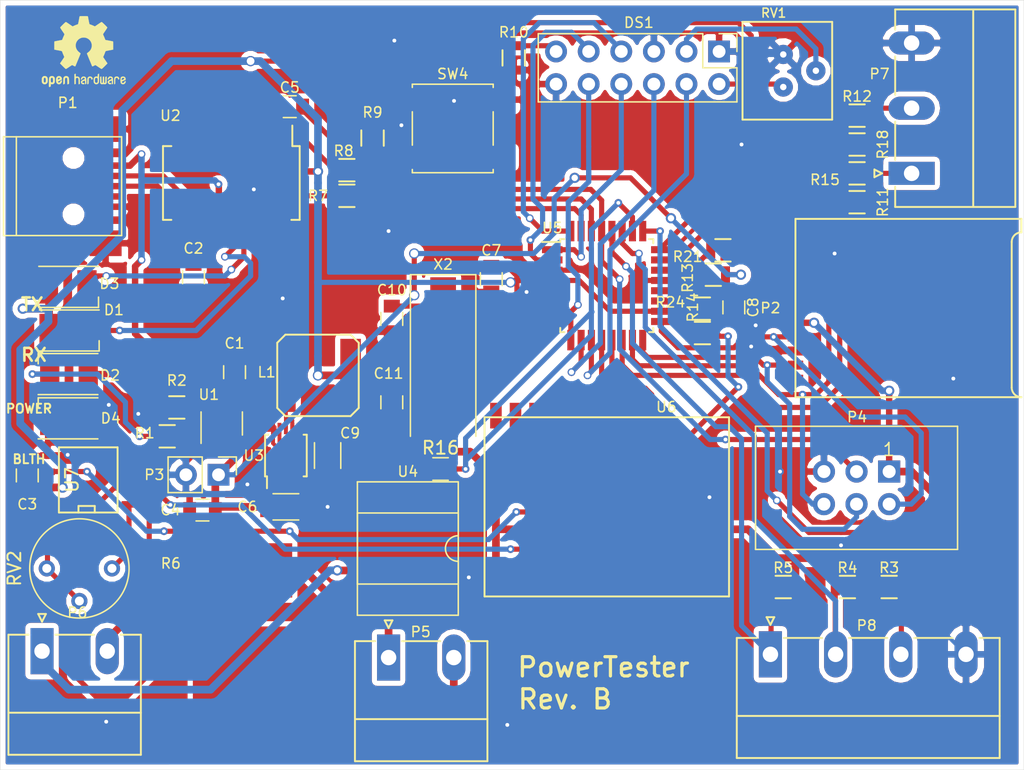
<source format=kicad_pcb>
(kicad_pcb (version 20171130) (host pcbnew 5.0.1-33cea8e~67~ubuntu16.04.1)

  (general
    (thickness 1.6)
    (drawings 10)
    (tracks 766)
    (zones 0)
    (modules 56)
    (nets 56)
  )

  (page A4)
  (layers
    (0 F.Cu signal)
    (31 B.Cu signal)
    (32 B.Adhes user)
    (33 F.Adhes user)
    (34 B.Paste user)
    (35 F.Paste user)
    (36 B.SilkS user)
    (37 F.SilkS user)
    (38 B.Mask user)
    (39 F.Mask user)
    (40 Dwgs.User user)
    (41 Cmts.User user)
    (42 Eco1.User user)
    (43 Eco2.User user)
    (44 Edge.Cuts user)
    (45 Margin user)
    (46 B.CrtYd user hide)
    (47 F.CrtYd user hide)
    (48 B.Fab user)
    (49 F.Fab user hide)
  )

  (setup
    (last_trace_width 0.25)
    (user_trace_width 0.3)
    (user_trace_width 0.4)
    (user_trace_width 0.5)
    (user_trace_width 0.6)
    (trace_clearance 0.1)
    (zone_clearance 0.4)
    (zone_45_only no)
    (trace_min 0.2)
    (segment_width 0.2)
    (edge_width 0.03)
    (via_size 0.6)
    (via_drill 0.3)
    (via_min_size 0.4)
    (via_min_drill 0.3)
    (user_via 0.6 0.3)
    (user_via 0.8 0.5)
    (uvia_size 0.6)
    (uvia_drill 0.3)
    (uvias_allowed no)
    (uvia_min_size 0.2)
    (uvia_min_drill 0.1)
    (pcb_text_width 0.3)
    (pcb_text_size 1.5 1.5)
    (mod_edge_width 0.15)
    (mod_text_size 0.8 0.8)
    (mod_text_width 0.12)
    (pad_size 11 4.02)
    (pad_drill 0)
    (pad_to_mask_clearance 0)
    (solder_mask_min_width 0.25)
    (aux_axis_origin 0 0)
    (visible_elements 7FFEFFFF)
    (pcbplotparams
      (layerselection 0x010f0_80000001)
      (usegerberextensions false)
      (usegerberattributes false)
      (usegerberadvancedattributes false)
      (creategerberjobfile false)
      (excludeedgelayer true)
      (linewidth 0.100000)
      (plotframeref false)
      (viasonmask false)
      (mode 1)
      (useauxorigin false)
      (hpglpennumber 1)
      (hpglpenspeed 20)
      (hpglpendiameter 15.000000)
      (psnegative false)
      (psa4output false)
      (plotreference true)
      (plotvalue false)
      (plotinvisibletext false)
      (padsonsilk false)
      (subtractmaskfromsilk false)
      (outputformat 1)
      (mirror false)
      (drillshape 0)
      (scaleselection 1)
      (outputdirectory "C:/Users/Ricardo.MARAS/Desktop/Stuff/Sveins/powertester/PowT_A/"))
  )

  (net 0 "")
  (net 1 "Net-(C1-Pad1)")
  (net 2 GND)
  (net 3 "Net-(C2-Pad1)")
  (net 4 /VBatt)
  (net 5 /RESET)
  (net 6 "Net-(C5-Pad2)")
  (net 7 +3V3)
  (net 8 "Net-(C8-Pad1)")
  (net 9 "Net-(C10-Pad2)")
  (net 10 "Net-(C11-Pad2)")
  (net 11 "Net-(D1-Pad1)")
  (net 12 "Net-(D2-Pad1)")
  (net 13 "Net-(D3-Pad1)")
  (net 14 "Net-(D4-Pad2)")
  (net 15 "Net-(DS1-Pad3)")
  (net 16 /RS)
  (net 17 /EN)
  (net 18 /D4)
  (net 19 /D5)
  (net 20 /D6)
  (net 21 /D7)
  (net 22 "Net-(DS1-Pad11)")
  (net 23 "Net-(L1-Pad1)")
  (net 24 "Net-(P1-Pad2)")
  (net 25 "Net-(P1-Pad3)")
  (net 26 /DO)
  (net 27 /CLK)
  (net 28 /DI)
  (net 29 /CS)
  (net 30 "Net-(P5-Pad1)")
  (net 31 "Net-(P5-Pad2)")
  (net 32 "Net-(P6-Pad1)")
  (net 33 "Net-(P6-Pad2)")
  (net 34 "Net-(P7-Pad1)")
  (net 35 "Net-(P7-Pad2)")
  (net 36 "Net-(R1-Pad1)")
  (net 37 "Net-(R2-Pad2)")
  (net 38 "Net-(R7-Pad1)")
  (net 39 "Net-(R7-Pad2)")
  (net 40 "Net-(R8-Pad1)")
  (net 41 "Net-(R8-Pad2)")
  (net 42 "Net-(R11-Pad2)")
  (net 43 "Net-(R12-Pad2)")
  (net 44 "Net-(R16-Pad2)")
  (net 45 "Net-(U5-Pad12)")
  (net 46 "Net-(U5-Pad13)")
  (net 47 /BTN_3)
  (net 48 /BTN_2)
  (net 49 /BTN_1)
  (net 50 /BattV)
  (net 51 "Net-(R14-Pad1)")
  (net 52 /Iext)
  (net 53 "Net-(RV2-Pad1)")
  (net 54 "Net-(RV2-Pad2)")
  (net 55 "Net-(R16-Pad1)")

  (net_class Default "This is the default net class."
    (clearance 0.1)
    (trace_width 0.25)
    (via_dia 0.6)
    (via_drill 0.3)
    (uvia_dia 0.6)
    (uvia_drill 0.3)
    (add_net "Net-(R16-Pad1)")
  )

  (net_class "Main 1" ""
    (clearance 0.1)
    (trace_width 0.4)
    (via_dia 0.6)
    (via_drill 0.3)
    (uvia_dia 0.6)
    (uvia_drill 0.3)
    (add_net /BTN_1)
    (add_net /BTN_2)
    (add_net /BTN_3)
    (add_net /BattV)
    (add_net /CLK)
    (add_net /CS)
    (add_net /D4)
    (add_net /D5)
    (add_net /D6)
    (add_net /D7)
    (add_net /DI)
    (add_net /DO)
    (add_net /EN)
    (add_net /Iext)
    (add_net /RESET)
    (add_net /RS)
    (add_net GND)
    (add_net "Net-(C10-Pad2)")
    (add_net "Net-(C11-Pad2)")
    (add_net "Net-(C2-Pad1)")
    (add_net "Net-(C5-Pad2)")
    (add_net "Net-(C8-Pad1)")
    (add_net "Net-(D1-Pad1)")
    (add_net "Net-(D2-Pad1)")
    (add_net "Net-(D3-Pad1)")
    (add_net "Net-(D4-Pad2)")
    (add_net "Net-(DS1-Pad11)")
    (add_net "Net-(DS1-Pad3)")
    (add_net "Net-(P1-Pad2)")
    (add_net "Net-(P1-Pad3)")
    (add_net "Net-(P7-Pad1)")
    (add_net "Net-(P7-Pad2)")
    (add_net "Net-(R1-Pad1)")
    (add_net "Net-(R11-Pad2)")
    (add_net "Net-(R12-Pad2)")
    (add_net "Net-(R14-Pad1)")
    (add_net "Net-(R16-Pad2)")
    (add_net "Net-(R2-Pad2)")
    (add_net "Net-(R7-Pad1)")
    (add_net "Net-(R7-Pad2)")
    (add_net "Net-(R8-Pad1)")
    (add_net "Net-(R8-Pad2)")
    (add_net "Net-(RV2-Pad1)")
    (add_net "Net-(RV2-Pad2)")
    (add_net "Net-(U5-Pad12)")
    (add_net "Net-(U5-Pad13)")
  )

  (net_class "Main 2" ""
    (clearance 0.1)
    (trace_width 0.5)
    (via_dia 0.6)
    (via_drill 0.3)
    (uvia_dia 0.6)
    (uvia_drill 0.3)
    (add_net "Net-(C1-Pad1)")
  )

  (net_class "Power 1" ""
    (clearance 0.1)
    (trace_width 0.6)
    (via_dia 0.8)
    (via_drill 0.5)
    (uvia_dia 0.8)
    (uvia_drill 0.5)
    (add_net +3V3)
    (add_net /VBatt)
    (add_net "Net-(L1-Pad1)")
    (add_net "Net-(P5-Pad1)")
    (add_net "Net-(P5-Pad2)")
    (add_net "Net-(P6-Pad1)")
    (add_net "Net-(P6-Pad2)")
  )

  (module Capacitors_SMD:C_0805 (layer F.Cu) (tedit 58A6CA12) (tstamp 589CF621)
    (at 114.55 69.8 180)
    (descr "Capacitor SMD 0805, reflow soldering, AVX (see smccp.pdf)")
    (tags "capacitor 0805")
    (path /5891E9F8)
    (attr smd)
    (fp_text reference C5 (at 0 1.5 180) (layer F.SilkS)
      (effects (font (size 0.8 0.8) (thickness 0.12)))
    )
    (fp_text value 100nF (at 0 2.1 180) (layer F.Fab)
      (effects (font (size 1 1) (thickness 0.15)))
    )
    (fp_line (start -1 0.625) (end -1 -0.625) (layer F.Fab) (width 0.1))
    (fp_line (start 1 0.625) (end -1 0.625) (layer F.Fab) (width 0.1))
    (fp_line (start 1 -0.625) (end 1 0.625) (layer F.Fab) (width 0.1))
    (fp_line (start -1 -0.625) (end 1 -0.625) (layer F.Fab) (width 0.1))
    (fp_line (start -1.8 -1) (end 1.8 -1) (layer F.CrtYd) (width 0.05))
    (fp_line (start -1.8 1) (end 1.8 1) (layer F.CrtYd) (width 0.05))
    (fp_line (start -1.8 -1) (end -1.8 1) (layer F.CrtYd) (width 0.05))
    (fp_line (start 1.8 -1) (end 1.8 1) (layer F.CrtYd) (width 0.05))
    (fp_line (start 0.5 -0.85) (end -0.5 -0.85) (layer F.SilkS) (width 0.12))
    (fp_line (start -0.5 0.85) (end 0.5 0.85) (layer F.SilkS) (width 0.12))
    (pad 1 smd rect (at -1 0 180) (size 1 1.25) (layers F.Cu F.Paste F.Mask)
      (net 5 /RESET))
    (pad 2 smd rect (at 1 0 180) (size 1 1.25) (layers F.Cu F.Paste F.Mask)
      (net 6 "Net-(C5-Pad2)"))
    (model Capacitors_SMD.3dshapes/C_0805.wrl
      (at (xyz 0 0 0))
      (scale (xyz 1 1 1))
      (rotate (xyz 0 0 0))
    )
  )

  (module Resistors_SMD:R_0805 (layer F.Cu) (tedit 58A6CCF6) (tstamp 589CF90C)
    (at 148.3 81 180)
    (descr "Resistor SMD 0805, reflow soldering, Vishay (see dcrcw.pdf)")
    (tags "resistor 0805")
    (path /588CFF5E)
    (attr smd)
    (fp_text reference R21 (at 2.75 -0.5 180) (layer F.SilkS)
      (effects (font (size 0.8 0.8) (thickness 0.12)))
    )
    (fp_text value 2K2 (at 0 2.1 180) (layer F.Fab)
      (effects (font (size 1 1) (thickness 0.15)))
    )
    (fp_line (start -1 0.625) (end -1 -0.625) (layer F.Fab) (width 0.1))
    (fp_line (start 1 0.625) (end -1 0.625) (layer F.Fab) (width 0.1))
    (fp_line (start 1 -0.625) (end 1 0.625) (layer F.Fab) (width 0.1))
    (fp_line (start -1 -0.625) (end 1 -0.625) (layer F.Fab) (width 0.1))
    (fp_line (start -1.6 -1) (end 1.6 -1) (layer F.CrtYd) (width 0.05))
    (fp_line (start -1.6 1) (end 1.6 1) (layer F.CrtYd) (width 0.05))
    (fp_line (start -1.6 -1) (end -1.6 1) (layer F.CrtYd) (width 0.05))
    (fp_line (start 1.6 -1) (end 1.6 1) (layer F.CrtYd) (width 0.05))
    (fp_line (start 0.6 0.875) (end -0.6 0.875) (layer F.SilkS) (width 0.15))
    (fp_line (start -0.6 -0.875) (end 0.6 -0.875) (layer F.SilkS) (width 0.15))
    (pad 1 smd rect (at -0.95 0 180) (size 0.7 1.3) (layers F.Cu F.Paste F.Mask)
      (net 2 GND))
    (pad 2 smd rect (at 0.95 0 180) (size 0.7 1.3) (layers F.Cu F.Paste F.Mask)
      (net 50 /BattV))
    (model Resistors_SMD.3dshapes/R_0805.wrl
      (at (xyz 0 0 0))
      (scale (xyz 1 1 1))
      (rotate (xyz 0 0 0))
    )
  )

  (module Resistors_SMD:R_0805 (layer F.Cu) (tedit 58A6CCD5) (tstamp 589CF89C)
    (at 146.7 87.45 180)
    (descr "Resistor SMD 0805, reflow soldering, Vishay (see dcrcw.pdf)")
    (tags "resistor 0805")
    (path /588CE276)
    (attr smd)
    (fp_text reference R14 (at 0.75 2 -90) (layer F.SilkS)
      (effects (font (size 0.8 0.8) (thickness 0.12)))
    )
    (fp_text value 22K (at 0 2.1 180) (layer F.Fab)
      (effects (font (size 1 1) (thickness 0.15)))
    )
    (fp_line (start -1 0.625) (end -1 -0.625) (layer F.Fab) (width 0.1))
    (fp_line (start 1 0.625) (end -1 0.625) (layer F.Fab) (width 0.1))
    (fp_line (start 1 -0.625) (end 1 0.625) (layer F.Fab) (width 0.1))
    (fp_line (start -1 -0.625) (end 1 -0.625) (layer F.Fab) (width 0.1))
    (fp_line (start -1.6 -1) (end 1.6 -1) (layer F.CrtYd) (width 0.05))
    (fp_line (start -1.6 1) (end 1.6 1) (layer F.CrtYd) (width 0.05))
    (fp_line (start -1.6 -1) (end -1.6 1) (layer F.CrtYd) (width 0.05))
    (fp_line (start 1.6 -1) (end 1.6 1) (layer F.CrtYd) (width 0.05))
    (fp_line (start 0.6 0.875) (end -0.6 0.875) (layer F.SilkS) (width 0.15))
    (fp_line (start -0.6 -0.875) (end 0.6 -0.875) (layer F.SilkS) (width 0.15))
    (pad 1 smd rect (at -0.95 0 180) (size 0.7 1.3) (layers F.Cu F.Paste F.Mask)
      (net 51 "Net-(R14-Pad1)"))
    (pad 2 smd rect (at 0.95 0 180) (size 0.7 1.3) (layers F.Cu F.Paste F.Mask)
      (net 52 /Iext))
    (model Resistors_SMD.3dshapes/R_0805.wrl
      (at (xyz 0 0 0))
      (scale (xyz 1 1 1))
      (rotate (xyz 0 0 0))
    )
  )

  (module Resistors_SMD:R_0805 (layer F.Cu) (tedit 58A6CD53) (tstamp 589CF8AC)
    (at 158.75 77.25)
    (descr "Resistor SMD 0805, reflow soldering, Vishay (see dcrcw.pdf)")
    (tags "resistor 0805")
    (path /588BDB9F)
    (attr smd)
    (fp_text reference R15 (at -2.5 -1.75) (layer F.SilkS)
      (effects (font (size 0.8 0.8) (thickness 0.12)))
    )
    (fp_text value 2K2 (at 0 2.1) (layer F.Fab)
      (effects (font (size 1 1) (thickness 0.15)))
    )
    (fp_line (start -1 0.625) (end -1 -0.625) (layer F.Fab) (width 0.1))
    (fp_line (start 1 0.625) (end -1 0.625) (layer F.Fab) (width 0.1))
    (fp_line (start 1 -0.625) (end 1 0.625) (layer F.Fab) (width 0.1))
    (fp_line (start -1 -0.625) (end 1 -0.625) (layer F.Fab) (width 0.1))
    (fp_line (start -1.6 -1) (end 1.6 -1) (layer F.CrtYd) (width 0.05))
    (fp_line (start -1.6 1) (end 1.6 1) (layer F.CrtYd) (width 0.05))
    (fp_line (start -1.6 -1) (end -1.6 1) (layer F.CrtYd) (width 0.05))
    (fp_line (start 1.6 -1) (end 1.6 1) (layer F.CrtYd) (width 0.05))
    (fp_line (start 0.6 0.875) (end -0.6 0.875) (layer F.SilkS) (width 0.15))
    (fp_line (start -0.6 -0.875) (end 0.6 -0.875) (layer F.SilkS) (width 0.15))
    (pad 1 smd rect (at -0.95 0) (size 0.7 1.3) (layers F.Cu F.Paste F.Mask)
      (net 2 GND))
    (pad 2 smd rect (at 0.95 0) (size 0.7 1.3) (layers F.Cu F.Paste F.Mask)
      (net 42 "Net-(R11-Pad2)"))
    (model Resistors_SMD.3dshapes/R_0805.wrl
      (at (xyz 0 0 0))
      (scale (xyz 1 1 1))
      (rotate (xyz 0 0 0))
    )
  )

  (module Housings_SSOP:SSOP-28_5.3x10.2mm_Pitch0.65mm (layer F.Cu) (tedit 58A6CAA2) (tstamp 589CFA0F)
    (at 110 75.75 270)
    (descr "28-Lead Plastic Shrink Small Outline (SS)-5.30 mm Body [SSOP] (see Microchip Packaging Specification 00000049BS.pdf)")
    (tags "SSOP 0.65")
    (path /588015E2)
    (attr smd)
    (fp_text reference U2 (at -5.25 4.75) (layer F.SilkS)
      (effects (font (size 0.8 0.8) (thickness 0.12)))
    )
    (fp_text value FT232RL (at 0 6.25 270) (layer F.Fab)
      (effects (font (size 1 1) (thickness 0.15)))
    )
    (fp_line (start -1.65 -5.1) (end 2.65 -5.1) (layer F.Fab) (width 0.15))
    (fp_line (start 2.65 -5.1) (end 2.65 5.1) (layer F.Fab) (width 0.15))
    (fp_line (start 2.65 5.1) (end -2.65 5.1) (layer F.Fab) (width 0.15))
    (fp_line (start -2.65 5.1) (end -2.65 -4.1) (layer F.Fab) (width 0.15))
    (fp_line (start -2.65 -4.1) (end -1.65 -5.1) (layer F.Fab) (width 0.15))
    (fp_line (start -4.75 -5.5) (end -4.75 5.5) (layer F.CrtYd) (width 0.05))
    (fp_line (start 4.75 -5.5) (end 4.75 5.5) (layer F.CrtYd) (width 0.05))
    (fp_line (start -4.75 -5.5) (end 4.75 -5.5) (layer F.CrtYd) (width 0.05))
    (fp_line (start -4.75 5.5) (end 4.75 5.5) (layer F.CrtYd) (width 0.05))
    (fp_line (start -2.875 -5.325) (end -2.875 -4.75) (layer F.SilkS) (width 0.15))
    (fp_line (start 2.875 -5.325) (end 2.875 -4.675) (layer F.SilkS) (width 0.15))
    (fp_line (start 2.875 5.325) (end 2.875 4.675) (layer F.SilkS) (width 0.15))
    (fp_line (start -2.875 5.325) (end -2.875 4.675) (layer F.SilkS) (width 0.15))
    (fp_line (start -2.875 -5.325) (end 2.875 -5.325) (layer F.SilkS) (width 0.15))
    (fp_line (start -2.875 5.325) (end 2.875 5.325) (layer F.SilkS) (width 0.15))
    (fp_line (start -2.875 -4.75) (end -4.475 -4.75) (layer F.SilkS) (width 0.15))
    (pad 1 smd rect (at -3.6 -4.225 270) (size 1.75 0.45) (layers F.Cu F.Paste F.Mask)
      (net 40 "Net-(R8-Pad1)"))
    (pad 2 smd rect (at -3.6 -3.575 270) (size 1.75 0.45) (layers F.Cu F.Paste F.Mask)
      (net 6 "Net-(C5-Pad2)"))
    (pad 3 smd rect (at -3.6 -2.925 270) (size 1.75 0.45) (layers F.Cu F.Paste F.Mask))
    (pad 4 smd rect (at -3.6 -2.275 270) (size 1.75 0.45) (layers F.Cu F.Paste F.Mask)
      (net 7 +3V3))
    (pad 5 smd rect (at -3.6 -1.625 270) (size 1.75 0.45) (layers F.Cu F.Paste F.Mask)
      (net 38 "Net-(R7-Pad1)"))
    (pad 6 smd rect (at -3.6 -0.975 270) (size 1.75 0.45) (layers F.Cu F.Paste F.Mask))
    (pad 7 smd rect (at -3.6 -0.325 270) (size 1.75 0.45) (layers F.Cu F.Paste F.Mask)
      (net 2 GND))
    (pad 8 smd rect (at -3.6 0.325 270) (size 1.75 0.45) (layers F.Cu F.Paste F.Mask))
    (pad 9 smd rect (at -3.6 0.975 270) (size 1.75 0.45) (layers F.Cu F.Paste F.Mask))
    (pad 10 smd rect (at -3.6 1.625 270) (size 1.75 0.45) (layers F.Cu F.Paste F.Mask))
    (pad 11 smd rect (at -3.6 2.275 270) (size 1.75 0.45) (layers F.Cu F.Paste F.Mask))
    (pad 12 smd rect (at -3.6 2.925 270) (size 1.75 0.45) (layers F.Cu F.Paste F.Mask))
    (pad 13 smd rect (at -3.6 3.575 270) (size 1.75 0.45) (layers F.Cu F.Paste F.Mask))
    (pad 14 smd rect (at -3.6 4.225 270) (size 1.75 0.45) (layers F.Cu F.Paste F.Mask))
    (pad 15 smd rect (at 3.6 4.225 270) (size 1.75 0.45) (layers F.Cu F.Paste F.Mask)
      (net 25 "Net-(P1-Pad3)"))
    (pad 16 smd rect (at 3.6 3.575 270) (size 1.75 0.45) (layers F.Cu F.Paste F.Mask)
      (net 24 "Net-(P1-Pad2)"))
    (pad 17 smd rect (at 3.6 2.925 270) (size 1.75 0.45) (layers F.Cu F.Paste F.Mask)
      (net 3 "Net-(C2-Pad1)"))
    (pad 18 smd rect (at 3.6 2.275 270) (size 1.75 0.45) (layers F.Cu F.Paste F.Mask)
      (net 2 GND))
    (pad 19 smd rect (at 3.6 1.625 270) (size 1.75 0.45) (layers F.Cu F.Paste F.Mask))
    (pad 20 smd rect (at 3.6 0.975 270) (size 1.75 0.45) (layers F.Cu F.Paste F.Mask)
      (net 1 "Net-(C1-Pad1)"))
    (pad 21 smd rect (at 3.6 0.325 270) (size 1.75 0.45) (layers F.Cu F.Paste F.Mask)
      (net 2 GND))
    (pad 22 smd rect (at 3.6 -0.325 270) (size 1.75 0.45) (layers F.Cu F.Paste F.Mask)
      (net 12 "Net-(D2-Pad1)"))
    (pad 23 smd rect (at 3.6 -0.975 270) (size 1.75 0.45) (layers F.Cu F.Paste F.Mask)
      (net 13 "Net-(D3-Pad1)"))
    (pad 24 smd rect (at 3.6 -1.625 270) (size 1.75 0.45) (layers F.Cu F.Paste F.Mask))
    (pad 25 smd rect (at 3.6 -2.275 270) (size 1.75 0.45) (layers F.Cu F.Paste F.Mask)
      (net 2 GND))
    (pad 26 smd rect (at 3.6 -2.925 270) (size 1.75 0.45) (layers F.Cu F.Paste F.Mask)
      (net 2 GND))
    (pad 27 smd rect (at 3.6 -3.575 270) (size 1.75 0.45) (layers F.Cu F.Paste F.Mask))
    (pad 28 smd rect (at 3.6 -4.225 270) (size 1.75 0.45) (layers F.Cu F.Paste F.Mask))
    (model Housings_SSOP.3dshapes/SSOP-28_5.3x10.2mm_Pitch0.65mm.wrl
      (at (xyz 0 0 0))
      (scale (xyz 1 1 1))
      (rotate (xyz 0 0 0))
    )
  )

  (module "Electropepper parts:D2PAK" (layer F.Cu) (tedit 58A6D2C5) (tstamp 589CF81C)
    (at 111 116.75 180)
    (path /588AD718)
    (fp_text reference R6 (at 5.717 11.34 180) (layer F.SilkS)
      (effects (font (size 0.8 0.8) (thickness 0.12)))
    )
    (fp_text value PWR263S-20-R500F (at 6.985 12.065 180) (layer F.Fab)
      (effects (font (size 1 1) (thickness 0.15)))
    )
    (pad 2 smd rect (at 2.54 10.795 180) (size 2.4 4.23) (layers F.Cu F.Paste F.Mask)
      (net 33 "Net-(P6-Pad2)"))
    (pad 3 smd rect (at 0 -1.905 180) (size 11 4.02) (layers F.Cu F.Paste F.Mask)
      (zone_connect 2))
    (pad 4 smd rect (at 0 3.175 180) (size 8 6.5) (layers F.Cu F.Paste F.Mask)
      (zone_connect 2))
    (pad 1 smd rect (at -2.54 10.795 180) (size 2.4 4.23) (layers F.Cu F.Paste F.Mask)
      (net 31 "Net-(P5-Pad2)"))
  )

  (module "Electropepper parts:SRN6028" (layer F.Cu) (tedit 58A6CB4D) (tstamp 589CF724)
    (at 116.75 90.75)
    (path /5889C7D1)
    (fp_text reference L1 (at -4 -0.25) (layer F.SilkS)
      (effects (font (size 0.8 0.8) (thickness 0.12)))
    )
    (fp_text value 6.2uH (at 0 4.445) (layer F.Fab)
      (effects (font (size 1 1) (thickness 0.15)))
    )
    (fp_line (start -3.175 2.54) (end -3.175 -2.54) (layer F.SilkS) (width 0.15))
    (fp_line (start 2.54 3.175) (end -2.54 3.175) (layer F.SilkS) (width 0.15))
    (fp_line (start 3.175 -2.54) (end 3.175 2.54) (layer F.SilkS) (width 0.15))
    (fp_line (start -2.54 -3.175) (end 2.54 -3.175) (layer F.SilkS) (width 0.15))
    (fp_line (start 2.54 3.175) (end 3.175 2.54) (layer F.SilkS) (width 0.15))
    (fp_line (start -3.175 2.54) (end -2.54 3.175) (layer F.SilkS) (width 0.15))
    (fp_line (start 3.175 -2.54) (end 2.54 -3.175) (layer F.SilkS) (width 0.15))
    (fp_line (start -3.175 -2.54) (end -2.54 -3.175) (layer F.SilkS) (width 0.15))
    (pad 1 smd rect (at -2.54 0) (size 1.6 5.7) (layers F.Cu F.Paste F.Mask)
      (net 23 "Net-(L1-Pad1)"))
    (pad 2 smd rect (at 2.54 0) (size 1.6 5.7) (layers F.Cu F.Paste F.Mask)
      (net 7 +3V3))
  )

  (module "Electropepper parts:POT-3362P" (layer F.Cu) (tedit 58A6CC75) (tstamp 589CF967)
    (at 153 67 90)
    (path /58876A24)
    (fp_text reference RV1 (at 4.5 -0.75 180) (layer F.SilkS)
      (effects (font (size 0.7 0.7) (thickness 0.12)))
    )
    (fp_text value 10K (at 0 5.08 90) (layer F.Fab)
      (effects (font (size 1 1) (thickness 0.15)))
    )
    (fp_line (start -3.81 -3.175) (end 3.81 -3.175) (layer F.SilkS) (width 0.15))
    (fp_line (start -3.81 3.81) (end 3.81 3.81) (layer F.SilkS) (width 0.15))
    (fp_line (start -3.81 -3.175) (end -3.81 3.81) (layer F.SilkS) (width 0.15))
    (fp_line (start 3.81 3.81) (end 3.81 -3.175) (layer F.SilkS) (width 0.15))
    (pad 2 thru_hole circle (at 0 2.54 90) (size 1.5 1.5) (drill 0.5) (layers *.Cu *.Mask)
      (net 15 "Net-(DS1-Pad3)"))
    (pad 1 thru_hole circle (at -1.27 0 90) (size 1.5 1.5) (drill 0.5) (layers *.Cu *.Mask)
      (net 7 +3V3))
    (pad 3 thru_hole circle (at 1.27 0 90) (size 1.5 1.5) (drill 0.5) (layers *.Cu *.Mask)
      (net 2 GND))
  )

  (module "Electropepper parts:HM-11" (layer F.Cu) (tedit 58A5D3AE) (tstamp 589CFAA1)
    (at 139.25 101 270)
    (path /588DDD28)
    (fp_text reference U6 (at -7.782 -4.641) (layer F.SilkS)
      (effects (font (size 0.8 0.8) (thickness 0.12)))
    )
    (fp_text value HM-11 (at 0 10.795 270) (layer F.Fab)
      (effects (font (size 1 1) (thickness 0.15)))
    )
    (fp_line (start -6.985 9.525) (end 6.985 9.525) (layer F.SilkS) (width 0.15))
    (fp_line (start 6.985 -9.525) (end 6.985 9.525) (layer F.SilkS) (width 0.15))
    (fp_line (start -6.985 -9.525) (end -6.985 9.525) (layer F.SilkS) (width 0.15))
    (fp_line (start -6.985 -9.525) (end 6.985 -9.525) (layer F.SilkS) (width 0.15))
    (pad 16 smd rect (at 7.112 -2.032 270) (size 2 0.9) (layers F.Cu F.Paste F.Mask))
    (pad 15 smd rect (at 7.112 -0.508 270) (size 2 0.9) (layers F.Cu F.Paste F.Mask)
      (net 14 "Net-(D4-Pad2)"))
    (pad 14 smd rect (at 7.112 1.016 270) (size 2 0.9) (layers F.Cu F.Paste F.Mask))
    (pad 13 smd rect (at 7.112 2.54 270) (size 2 0.9) (layers F.Cu F.Paste F.Mask))
    (pad 9 smd rect (at 7.112 8.636 270) (size 2 0.9) (layers F.Cu F.Paste F.Mask)
      (net 7 +3V3))
    (pad 10 smd rect (at 7.112 7.112 270) (size 2 0.9) (layers F.Cu F.Paste F.Mask))
    (pad 11 smd rect (at 7.112 5.588 270) (size 2 0.9) (layers F.Cu F.Paste F.Mask))
    (pad 12 smd rect (at 7.112 4.064 270) (size 2 0.9) (layers F.Cu F.Paste F.Mask)
      (net 2 GND))
    (pad 5 smd rect (at -7.112 4.064 270) (size 2 0.9) (layers F.Cu F.Paste F.Mask))
    (pad 6 smd rect (at -7.112 5.588 270) (size 2 0.9) (layers F.Cu F.Paste F.Mask))
    (pad 7 smd rect (at -7.112 7.112 270) (size 2 0.9) (layers F.Cu F.Paste F.Mask))
    (pad 8 smd rect (at -7.112 8.636 270) (size 2 0.9) (layers F.Cu F.Paste F.Mask))
    (pad 4 smd rect (at -7.112 2.54 270) (size 2 0.9) (layers F.Cu F.Paste F.Mask)
      (net 46 "Net-(U5-Pad13)"))
    (pad 3 smd rect (at -7.112 1.016 270) (size 2 0.9) (layers F.Cu F.Paste F.Mask))
    (pad 2 smd rect (at -7.112 -0.508 270) (size 2 0.9) (layers F.Cu F.Paste F.Mask)
      (net 45 "Net-(U5-Pad12)"))
    (pad 1 smd rect (at -7.112 -2.032 270) (size 2 0.9) (layers F.Cu F.Paste F.Mask))
  )

  (module Connectors_Phoenix:PhoenixContact_MC-G_03x5.08mm_Angled (layer F.Cu) (tedit 58A6CD1A) (tstamp 589D03A1)
    (at 163 75 90)
    (descr "Generic Phoenix Contact connector footprint for series: MC-G; number of pins: 03; pin pitch: 5.08mm; Angled || order number: 1836192 8A 320V")
    (tags "phoenix_contact connector MC_01x03_G_5.08mm")
    (path /589D8DE1)
    (fp_text reference P7 (at 7.75 -2.5 180) (layer F.SilkS)
      (effects (font (size 0.8 0.8) (thickness 0.12)))
    )
    (fp_text value "Voltages In" (at 5.08 9.5 90) (layer F.Fab)
      (effects (font (size 1 1) (thickness 0.15)))
    )
    (fp_line (start -2.62 -1.28) (end -2.62 8.08) (layer F.SilkS) (width 0.15))
    (fp_line (start -2.62 8.08) (end 12.78 8.08) (layer F.SilkS) (width 0.15))
    (fp_line (start 12.78 8.08) (end 12.78 -1.28) (layer F.SilkS) (width 0.15))
    (fp_line (start -2.62 -1.28) (end -1.05 -1.28) (layer F.SilkS) (width 0.15))
    (fp_line (start 12.78 -1.28) (end 11.21 -1.28) (layer F.SilkS) (width 0.15))
    (fp_line (start 1.05 -1.28) (end 4.03 -1.28) (layer F.SilkS) (width 0.15))
    (fp_line (start 6.13 -1.28) (end 9.11 -1.28) (layer F.SilkS) (width 0.15))
    (fp_line (start -2.62 4.8) (end 12.78 4.8) (layer F.SilkS) (width 0.15))
    (fp_line (start -3.1 -2.3) (end -3.1 8.5) (layer F.CrtYd) (width 0.05))
    (fp_line (start -3.1 8.5) (end 13.2 8.5) (layer F.CrtYd) (width 0.05))
    (fp_line (start 13.2 8.5) (end 13.2 -2.3) (layer F.CrtYd) (width 0.05))
    (fp_line (start 13.2 -2.3) (end -3.1 -2.3) (layer F.CrtYd) (width 0.05))
    (fp_line (start 0 -2.3) (end 0.3 -2.9) (layer F.SilkS) (width 0.15))
    (fp_line (start 0.3 -2.9) (end -0.3 -2.9) (layer F.SilkS) (width 0.15))
    (fp_line (start -0.3 -2.9) (end 0 -2.3) (layer F.SilkS) (width 0.15))
    (pad 1 thru_hole rect (at 0 0 90) (size 1.8 3.6) (drill 1.2) (layers *.Cu *.Mask)
      (net 34 "Net-(P7-Pad1)"))
    (pad 2 thru_hole oval (at 5.08 0 90) (size 1.8 3.6) (drill 1.2) (layers *.Cu *.Mask)
      (net 35 "Net-(P7-Pad2)"))
    (pad 3 thru_hole oval (at 10.16 0 90) (size 1.8 3.6) (drill 1.2) (layers *.Cu *.Mask)
      (net 2 GND))
    (model Connectors_Phoenix.3dshapes/PhoenixContact_MC-G_03x5.08mm_Angled.wrl
      (at (xyz 0 0 0))
      (scale (xyz 1 1 1))
      (rotate (xyz 0 0 0))
    )
  )

  (module Connectors_Phoenix:PhoenixContact_MC-G_04x5.08mm_Angled (layer F.Cu) (tedit 58A6CC42) (tstamp 589D0220)
    (at 152 112.5)
    (descr "Generic Phoenix Contact connector footprint for series: MC-G; number of pins: 04; pin pitch: 5.08mm; Angled || order number: 1836202 8A 320V")
    (tags "phoenix_contact connector MC_01x04_G_5.08mm")
    (path /589D3AE4)
    (fp_text reference P8 (at 7.5 -2.25) (layer F.SilkS)
      (effects (font (size 0.8 0.8) (thickness 0.12)))
    )
    (fp_text value CONN_01X04 (at 7.62 9.5) (layer F.Fab)
      (effects (font (size 1 1) (thickness 0.15)))
    )
    (fp_line (start -2.62 -1.28) (end -2.62 8.08) (layer F.SilkS) (width 0.15))
    (fp_line (start -2.62 8.08) (end 17.86 8.08) (layer F.SilkS) (width 0.15))
    (fp_line (start 17.86 8.08) (end 17.86 -1.28) (layer F.SilkS) (width 0.15))
    (fp_line (start -2.62 -1.28) (end -1.05 -1.28) (layer F.SilkS) (width 0.15))
    (fp_line (start 17.86 -1.28) (end 16.29 -1.28) (layer F.SilkS) (width 0.15))
    (fp_line (start 1.05 -1.28) (end 4.03 -1.28) (layer F.SilkS) (width 0.15))
    (fp_line (start 6.13 -1.28) (end 9.11 -1.28) (layer F.SilkS) (width 0.15))
    (fp_line (start 11.21 -1.28) (end 14.19 -1.28) (layer F.SilkS) (width 0.15))
    (fp_line (start -2.62 4.8) (end 17.86 4.8) (layer F.SilkS) (width 0.15))
    (fp_line (start -3.1 -2.3) (end -3.1 8.5) (layer F.CrtYd) (width 0.05))
    (fp_line (start -3.1 8.5) (end 18.3 8.5) (layer F.CrtYd) (width 0.05))
    (fp_line (start 18.3 8.5) (end 18.3 -2.3) (layer F.CrtYd) (width 0.05))
    (fp_line (start 18.3 -2.3) (end -3.1 -2.3) (layer F.CrtYd) (width 0.05))
    (fp_line (start 0 -2.3) (end 0.3 -2.9) (layer F.SilkS) (width 0.15))
    (fp_line (start 0.3 -2.9) (end -0.3 -2.9) (layer F.SilkS) (width 0.15))
    (fp_line (start -0.3 -2.9) (end 0 -2.3) (layer F.SilkS) (width 0.15))
    (pad 1 thru_hole rect (at 0 0) (size 1.8 3.6) (drill 1.2) (layers *.Cu *.Mask)
      (net 47 /BTN_3))
    (pad 2 thru_hole oval (at 5.08 0) (size 1.8 3.6) (drill 1.2) (layers *.Cu *.Mask)
      (net 48 /BTN_2))
    (pad 3 thru_hole oval (at 10.16 0) (size 1.8 3.6) (drill 1.2) (layers *.Cu *.Mask)
      (net 49 /BTN_1))
    (pad 4 thru_hole oval (at 15.24 0) (size 1.8 3.6) (drill 1.2) (layers *.Cu *.Mask)
      (net 2 GND))
    (model Connectors_Phoenix.3dshapes/PhoenixContact_MC-G_04x5.08mm_Angled.wrl
      (at (xyz 0 0 0))
      (scale (xyz 1 1 1))
      (rotate (xyz 0 0 0))
    )
  )

  (module Crystals:Crystal_SMD_HC49-SD (layer F.Cu) (tedit 58A6CC1B) (tstamp 589CFACB)
    (at 126.5 89.6 270)
    (descr "SMD Crystal HC-49-SD http://cdn-reichelt.de/documents/datenblatt/B400/xxx-HC49-SMD.pdf, 11.4x4.7mm^2 package")
    (tags "SMD SMT crystal")
    (path /588196A3)
    (attr smd)
    (fp_text reference X2 (at -7.5 0) (layer F.SilkS)
      (effects (font (size 0.8 0.8) (thickness 0.12)))
    )
    (fp_text value 8Mhz (at 0 3.55 270) (layer F.Fab)
      (effects (font (size 1 1) (thickness 0.15)))
    )
    (fp_arc (start -3.015 0) (end -3.015 -2.115) (angle -180) (layer F.Fab) (width 0.1))
    (fp_arc (start 3.015 0) (end 3.015 -2.115) (angle 180) (layer F.Fab) (width 0.1))
    (fp_line (start -5.7 -2.35) (end -5.7 2.35) (layer F.Fab) (width 0.1))
    (fp_line (start -5.7 2.35) (end 5.7 2.35) (layer F.Fab) (width 0.1))
    (fp_line (start 5.7 2.35) (end 5.7 -2.35) (layer F.Fab) (width 0.1))
    (fp_line (start 5.7 -2.35) (end -5.7 -2.35) (layer F.Fab) (width 0.1))
    (fp_line (start -3.015 -2.115) (end 3.015 -2.115) (layer F.Fab) (width 0.1))
    (fp_line (start -3.015 2.115) (end 3.015 2.115) (layer F.Fab) (width 0.1))
    (fp_line (start 5.9 -2.55) (end -6.7 -2.55) (layer F.SilkS) (width 0.12))
    (fp_line (start -6.7 -2.55) (end -6.7 2.55) (layer F.SilkS) (width 0.12))
    (fp_line (start -6.7 2.55) (end 5.9 2.55) (layer F.SilkS) (width 0.12))
    (fp_line (start -6.8 -2.6) (end -6.8 2.6) (layer F.CrtYd) (width 0.05))
    (fp_line (start -6.8 2.6) (end 6.8 2.6) (layer F.CrtYd) (width 0.05))
    (fp_line (start 6.8 2.6) (end 6.8 -2.6) (layer F.CrtYd) (width 0.05))
    (fp_line (start 6.8 -2.6) (end -6.8 -2.6) (layer F.CrtYd) (width 0.05))
    (pad 1 smd rect (at -4.25 0 270) (size 4.5 2) (layers F.Cu F.Mask)
      (net 9 "Net-(C10-Pad2)"))
    (pad 2 smd rect (at 4.25 0 270) (size 4.5 2) (layers F.Cu F.Mask)
      (net 10 "Net-(C11-Pad2)"))
    (model Crystals.3dshapes/Crystal_SMD_HC49-SD.wrl
      (at (xyz 0 0 0))
      (scale (xyz 1 1 1))
      (rotate (xyz 0 0 0))
    )
  )

  (module Housings_QFP:TQFP-32_7x7mm_Pitch0.8mm (layer F.Cu) (tedit 58A6CC89) (tstamp 589CFA89)
    (at 139.25 83.75)
    (descr "32-Lead Plastic Thin Quad Flatpack (PT) - 7x7x1.0 mm Body, 2.00 mm [TQFP] (see Microchip Packaging Specification 00000049BS.pdf)")
    (tags "QFP 0.8")
    (path /587FFE62)
    (attr smd)
    (fp_text reference U5 (at -4.25 -4.5) (layer F.SilkS)
      (effects (font (size 0.8 0.8) (thickness 0.12)))
    )
    (fp_text value ATMEGA328P-A (at 0 6.05) (layer F.Fab)
      (effects (font (size 1 1) (thickness 0.15)))
    )
    (fp_text user %R (at 0 0) (layer F.Fab)
      (effects (font (size 1 1) (thickness 0.15)))
    )
    (fp_line (start -2.5 -3.5) (end 3.5 -3.5) (layer F.Fab) (width 0.15))
    (fp_line (start 3.5 -3.5) (end 3.5 3.5) (layer F.Fab) (width 0.15))
    (fp_line (start 3.5 3.5) (end -3.5 3.5) (layer F.Fab) (width 0.15))
    (fp_line (start -3.5 3.5) (end -3.5 -2.5) (layer F.Fab) (width 0.15))
    (fp_line (start -3.5 -2.5) (end -2.5 -3.5) (layer F.Fab) (width 0.15))
    (fp_line (start -5.3 -5.3) (end -5.3 5.3) (layer F.CrtYd) (width 0.05))
    (fp_line (start 5.3 -5.3) (end 5.3 5.3) (layer F.CrtYd) (width 0.05))
    (fp_line (start -5.3 -5.3) (end 5.3 -5.3) (layer F.CrtYd) (width 0.05))
    (fp_line (start -5.3 5.3) (end 5.3 5.3) (layer F.CrtYd) (width 0.05))
    (fp_line (start -3.625 -3.625) (end -3.625 -3.4) (layer F.SilkS) (width 0.15))
    (fp_line (start 3.625 -3.625) (end 3.625 -3.3) (layer F.SilkS) (width 0.15))
    (fp_line (start 3.625 3.625) (end 3.625 3.3) (layer F.SilkS) (width 0.15))
    (fp_line (start -3.625 3.625) (end -3.625 3.3) (layer F.SilkS) (width 0.15))
    (fp_line (start -3.625 -3.625) (end -3.3 -3.625) (layer F.SilkS) (width 0.15))
    (fp_line (start -3.625 3.625) (end -3.3 3.625) (layer F.SilkS) (width 0.15))
    (fp_line (start 3.625 3.625) (end 3.3 3.625) (layer F.SilkS) (width 0.15))
    (fp_line (start 3.625 -3.625) (end 3.3 -3.625) (layer F.SilkS) (width 0.15))
    (fp_line (start -3.625 -3.4) (end -5.05 -3.4) (layer F.SilkS) (width 0.15))
    (pad 1 smd rect (at -4.25 -2.8) (size 1.6 0.55) (layers F.Cu F.Paste F.Mask)
      (net 19 /D5))
    (pad 2 smd rect (at -4.25 -2) (size 1.6 0.55) (layers F.Cu F.Paste F.Mask)
      (net 20 /D6))
    (pad 3 smd rect (at -4.25 -1.2) (size 1.6 0.55) (layers F.Cu F.Paste F.Mask)
      (net 2 GND))
    (pad 4 smd rect (at -4.25 -0.4) (size 1.6 0.55) (layers F.Cu F.Paste F.Mask)
      (net 7 +3V3))
    (pad 5 smd rect (at -4.25 0.4) (size 1.6 0.55) (layers F.Cu F.Paste F.Mask)
      (net 2 GND))
    (pad 6 smd rect (at -4.25 1.2) (size 1.6 0.55) (layers F.Cu F.Paste F.Mask)
      (net 7 +3V3))
    (pad 7 smd rect (at -4.25 2) (size 1.6 0.55) (layers F.Cu F.Paste F.Mask)
      (net 9 "Net-(C10-Pad2)"))
    (pad 8 smd rect (at -4.25 2.8) (size 1.6 0.55) (layers F.Cu F.Paste F.Mask)
      (net 10 "Net-(C11-Pad2)"))
    (pad 9 smd rect (at -2.8 4.25 90) (size 1.6 0.55) (layers F.Cu F.Paste F.Mask)
      (net 21 /D7))
    (pad 10 smd rect (at -2 4.25 90) (size 1.6 0.55) (layers F.Cu F.Paste F.Mask)
      (net 17 /EN))
    (pad 11 smd rect (at -1.2 4.25 90) (size 1.6 0.55) (layers F.Cu F.Paste F.Mask)
      (net 16 /RS))
    (pad 12 smd rect (at -0.4 4.25 90) (size 1.6 0.55) (layers F.Cu F.Paste F.Mask)
      (net 45 "Net-(U5-Pad12)"))
    (pad 13 smd rect (at 0.4 4.25 90) (size 1.6 0.55) (layers F.Cu F.Paste F.Mask)
      (net 46 "Net-(U5-Pad13)"))
    (pad 14 smd rect (at 1.2 4.25 90) (size 1.6 0.55) (layers F.Cu F.Paste F.Mask)
      (net 29 /CS))
    (pad 15 smd rect (at 2 4.25 90) (size 1.6 0.55) (layers F.Cu F.Paste F.Mask)
      (net 28 /DI))
    (pad 16 smd rect (at 2.8 4.25 90) (size 1.6 0.55) (layers F.Cu F.Paste F.Mask)
      (net 26 /DO))
    (pad 17 smd rect (at 4.25 2.8) (size 1.6 0.55) (layers F.Cu F.Paste F.Mask)
      (net 27 /CLK))
    (pad 18 smd rect (at 4.25 2) (size 1.6 0.55) (layers F.Cu F.Paste F.Mask)
      (net 7 +3V3))
    (pad 19 smd rect (at 4.25 1.2) (size 1.6 0.55) (layers F.Cu F.Paste F.Mask)
      (net 52 /Iext))
    (pad 20 smd rect (at 4.25 0.4) (size 1.6 0.55) (layers F.Cu F.Paste F.Mask)
      (net 8 "Net-(C8-Pad1)"))
    (pad 21 smd rect (at 4.25 -0.4) (size 1.6 0.55) (layers F.Cu F.Paste F.Mask)
      (net 2 GND))
    (pad 22 smd rect (at 4.25 -1.2) (size 1.6 0.55) (layers F.Cu F.Paste F.Mask)
      (net 50 /BattV))
    (pad 23 smd rect (at 4.25 -2) (size 1.6 0.55) (layers F.Cu F.Paste F.Mask)
      (net 42 "Net-(R11-Pad2)"))
    (pad 24 smd rect (at 4.25 -2.8) (size 1.6 0.55) (layers F.Cu F.Paste F.Mask)
      (net 43 "Net-(R12-Pad2)"))
    (pad 25 smd rect (at 2.8 -4.25 90) (size 1.6 0.55) (layers F.Cu F.Paste F.Mask)
      (net 49 /BTN_1))
    (pad 26 smd rect (at 2 -4.25 90) (size 1.6 0.55) (layers F.Cu F.Paste F.Mask)
      (net 44 "Net-(R16-Pad2)"))
    (pad 27 smd rect (at 1.2 -4.25 90) (size 1.6 0.55) (layers F.Cu F.Paste F.Mask)
      (net 48 /BTN_2))
    (pad 28 smd rect (at 0.4 -4.25 90) (size 1.6 0.55) (layers F.Cu F.Paste F.Mask)
      (net 47 /BTN_3))
    (pad 29 smd rect (at -0.4 -4.25 90) (size 1.6 0.55) (layers F.Cu F.Paste F.Mask)
      (net 5 /RESET))
    (pad 30 smd rect (at -1.2 -4.25 90) (size 1.6 0.55) (layers F.Cu F.Paste F.Mask)
      (net 41 "Net-(R8-Pad2)"))
    (pad 31 smd rect (at -2 -4.25 90) (size 1.6 0.55) (layers F.Cu F.Paste F.Mask)
      (net 39 "Net-(R7-Pad2)"))
    (pad 32 smd rect (at -2.8 -4.25 90) (size 1.6 0.55) (layers F.Cu F.Paste F.Mask)
      (net 18 /D4))
    (model Housings_QFP.3dshapes/TQFP-32_7x7mm_Pitch0.8mm.wrl
      (at (xyz 0 0 0))
      (scale (xyz 1 1 1))
      (rotate (xyz 0 0 0))
    )
  )

  (module Housings_DIP:DIP-6_W7.62mm_SMDSocket_SmallPads (layer F.Cu) (tedit 58A6CBB0) (tstamp 589CFA52)
    (at 123.75 104.25 270)
    (descr "6-lead dip package, row spacing 7.62 mm (300 mils), SMDSocket, SmallPads")
    (tags "DIL DIP PDIP 2.54mm 7.62mm 300mil SMDSocket SmallPads")
    (path /588A744B)
    (attr smd)
    (fp_text reference U4 (at -6 0) (layer F.SilkS)
      (effects (font (size 0.8 0.8) (thickness 0.12)))
    )
    (fp_text value ASSR-1611 (at 0 4.93 270) (layer F.Fab)
      (effects (font (size 1 1) (thickness 0.15)))
    )
    (fp_arc (start 0 -3.93) (end -1 -3.93) (angle -180) (layer F.SilkS) (width 0.12))
    (fp_line (start -2.175 -3.81) (end 3.175 -3.81) (layer F.Fab) (width 0.1))
    (fp_line (start 3.175 -3.81) (end 3.175 3.81) (layer F.Fab) (width 0.1))
    (fp_line (start 3.175 3.81) (end -3.175 3.81) (layer F.Fab) (width 0.1))
    (fp_line (start -3.175 3.81) (end -3.175 -2.81) (layer F.Fab) (width 0.1))
    (fp_line (start -3.175 -2.81) (end -2.175 -3.81) (layer F.Fab) (width 0.1))
    (fp_line (start -5.08 -3.81) (end -5.08 3.81) (layer F.Fab) (width 0.1))
    (fp_line (start -5.08 3.81) (end 5.08 3.81) (layer F.Fab) (width 0.1))
    (fp_line (start 5.08 3.81) (end 5.08 -3.81) (layer F.Fab) (width 0.1))
    (fp_line (start 5.08 -3.81) (end -5.08 -3.81) (layer F.Fab) (width 0.1))
    (fp_line (start -1 -3.93) (end -2.77 -3.93) (layer F.SilkS) (width 0.12))
    (fp_line (start -2.77 -3.93) (end -2.77 3.93) (layer F.SilkS) (width 0.12))
    (fp_line (start -2.77 3.93) (end 2.77 3.93) (layer F.SilkS) (width 0.12))
    (fp_line (start 2.77 3.93) (end 2.77 -3.93) (layer F.SilkS) (width 0.12))
    (fp_line (start 2.77 -3.93) (end 1 -3.93) (layer F.SilkS) (width 0.12))
    (fp_line (start -5.2 -3.93) (end -5.2 3.93) (layer F.SilkS) (width 0.12))
    (fp_line (start -5.2 3.93) (end 5.2 3.93) (layer F.SilkS) (width 0.12))
    (fp_line (start 5.2 3.93) (end 5.2 -3.93) (layer F.SilkS) (width 0.12))
    (fp_line (start 5.2 -3.93) (end -5.2 -3.93) (layer F.SilkS) (width 0.12))
    (fp_line (start -5.5 -4.2) (end -5.5 4.2) (layer F.CrtYd) (width 0.05))
    (fp_line (start -5.5 4.2) (end 5.5 4.2) (layer F.CrtYd) (width 0.05))
    (fp_line (start 5.5 4.2) (end 5.5 -4.2) (layer F.CrtYd) (width 0.05))
    (fp_line (start 5.5 -4.2) (end -5.5 -4.2) (layer F.CrtYd) (width 0.05))
    (pad 1 smd rect (at -3.81 -2.54 270) (size 1.6 1.6) (layers F.Cu F.Mask)
      (net 55 "Net-(R16-Pad1)"))
    (pad 4 smd rect (at 3.81 2.54 270) (size 1.6 1.6) (layers F.Cu F.Mask)
      (net 30 "Net-(P5-Pad1)"))
    (pad 2 smd rect (at -3.81 0 270) (size 1.6 1.6) (layers F.Cu F.Mask)
      (net 2 GND))
    (pad 5 smd rect (at 3.81 0 270) (size 1.6 1.6) (layers F.Cu F.Mask)
      (net 32 "Net-(P6-Pad1)"))
    (pad 3 smd rect (at -3.81 2.54 270) (size 1.6 1.6) (layers F.Cu F.Mask))
    (pad 6 smd rect (at 3.81 -2.54 270) (size 1.6 1.6) (layers F.Cu F.Mask)
      (net 30 "Net-(P5-Pad1)"))
    (model Housings_DIP.3dshapes/DIP-6_W7.62mm_SMDSocket_SmallPads.wrl
      (at (xyz 0 0 0))
      (scale (xyz 1 1 1))
      (rotate (xyz 0 0 0))
    )
  )

  (module Housings_SSOP:MSOP-10-1EP_3x3mm_Pitch0.5mm (layer F.Cu) (tedit 58A6CBA3) (tstamp 589CFA31)
    (at 114.25 97 90)
    (descr "MSE Package; 10-Lead Plastic MSOP, Exposed Die Pad (see Linear Technology 05081664_I_MSE.pdf)")
    (tags "SSOP 0.5")
    (path /58897588)
    (attr smd)
    (fp_text reference U3 (at 0 -2.5 180) (layer F.SilkS)
      (effects (font (size 0.8 0.8) (thickness 0.12)))
    )
    (fp_text value TPS62046 (at 0 2.55 90) (layer F.Fab)
      (effects (font (size 1 1) (thickness 0.15)))
    )
    (fp_line (start -0.5 -1.5) (end 1.5 -1.5) (layer F.Fab) (width 0.15))
    (fp_line (start 1.5 -1.5) (end 1.5 1.5) (layer F.Fab) (width 0.15))
    (fp_line (start 1.5 1.5) (end -1.5 1.5) (layer F.Fab) (width 0.15))
    (fp_line (start -1.5 1.5) (end -1.5 -0.5) (layer F.Fab) (width 0.15))
    (fp_line (start -1.5 -0.5) (end -0.5 -1.5) (layer F.Fab) (width 0.15))
    (fp_line (start -2.8 -1.8) (end -2.8 1.8) (layer F.CrtYd) (width 0.05))
    (fp_line (start 2.8 -1.8) (end 2.8 1.8) (layer F.CrtYd) (width 0.05))
    (fp_line (start -2.8 -1.8) (end 2.8 -1.8) (layer F.CrtYd) (width 0.05))
    (fp_line (start -2.8 1.8) (end 2.8 1.8) (layer F.CrtYd) (width 0.05))
    (fp_line (start -1.625 -1.625) (end -1.625 -1.475) (layer F.SilkS) (width 0.15))
    (fp_line (start 1.625 -1.625) (end 1.625 -1.3775) (layer F.SilkS) (width 0.15))
    (fp_line (start 1.625 1.625) (end 1.625 1.3775) (layer F.SilkS) (width 0.15))
    (fp_line (start -1.625 1.625) (end -1.625 1.3775) (layer F.SilkS) (width 0.15))
    (fp_line (start -1.625 -1.625) (end 1.625 -1.625) (layer F.SilkS) (width 0.15))
    (fp_line (start -1.625 1.625) (end 1.625 1.625) (layer F.SilkS) (width 0.15))
    (fp_line (start -1.625 -1.475) (end -2.55 -1.475) (layer F.SilkS) (width 0.15))
    (pad 1 smd rect (at -2.105 -1 90) (size 0.89 0.305) (layers F.Cu F.Paste F.Mask)
      (net 4 /VBatt))
    (pad 2 smd rect (at -2.105 -0.5 90) (size 0.89 0.305) (layers F.Cu F.Paste F.Mask)
      (net 4 /VBatt))
    (pad 3 smd rect (at -2.105 0 90) (size 0.89 0.305) (layers F.Cu F.Paste F.Mask)
      (net 4 /VBatt))
    (pad 4 smd rect (at -2.105 0.5 90) (size 0.89 0.305) (layers F.Cu F.Paste F.Mask)
      (net 2 GND))
    (pad 5 smd rect (at -2.105 1 90) (size 0.89 0.305) (layers F.Cu F.Paste F.Mask)
      (net 7 +3V3))
    (pad 6 smd rect (at 2.105 1 90) (size 0.89 0.305) (layers F.Cu F.Paste F.Mask)
      (net 2 GND))
    (pad 7 smd rect (at 2.105 0.5 90) (size 0.89 0.305) (layers F.Cu F.Paste F.Mask)
      (net 23 "Net-(L1-Pad1)"))
    (pad 8 smd rect (at 2.105 0 90) (size 0.89 0.305) (layers F.Cu F.Paste F.Mask)
      (net 23 "Net-(L1-Pad1)"))
    (pad 9 smd rect (at 2.105 -0.5 90) (size 0.89 0.305) (layers F.Cu F.Paste F.Mask)
      (net 2 GND))
    (pad 10 smd rect (at 2.105 -1 90) (size 0.89 0.305) (layers F.Cu F.Paste F.Mask)
      (net 2 GND))
    (pad 11 smd rect (at 0.42 0.47 90) (size 0.84 0.94) (layers F.Cu F.Paste F.Mask)
      (net 2 GND) (solder_paste_margin_ratio -0.2))
    (pad 11 smd rect (at 0.42 -0.47 90) (size 0.84 0.94) (layers F.Cu F.Paste F.Mask)
      (net 2 GND) (solder_paste_margin_ratio -0.2))
    (pad 11 smd rect (at -0.42 0.47 90) (size 0.84 0.94) (layers F.Cu F.Paste F.Mask)
      (net 2 GND) (solder_paste_margin_ratio -0.2))
    (pad 11 smd rect (at -0.42 -0.47 90) (size 0.84 0.94) (layers F.Cu F.Paste F.Mask)
      (net 2 GND) (solder_paste_margin_ratio -0.2))
    (model Housings_SSOP.3dshapes/MSOP-10-1EP_3x3mm_Pitch0.5mm.wrl
      (at (xyz 0 0 0))
      (scale (xyz 1 1 1))
      (rotate (xyz 0 0 0))
    )
  )

  (module TO_SOT_Packages_SMD:SOT-23-5 (layer F.Cu) (tedit 58A6CB3F) (tstamp 589CF9DF)
    (at 109.25 94.5 90)
    (descr "5-pin SOT23 package")
    (tags SOT-23-5)
    (path /5887F26B)
    (attr smd)
    (fp_text reference U1 (at 2.25 -1 180) (layer F.SilkS)
      (effects (font (size 0.8 0.8) (thickness 0.12)))
    )
    (fp_text value MCP73831 (at 0 2.9 90) (layer F.Fab)
      (effects (font (size 1 1) (thickness 0.15)))
    )
    (fp_line (start -0.9 1.61) (end 0.9 1.61) (layer F.SilkS) (width 0.12))
    (fp_line (start 0.9 -1.61) (end -1.55 -1.61) (layer F.SilkS) (width 0.12))
    (fp_line (start -1.9 -1.8) (end 1.9 -1.8) (layer F.CrtYd) (width 0.05))
    (fp_line (start 1.9 -1.8) (end 1.9 1.8) (layer F.CrtYd) (width 0.05))
    (fp_line (start 1.9 1.8) (end -1.9 1.8) (layer F.CrtYd) (width 0.05))
    (fp_line (start -1.9 1.8) (end -1.9 -1.8) (layer F.CrtYd) (width 0.05))
    (fp_line (start -0.9 -0.9) (end -0.25 -1.55) (layer F.Fab) (width 0.1))
    (fp_line (start 0.9 -1.55) (end -0.25 -1.55) (layer F.Fab) (width 0.1))
    (fp_line (start -0.9 -0.9) (end -0.9 1.55) (layer F.Fab) (width 0.1))
    (fp_line (start 0.9 1.55) (end -0.9 1.55) (layer F.Fab) (width 0.1))
    (fp_line (start 0.9 -1.55) (end 0.9 1.55) (layer F.Fab) (width 0.1))
    (pad 1 smd rect (at -1.1 -0.95 90) (size 1.06 0.65) (layers F.Cu F.Paste F.Mask)
      (net 36 "Net-(R1-Pad1)"))
    (pad 2 smd rect (at -1.1 0 90) (size 1.06 0.65) (layers F.Cu F.Paste F.Mask)
      (net 2 GND))
    (pad 3 smd rect (at -1.1 0.95 90) (size 1.06 0.65) (layers F.Cu F.Paste F.Mask)
      (net 4 /VBatt))
    (pad 4 smd rect (at 1.1 0.95 90) (size 1.06 0.65) (layers F.Cu F.Paste F.Mask)
      (net 1 "Net-(C1-Pad1)"))
    (pad 5 smd rect (at 1.1 -0.95 90) (size 1.06 0.65) (layers F.Cu F.Paste F.Mask)
      (net 37 "Net-(R2-Pad2)"))
    (model TO_SOT_Packages_SMD.3dshapes/SOT-23-5.wrl
      (at (xyz 0 0 0))
      (scale (xyz 1 1 1))
      (rotate (xyz 0 0 0))
    )
  )

  (module Buttons_Switches_SMD:SW_SPST_B3S-1000 (layer F.Cu) (tedit 58A6CBD3) (tstamp 589CF9CB)
    (at 127.25 71.5)
    (descr "Surface Mount Tactile Switch for High-Density Packaging")
    (tags "Tactile Switch")
    (path /58821233)
    (attr smd)
    (fp_text reference SW4 (at 0 -4.25) (layer F.SilkS)
      (effects (font (size 0.8 0.8) (thickness 0.12)))
    )
    (fp_text value SW_Push (at 0 4.5) (layer F.Fab)
      (effects (font (size 1 1) (thickness 0.15)))
    )
    (fp_text user %R (at 0 -4.5) (layer F.Fab)
      (effects (font (size 1 1) (thickness 0.15)))
    )
    (fp_line (start -5 3.7) (end 5 3.7) (layer F.CrtYd) (width 0.05))
    (fp_line (start 5 3.7) (end 5 -3.7) (layer F.CrtYd) (width 0.05))
    (fp_line (start 5 -3.7) (end -5 -3.7) (layer F.CrtYd) (width 0.05))
    (fp_line (start -5 -3.7) (end -5 3.7) (layer F.CrtYd) (width 0.05))
    (fp_line (start -3.15 -3.2) (end -3.15 -3.45) (layer F.SilkS) (width 0.12))
    (fp_line (start -3.15 -3.45) (end 3.15 -3.45) (layer F.SilkS) (width 0.12))
    (fp_line (start 3.15 -3.45) (end 3.15 -3.2) (layer F.SilkS) (width 0.12))
    (fp_line (start -3.15 1.3) (end -3.15 -1.3) (layer F.SilkS) (width 0.12))
    (fp_line (start 3.15 3.2) (end 3.15 3.45) (layer F.SilkS) (width 0.12))
    (fp_line (start 3.15 3.45) (end -3.15 3.45) (layer F.SilkS) (width 0.12))
    (fp_line (start -3.15 3.45) (end -3.15 3.2) (layer F.SilkS) (width 0.12))
    (fp_line (start 3.15 -1.3) (end 3.15 1.3) (layer F.SilkS) (width 0.12))
    (fp_circle (center 0 0) (end 1.65 0) (layer F.Fab) (width 0.1))
    (fp_line (start -3 -3.3) (end 3 -3.3) (layer F.Fab) (width 0.1))
    (fp_line (start 3 -3.3) (end 3 3.3) (layer F.Fab) (width 0.1))
    (fp_line (start 3 3.3) (end -3 3.3) (layer F.Fab) (width 0.1))
    (fp_line (start -3 3.3) (end -3 -3.3) (layer F.Fab) (width 0.1))
    (pad 1 smd rect (at -3.975 -2.25) (size 1.55 1.3) (layers F.Cu F.Paste F.Mask)
      (net 2 GND))
    (pad 1 smd rect (at 3.975 -2.25) (size 1.55 1.3) (layers F.Cu F.Paste F.Mask)
      (net 2 GND))
    (pad 2 smd rect (at -3.975 2.25) (size 1.55 1.3) (layers F.Cu F.Paste F.Mask)
      (net 5 /RESET))
    (pad 2 smd rect (at 3.975 2.25) (size 1.55 1.3) (layers F.Cu F.Paste F.Mask)
      (net 5 /RESET))
  )

  (module Resistors_SMD:R_0805 (layer F.Cu) (tedit 58A6CCFF) (tstamp 589CF93C)
    (at 146.7 85.55 180)
    (descr "Resistor SMD 0805, reflow soldering, Vishay (see dcrcw.pdf)")
    (tags "resistor 0805")
    (path /588D0035)
    (attr smd)
    (fp_text reference R24 (at 2.5 0.5 180) (layer F.SilkS)
      (effects (font (size 0.8 0.8) (thickness 0.12)))
    )
    (fp_text value 2K2 (at 0 2.1 180) (layer F.Fab)
      (effects (font (size 1 1) (thickness 0.15)))
    )
    (fp_line (start -1 0.625) (end -1 -0.625) (layer F.Fab) (width 0.1))
    (fp_line (start 1 0.625) (end -1 0.625) (layer F.Fab) (width 0.1))
    (fp_line (start 1 -0.625) (end 1 0.625) (layer F.Fab) (width 0.1))
    (fp_line (start -1 -0.625) (end 1 -0.625) (layer F.Fab) (width 0.1))
    (fp_line (start -1.6 -1) (end 1.6 -1) (layer F.CrtYd) (width 0.05))
    (fp_line (start -1.6 1) (end 1.6 1) (layer F.CrtYd) (width 0.05))
    (fp_line (start -1.6 -1) (end -1.6 1) (layer F.CrtYd) (width 0.05))
    (fp_line (start 1.6 -1) (end 1.6 1) (layer F.CrtYd) (width 0.05))
    (fp_line (start 0.6 0.875) (end -0.6 0.875) (layer F.SilkS) (width 0.15))
    (fp_line (start -0.6 -0.875) (end 0.6 -0.875) (layer F.SilkS) (width 0.15))
    (pad 1 smd rect (at -0.95 0 180) (size 0.7 1.3) (layers F.Cu F.Paste F.Mask)
      (net 2 GND))
    (pad 2 smd rect (at 0.95 0 180) (size 0.7 1.3) (layers F.Cu F.Paste F.Mask)
      (net 52 /Iext))
    (model Resistors_SMD.3dshapes/R_0805.wrl
      (at (xyz 0 0 0))
      (scale (xyz 1 1 1))
      (rotate (xyz 0 0 0))
    )
  )

  (module Resistors_SMD:R_0805 (layer F.Cu) (tedit 58A6CD37) (tstamp 589CF8DC)
    (at 158.75 72.75)
    (descr "Resistor SMD 0805, reflow soldering, Vishay (see dcrcw.pdf)")
    (tags "resistor 0805")
    (path /588CFE8E)
    (attr smd)
    (fp_text reference R18 (at 2 0 90) (layer F.SilkS)
      (effects (font (size 0.8 0.8) (thickness 0.12)))
    )
    (fp_text value 2K2 (at 0 2.1) (layer F.Fab)
      (effects (font (size 1 1) (thickness 0.15)))
    )
    (fp_line (start -1 0.625) (end -1 -0.625) (layer F.Fab) (width 0.1))
    (fp_line (start 1 0.625) (end -1 0.625) (layer F.Fab) (width 0.1))
    (fp_line (start 1 -0.625) (end 1 0.625) (layer F.Fab) (width 0.1))
    (fp_line (start -1 -0.625) (end 1 -0.625) (layer F.Fab) (width 0.1))
    (fp_line (start -1.6 -1) (end 1.6 -1) (layer F.CrtYd) (width 0.05))
    (fp_line (start -1.6 1) (end 1.6 1) (layer F.CrtYd) (width 0.05))
    (fp_line (start -1.6 -1) (end -1.6 1) (layer F.CrtYd) (width 0.05))
    (fp_line (start 1.6 -1) (end 1.6 1) (layer F.CrtYd) (width 0.05))
    (fp_line (start 0.6 0.875) (end -0.6 0.875) (layer F.SilkS) (width 0.15))
    (fp_line (start -0.6 -0.875) (end 0.6 -0.875) (layer F.SilkS) (width 0.15))
    (pad 1 smd rect (at -0.95 0) (size 0.7 1.3) (layers F.Cu F.Paste F.Mask)
      (net 2 GND))
    (pad 2 smd rect (at 0.95 0) (size 0.7 1.3) (layers F.Cu F.Paste F.Mask)
      (net 43 "Net-(R12-Pad2)"))
    (model Resistors_SMD.3dshapes/R_0805.wrl
      (at (xyz 0 0 0))
      (scale (xyz 1 1 1))
      (rotate (xyz 0 0 0))
    )
  )

  (module Resistors_SMD:R_0805 (layer F.Cu) (tedit 58A6CD04) (tstamp 589CF88C)
    (at 147.55 82.9 180)
    (descr "Resistor SMD 0805, reflow soldering, Vishay (see dcrcw.pdf)")
    (tags "resistor 0805")
    (path /588CDDC9)
    (attr smd)
    (fp_text reference R13 (at 2 -0.25 -90) (layer F.SilkS)
      (effects (font (size 0.8 0.8) (thickness 0.12)))
    )
    (fp_text value 22K (at 0 2.1 180) (layer F.Fab)
      (effects (font (size 1 1) (thickness 0.15)))
    )
    (fp_line (start -1 0.625) (end -1 -0.625) (layer F.Fab) (width 0.1))
    (fp_line (start 1 0.625) (end -1 0.625) (layer F.Fab) (width 0.1))
    (fp_line (start 1 -0.625) (end 1 0.625) (layer F.Fab) (width 0.1))
    (fp_line (start -1 -0.625) (end 1 -0.625) (layer F.Fab) (width 0.1))
    (fp_line (start -1.6 -1) (end 1.6 -1) (layer F.CrtYd) (width 0.05))
    (fp_line (start -1.6 1) (end 1.6 1) (layer F.CrtYd) (width 0.05))
    (fp_line (start -1.6 -1) (end -1.6 1) (layer F.CrtYd) (width 0.05))
    (fp_line (start 1.6 -1) (end 1.6 1) (layer F.CrtYd) (width 0.05))
    (fp_line (start 0.6 0.875) (end -0.6 0.875) (layer F.SilkS) (width 0.15))
    (fp_line (start -0.6 -0.875) (end 0.6 -0.875) (layer F.SilkS) (width 0.15))
    (pad 1 smd rect (at -0.95 0 180) (size 0.7 1.3) (layers F.Cu F.Paste F.Mask)
      (net 4 /VBatt))
    (pad 2 smd rect (at 0.95 0 180) (size 0.7 1.3) (layers F.Cu F.Paste F.Mask)
      (net 50 /BattV))
    (model Resistors_SMD.3dshapes/R_0805.wrl
      (at (xyz 0 0 0))
      (scale (xyz 1 1 1))
      (rotate (xyz 0 0 0))
    )
  )

  (module Resistors_SMD:R_0805 (layer F.Cu) (tedit 58A6CD26) (tstamp 5BC9D238)
    (at 158.75 70.5 180)
    (descr "Resistor SMD 0805, reflow soldering, Vishay (see dcrcw.pdf)")
    (tags "resistor 0805")
    (path /588CDCFB)
    (attr smd)
    (fp_text reference R12 (at 0 1.5 180) (layer F.SilkS)
      (effects (font (size 0.8 0.8) (thickness 0.12)))
    )
    (fp_text value 22K (at 0 2.1 180) (layer F.Fab)
      (effects (font (size 1 1) (thickness 0.15)))
    )
    (fp_line (start -1 0.625) (end -1 -0.625) (layer F.Fab) (width 0.1))
    (fp_line (start 1 0.625) (end -1 0.625) (layer F.Fab) (width 0.1))
    (fp_line (start 1 -0.625) (end 1 0.625) (layer F.Fab) (width 0.1))
    (fp_line (start -1 -0.625) (end 1 -0.625) (layer F.Fab) (width 0.1))
    (fp_line (start -1.6 -1) (end 1.6 -1) (layer F.CrtYd) (width 0.05))
    (fp_line (start -1.6 1) (end 1.6 1) (layer F.CrtYd) (width 0.05))
    (fp_line (start -1.6 -1) (end -1.6 1) (layer F.CrtYd) (width 0.05))
    (fp_line (start 1.6 -1) (end 1.6 1) (layer F.CrtYd) (width 0.05))
    (fp_line (start 0.6 0.875) (end -0.6 0.875) (layer F.SilkS) (width 0.15))
    (fp_line (start -0.6 -0.875) (end 0.6 -0.875) (layer F.SilkS) (width 0.15))
    (pad 1 smd rect (at -0.95 0 180) (size 0.7 1.3) (layers F.Cu F.Paste F.Mask)
      (net 35 "Net-(P7-Pad2)"))
    (pad 2 smd rect (at 0.95 0 180) (size 0.7 1.3) (layers F.Cu F.Paste F.Mask)
      (net 43 "Net-(R12-Pad2)"))
    (model Resistors_SMD.3dshapes/R_0805.wrl
      (at (xyz 0 0 0))
      (scale (xyz 1 1 1))
      (rotate (xyz 0 0 0))
    )
  )

  (module Resistors_SMD:R_0805 (layer F.Cu) (tedit 58A6CD5E) (tstamp 589CF86C)
    (at 158.75 75 180)
    (descr "Resistor SMD 0805, reflow soldering, Vishay (see dcrcw.pdf)")
    (tags "resistor 0805")
    (path /588BDA3E)
    (attr smd)
    (fp_text reference R11 (at -2 -2.25 270) (layer F.SilkS)
      (effects (font (size 0.8 0.8) (thickness 0.12)))
    )
    (fp_text value 22K (at 0 2.1 180) (layer F.Fab)
      (effects (font (size 1 1) (thickness 0.15)))
    )
    (fp_line (start -1 0.625) (end -1 -0.625) (layer F.Fab) (width 0.1))
    (fp_line (start 1 0.625) (end -1 0.625) (layer F.Fab) (width 0.1))
    (fp_line (start 1 -0.625) (end 1 0.625) (layer F.Fab) (width 0.1))
    (fp_line (start -1 -0.625) (end 1 -0.625) (layer F.Fab) (width 0.1))
    (fp_line (start -1.6 -1) (end 1.6 -1) (layer F.CrtYd) (width 0.05))
    (fp_line (start -1.6 1) (end 1.6 1) (layer F.CrtYd) (width 0.05))
    (fp_line (start -1.6 -1) (end -1.6 1) (layer F.CrtYd) (width 0.05))
    (fp_line (start 1.6 -1) (end 1.6 1) (layer F.CrtYd) (width 0.05))
    (fp_line (start 0.6 0.875) (end -0.6 0.875) (layer F.SilkS) (width 0.15))
    (fp_line (start -0.6 -0.875) (end 0.6 -0.875) (layer F.SilkS) (width 0.15))
    (pad 1 smd rect (at -0.95 0 180) (size 0.7 1.3) (layers F.Cu F.Paste F.Mask)
      (net 34 "Net-(P7-Pad1)"))
    (pad 2 smd rect (at 0.95 0 180) (size 0.7 1.3) (layers F.Cu F.Paste F.Mask)
      (net 42 "Net-(R11-Pad2)"))
    (model Resistors_SMD.3dshapes/R_0805.wrl
      (at (xyz 0 0 0))
      (scale (xyz 1 1 1))
      (rotate (xyz 0 0 0))
    )
  )

  (module Resistors_SMD:R_0805 (layer F.Cu) (tedit 58A6CC6E) (tstamp 589CF85C)
    (at 132 66 270)
    (descr "Resistor SMD 0805, reflow soldering, Vishay (see dcrcw.pdf)")
    (tags "resistor 0805")
    (path /5886DBF9)
    (attr smd)
    (fp_text reference R10 (at -2 0) (layer F.SilkS)
      (effects (font (size 0.8 0.8) (thickness 0.12)))
    )
    (fp_text value 1K (at 0 2.1 270) (layer F.Fab)
      (effects (font (size 1 1) (thickness 0.15)))
    )
    (fp_line (start -1 0.625) (end -1 -0.625) (layer F.Fab) (width 0.1))
    (fp_line (start 1 0.625) (end -1 0.625) (layer F.Fab) (width 0.1))
    (fp_line (start 1 -0.625) (end 1 0.625) (layer F.Fab) (width 0.1))
    (fp_line (start -1 -0.625) (end 1 -0.625) (layer F.Fab) (width 0.1))
    (fp_line (start -1.6 -1) (end 1.6 -1) (layer F.CrtYd) (width 0.05))
    (fp_line (start -1.6 1) (end 1.6 1) (layer F.CrtYd) (width 0.05))
    (fp_line (start -1.6 -1) (end -1.6 1) (layer F.CrtYd) (width 0.05))
    (fp_line (start 1.6 -1) (end 1.6 1) (layer F.CrtYd) (width 0.05))
    (fp_line (start 0.6 0.875) (end -0.6 0.875) (layer F.SilkS) (width 0.15))
    (fp_line (start -0.6 -0.875) (end 0.6 -0.875) (layer F.SilkS) (width 0.15))
    (pad 1 smd rect (at -0.95 0 270) (size 0.7 1.3) (layers F.Cu F.Paste F.Mask)
      (net 22 "Net-(DS1-Pad11)"))
    (pad 2 smd rect (at 0.95 0 270) (size 0.7 1.3) (layers F.Cu F.Paste F.Mask)
      (net 2 GND))
    (model Resistors_SMD.3dshapes/R_0805.wrl
      (at (xyz 0 0 0))
      (scale (xyz 1 1 1))
      (rotate (xyz 0 0 0))
    )
  )

  (module Resistors_SMD:R_0805 (layer F.Cu) (tedit 58A6CBDC) (tstamp 589CF84C)
    (at 121 72.25 90)
    (descr "Resistor SMD 0805, reflow soldering, Vishay (see dcrcw.pdf)")
    (tags "resistor 0805")
    (path /588021DF)
    (attr smd)
    (fp_text reference R9 (at 2 0 180) (layer F.SilkS)
      (effects (font (size 0.8 0.8) (thickness 0.12)))
    )
    (fp_text value 10K (at 0 2.1 90) (layer F.Fab)
      (effects (font (size 1 1) (thickness 0.15)))
    )
    (fp_line (start -1 0.625) (end -1 -0.625) (layer F.Fab) (width 0.1))
    (fp_line (start 1 0.625) (end -1 0.625) (layer F.Fab) (width 0.1))
    (fp_line (start 1 -0.625) (end 1 0.625) (layer F.Fab) (width 0.1))
    (fp_line (start -1 -0.625) (end 1 -0.625) (layer F.Fab) (width 0.1))
    (fp_line (start -1.6 -1) (end 1.6 -1) (layer F.CrtYd) (width 0.05))
    (fp_line (start -1.6 1) (end 1.6 1) (layer F.CrtYd) (width 0.05))
    (fp_line (start -1.6 -1) (end -1.6 1) (layer F.CrtYd) (width 0.05))
    (fp_line (start 1.6 -1) (end 1.6 1) (layer F.CrtYd) (width 0.05))
    (fp_line (start 0.6 0.875) (end -0.6 0.875) (layer F.SilkS) (width 0.15))
    (fp_line (start -0.6 -0.875) (end 0.6 -0.875) (layer F.SilkS) (width 0.15))
    (pad 1 smd rect (at -0.95 0 90) (size 0.7 1.3) (layers F.Cu F.Paste F.Mask)
      (net 5 /RESET))
    (pad 2 smd rect (at 0.95 0 90) (size 0.7 1.3) (layers F.Cu F.Paste F.Mask)
      (net 7 +3V3))
    (model Resistors_SMD.3dshapes/R_0805.wrl
      (at (xyz 0 0 0))
      (scale (xyz 1 1 1))
      (rotate (xyz 0 0 0))
    )
  )

  (module Resistors_SMD:R_0805 (layer F.Cu) (tedit 58A6CBEA) (tstamp 589CF83C)
    (at 119 74.75)
    (descr "Resistor SMD 0805, reflow soldering, Vishay (see dcrcw.pdf)")
    (tags "resistor 0805")
    (path /5881F228)
    (attr smd)
    (fp_text reference R8 (at -0.25 -1.5) (layer F.SilkS)
      (effects (font (size 0.8 0.8) (thickness 0.12)))
    )
    (fp_text value 1K (at 0 2.1) (layer F.Fab)
      (effects (font (size 1 1) (thickness 0.15)))
    )
    (fp_line (start -1 0.625) (end -1 -0.625) (layer F.Fab) (width 0.1))
    (fp_line (start 1 0.625) (end -1 0.625) (layer F.Fab) (width 0.1))
    (fp_line (start 1 -0.625) (end 1 0.625) (layer F.Fab) (width 0.1))
    (fp_line (start -1 -0.625) (end 1 -0.625) (layer F.Fab) (width 0.1))
    (fp_line (start -1.6 -1) (end 1.6 -1) (layer F.CrtYd) (width 0.05))
    (fp_line (start -1.6 1) (end 1.6 1) (layer F.CrtYd) (width 0.05))
    (fp_line (start -1.6 -1) (end -1.6 1) (layer F.CrtYd) (width 0.05))
    (fp_line (start 1.6 -1) (end 1.6 1) (layer F.CrtYd) (width 0.05))
    (fp_line (start 0.6 0.875) (end -0.6 0.875) (layer F.SilkS) (width 0.15))
    (fp_line (start -0.6 -0.875) (end 0.6 -0.875) (layer F.SilkS) (width 0.15))
    (pad 1 smd rect (at -0.95 0) (size 0.7 1.3) (layers F.Cu F.Paste F.Mask)
      (net 40 "Net-(R8-Pad1)"))
    (pad 2 smd rect (at 0.95 0) (size 0.7 1.3) (layers F.Cu F.Paste F.Mask)
      (net 41 "Net-(R8-Pad2)"))
    (model Resistors_SMD.3dshapes/R_0805.wrl
      (at (xyz 0 0 0))
      (scale (xyz 1 1 1))
      (rotate (xyz 0 0 0))
    )
  )

  (module Resistors_SMD:R_0805 (layer F.Cu) (tedit 58A6CBE8) (tstamp 589CF82C)
    (at 119 76.75)
    (descr "Resistor SMD 0805, reflow soldering, Vishay (see dcrcw.pdf)")
    (tags "resistor 0805")
    (path /58801EE8)
    (attr smd)
    (fp_text reference R7 (at -2.25 0) (layer F.SilkS)
      (effects (font (size 0.8 0.8) (thickness 0.12)))
    )
    (fp_text value 1K (at 0 2.1) (layer F.Fab)
      (effects (font (size 1 1) (thickness 0.15)))
    )
    (fp_line (start -1 0.625) (end -1 -0.625) (layer F.Fab) (width 0.1))
    (fp_line (start 1 0.625) (end -1 0.625) (layer F.Fab) (width 0.1))
    (fp_line (start 1 -0.625) (end 1 0.625) (layer F.Fab) (width 0.1))
    (fp_line (start -1 -0.625) (end 1 -0.625) (layer F.Fab) (width 0.1))
    (fp_line (start -1.6 -1) (end 1.6 -1) (layer F.CrtYd) (width 0.05))
    (fp_line (start -1.6 1) (end 1.6 1) (layer F.CrtYd) (width 0.05))
    (fp_line (start -1.6 -1) (end -1.6 1) (layer F.CrtYd) (width 0.05))
    (fp_line (start 1.6 -1) (end 1.6 1) (layer F.CrtYd) (width 0.05))
    (fp_line (start 0.6 0.875) (end -0.6 0.875) (layer F.SilkS) (width 0.15))
    (fp_line (start -0.6 -0.875) (end 0.6 -0.875) (layer F.SilkS) (width 0.15))
    (pad 1 smd rect (at -0.95 0) (size 0.7 1.3) (layers F.Cu F.Paste F.Mask)
      (net 38 "Net-(R7-Pad1)"))
    (pad 2 smd rect (at 0.95 0) (size 0.7 1.3) (layers F.Cu F.Paste F.Mask)
      (net 39 "Net-(R7-Pad2)"))
    (model Resistors_SMD.3dshapes/R_0805.wrl
      (at (xyz 0 0 0))
      (scale (xyz 1 1 1))
      (rotate (xyz 0 0 0))
    )
  )

  (module Resistors_SMD:R_0805 (layer F.Cu) (tedit 58A6CC2A) (tstamp 589CF814)
    (at 153 107.25)
    (descr "Resistor SMD 0805, reflow soldering, Vishay (see dcrcw.pdf)")
    (tags "resistor 0805")
    (path /58950803)
    (attr smd)
    (fp_text reference R5 (at 0 -1.5) (layer F.SilkS)
      (effects (font (size 0.8 0.8) (thickness 0.12)))
    )
    (fp_text value 10K (at 0 2.1) (layer F.Fab)
      (effects (font (size 1 1) (thickness 0.15)))
    )
    (fp_line (start -1 0.625) (end -1 -0.625) (layer F.Fab) (width 0.1))
    (fp_line (start 1 0.625) (end -1 0.625) (layer F.Fab) (width 0.1))
    (fp_line (start 1 -0.625) (end 1 0.625) (layer F.Fab) (width 0.1))
    (fp_line (start -1 -0.625) (end 1 -0.625) (layer F.Fab) (width 0.1))
    (fp_line (start -1.6 -1) (end 1.6 -1) (layer F.CrtYd) (width 0.05))
    (fp_line (start -1.6 1) (end 1.6 1) (layer F.CrtYd) (width 0.05))
    (fp_line (start -1.6 -1) (end -1.6 1) (layer F.CrtYd) (width 0.05))
    (fp_line (start 1.6 -1) (end 1.6 1) (layer F.CrtYd) (width 0.05))
    (fp_line (start 0.6 0.875) (end -0.6 0.875) (layer F.SilkS) (width 0.15))
    (fp_line (start -0.6 -0.875) (end 0.6 -0.875) (layer F.SilkS) (width 0.15))
    (pad 1 smd rect (at -0.95 0) (size 0.7 1.3) (layers F.Cu F.Paste F.Mask)
      (net 47 /BTN_3))
    (pad 2 smd rect (at 0.95 0) (size 0.7 1.3) (layers F.Cu F.Paste F.Mask)
      (net 7 +3V3))
    (model Resistors_SMD.3dshapes/R_0805.wrl
      (at (xyz 0 0 0))
      (scale (xyz 1 1 1))
      (rotate (xyz 0 0 0))
    )
  )

  (module Resistors_SMD:R_0805 (layer F.Cu) (tedit 58A6CC3C) (tstamp 589CF804)
    (at 158 107.25)
    (descr "Resistor SMD 0805, reflow soldering, Vishay (see dcrcw.pdf)")
    (tags "resistor 0805")
    (path /5895063D)
    (attr smd)
    (fp_text reference R4 (at 0 -1.5) (layer F.SilkS)
      (effects (font (size 0.8 0.8) (thickness 0.12)))
    )
    (fp_text value 10K (at 0 2.1) (layer F.Fab)
      (effects (font (size 1 1) (thickness 0.15)))
    )
    (fp_line (start -1 0.625) (end -1 -0.625) (layer F.Fab) (width 0.1))
    (fp_line (start 1 0.625) (end -1 0.625) (layer F.Fab) (width 0.1))
    (fp_line (start 1 -0.625) (end 1 0.625) (layer F.Fab) (width 0.1))
    (fp_line (start -1 -0.625) (end 1 -0.625) (layer F.Fab) (width 0.1))
    (fp_line (start -1.6 -1) (end 1.6 -1) (layer F.CrtYd) (width 0.05))
    (fp_line (start -1.6 1) (end 1.6 1) (layer F.CrtYd) (width 0.05))
    (fp_line (start -1.6 -1) (end -1.6 1) (layer F.CrtYd) (width 0.05))
    (fp_line (start 1.6 -1) (end 1.6 1) (layer F.CrtYd) (width 0.05))
    (fp_line (start 0.6 0.875) (end -0.6 0.875) (layer F.SilkS) (width 0.15))
    (fp_line (start -0.6 -0.875) (end 0.6 -0.875) (layer F.SilkS) (width 0.15))
    (pad 1 smd rect (at -0.95 0) (size 0.7 1.3) (layers F.Cu F.Paste F.Mask)
      (net 48 /BTN_2))
    (pad 2 smd rect (at 0.95 0) (size 0.7 1.3) (layers F.Cu F.Paste F.Mask)
      (net 7 +3V3))
    (model Resistors_SMD.3dshapes/R_0805.wrl
      (at (xyz 0 0 0))
      (scale (xyz 1 1 1))
      (rotate (xyz 0 0 0))
    )
  )

  (module Resistors_SMD:R_0805 (layer F.Cu) (tedit 58A6CC3E) (tstamp 589CF7F4)
    (at 161.25 107.25 180)
    (descr "Resistor SMD 0805, reflow soldering, Vishay (see dcrcw.pdf)")
    (tags "resistor 0805")
    (path /5894FF99)
    (attr smd)
    (fp_text reference R3 (at 0 1.5 180) (layer F.SilkS)
      (effects (font (size 0.8 0.8) (thickness 0.12)))
    )
    (fp_text value 10K (at 0 2.1 180) (layer F.Fab)
      (effects (font (size 1 1) (thickness 0.15)))
    )
    (fp_line (start -1 0.625) (end -1 -0.625) (layer F.Fab) (width 0.1))
    (fp_line (start 1 0.625) (end -1 0.625) (layer F.Fab) (width 0.1))
    (fp_line (start 1 -0.625) (end 1 0.625) (layer F.Fab) (width 0.1))
    (fp_line (start -1 -0.625) (end 1 -0.625) (layer F.Fab) (width 0.1))
    (fp_line (start -1.6 -1) (end 1.6 -1) (layer F.CrtYd) (width 0.05))
    (fp_line (start -1.6 1) (end 1.6 1) (layer F.CrtYd) (width 0.05))
    (fp_line (start -1.6 -1) (end -1.6 1) (layer F.CrtYd) (width 0.05))
    (fp_line (start 1.6 -1) (end 1.6 1) (layer F.CrtYd) (width 0.05))
    (fp_line (start 0.6 0.875) (end -0.6 0.875) (layer F.SilkS) (width 0.15))
    (fp_line (start -0.6 -0.875) (end 0.6 -0.875) (layer F.SilkS) (width 0.15))
    (pad 1 smd rect (at -0.95 0 180) (size 0.7 1.3) (layers F.Cu F.Paste F.Mask)
      (net 49 /BTN_1))
    (pad 2 smd rect (at 0.95 0 180) (size 0.7 1.3) (layers F.Cu F.Paste F.Mask)
      (net 7 +3V3))
    (model Resistors_SMD.3dshapes/R_0805.wrl
      (at (xyz 0 0 0))
      (scale (xyz 1 1 1))
      (rotate (xyz 0 0 0))
    )
  )

  (module Resistors_SMD:R_0805 (layer F.Cu) (tedit 58307B54) (tstamp 589CF7E4)
    (at 105.75 93.25)
    (descr "Resistor SMD 0805, reflow soldering, Vishay (see dcrcw.pdf)")
    (tags "resistor 0805")
    (path /5888A417)
    (attr smd)
    (fp_text reference R2 (at 0 -2.1) (layer F.SilkS)
      (effects (font (size 0.8 0.8) (thickness 0.12)))
    )
    (fp_text value 2K (at 0 2.1) (layer F.Fab)
      (effects (font (size 1 1) (thickness 0.15)))
    )
    (fp_line (start -1 0.625) (end -1 -0.625) (layer F.Fab) (width 0.1))
    (fp_line (start 1 0.625) (end -1 0.625) (layer F.Fab) (width 0.1))
    (fp_line (start 1 -0.625) (end 1 0.625) (layer F.Fab) (width 0.1))
    (fp_line (start -1 -0.625) (end 1 -0.625) (layer F.Fab) (width 0.1))
    (fp_line (start -1.6 -1) (end 1.6 -1) (layer F.CrtYd) (width 0.05))
    (fp_line (start -1.6 1) (end 1.6 1) (layer F.CrtYd) (width 0.05))
    (fp_line (start -1.6 -1) (end -1.6 1) (layer F.CrtYd) (width 0.05))
    (fp_line (start 1.6 -1) (end 1.6 1) (layer F.CrtYd) (width 0.05))
    (fp_line (start 0.6 0.875) (end -0.6 0.875) (layer F.SilkS) (width 0.15))
    (fp_line (start -0.6 -0.875) (end 0.6 -0.875) (layer F.SilkS) (width 0.15))
    (pad 1 smd rect (at -0.95 0) (size 0.7 1.3) (layers F.Cu F.Paste F.Mask)
      (net 2 GND))
    (pad 2 smd rect (at 0.95 0) (size 0.7 1.3) (layers F.Cu F.Paste F.Mask)
      (net 37 "Net-(R2-Pad2)"))
    (model Resistors_SMD.3dshapes/R_0805.wrl
      (at (xyz 0 0 0))
      (scale (xyz 1 1 1))
      (rotate (xyz 0 0 0))
    )
  )

  (module Resistors_SMD:R_0805 (layer F.Cu) (tedit 58A6CB2E) (tstamp 589CF7D4)
    (at 105 95.5 180)
    (descr "Resistor SMD 0805, reflow soldering, Vishay (see dcrcw.pdf)")
    (tags "resistor 0805")
    (path /58883862)
    (attr smd)
    (fp_text reference R1 (at 1.75 0.25 180) (layer F.SilkS)
      (effects (font (size 0.8 0.8) (thickness 0.12)))
    )
    (fp_text value 470R (at 0 2.1 180) (layer F.Fab)
      (effects (font (size 1 1) (thickness 0.15)))
    )
    (fp_line (start -1 0.625) (end -1 -0.625) (layer F.Fab) (width 0.1))
    (fp_line (start 1 0.625) (end -1 0.625) (layer F.Fab) (width 0.1))
    (fp_line (start 1 -0.625) (end 1 0.625) (layer F.Fab) (width 0.1))
    (fp_line (start -1 -0.625) (end 1 -0.625) (layer F.Fab) (width 0.1))
    (fp_line (start -1.6 -1) (end 1.6 -1) (layer F.CrtYd) (width 0.05))
    (fp_line (start -1.6 1) (end 1.6 1) (layer F.CrtYd) (width 0.05))
    (fp_line (start -1.6 -1) (end -1.6 1) (layer F.CrtYd) (width 0.05))
    (fp_line (start 1.6 -1) (end 1.6 1) (layer F.CrtYd) (width 0.05))
    (fp_line (start 0.6 0.875) (end -0.6 0.875) (layer F.SilkS) (width 0.15))
    (fp_line (start -0.6 -0.875) (end 0.6 -0.875) (layer F.SilkS) (width 0.15))
    (pad 1 smd rect (at -0.95 0 180) (size 0.7 1.3) (layers F.Cu F.Paste F.Mask)
      (net 36 "Net-(R1-Pad1)"))
    (pad 2 smd rect (at 0.95 0 180) (size 0.7 1.3) (layers F.Cu F.Paste F.Mask)
      (net 11 "Net-(D1-Pad1)"))
    (model Resistors_SMD.3dshapes/R_0805.wrl
      (at (xyz 0 0 0))
      (scale (xyz 1 1 1))
      (rotate (xyz 0 0 0))
    )
  )

  (module Connectors_Phoenix:PhoenixContact_MC-G_02x5.08mm_Angled (layer F.Cu) (tedit 58A6CB17) (tstamp 589CF7AE)
    (at 95.25 112.25)
    (descr "Generic Phoenix Contact connector footprint for series: MC-G; number of pins: 02; pin pitch: 5.08mm; Angled || order number: 1836189 8A 320V")
    (tags "phoenix_contact connector MC_01x02_G_5.08mm")
    (path /589324D7)
    (fp_text reference P6 (at 2.75 -3) (layer F.SilkS)
      (effects (font (size 0.8 0.8) (thickness 0.12)))
    )
    (fp_text value Load (at 2.54 9.5) (layer F.Fab)
      (effects (font (size 1 1) (thickness 0.15)))
    )
    (fp_line (start -2.62 -1.28) (end -2.62 8.08) (layer F.SilkS) (width 0.15))
    (fp_line (start -2.62 8.08) (end 7.7 8.08) (layer F.SilkS) (width 0.15))
    (fp_line (start 7.7 8.08) (end 7.7 -1.28) (layer F.SilkS) (width 0.15))
    (fp_line (start -2.62 -1.28) (end -1.05 -1.28) (layer F.SilkS) (width 0.15))
    (fp_line (start 7.7 -1.28) (end 6.13 -1.28) (layer F.SilkS) (width 0.15))
    (fp_line (start 1.05 -1.28) (end 4.03 -1.28) (layer F.SilkS) (width 0.15))
    (fp_line (start -2.62 4.8) (end 7.7 4.8) (layer F.SilkS) (width 0.15))
    (fp_line (start -3.1 -2.3) (end -3.1 8.5) (layer F.CrtYd) (width 0.05))
    (fp_line (start -3.1 8.5) (end 8.1 8.5) (layer F.CrtYd) (width 0.05))
    (fp_line (start 8.1 8.5) (end 8.1 -2.3) (layer F.CrtYd) (width 0.05))
    (fp_line (start 8.1 -2.3) (end -3.1 -2.3) (layer F.CrtYd) (width 0.05))
    (fp_line (start 0 -2.3) (end 0.3 -2.9) (layer F.SilkS) (width 0.15))
    (fp_line (start 0.3 -2.9) (end -0.3 -2.9) (layer F.SilkS) (width 0.15))
    (fp_line (start -0.3 -2.9) (end 0 -2.3) (layer F.SilkS) (width 0.15))
    (pad 1 thru_hole rect (at 0 0) (size 1.8 3.6) (drill 1.2) (layers *.Cu *.Mask)
      (net 32 "Net-(P6-Pad1)"))
    (pad 2 thru_hole oval (at 5.08 0) (size 1.8 3.6) (drill 1.2) (layers *.Cu *.Mask)
      (net 33 "Net-(P6-Pad2)"))
    (model Connectors_Phoenix.3dshapes/PhoenixContact_MC-G_02x5.08mm_Angled.wrl
      (at (xyz 0 0 0))
      (scale (xyz 1 1 1))
      (rotate (xyz 0 0 0))
    )
  )

  (module Connectors_Phoenix:PhoenixContact_MC-G_02x5.08mm_Angled (layer F.Cu) (tedit 58A6CBB7) (tstamp 589CF79A)
    (at 122.25 112.75)
    (descr "Generic Phoenix Contact connector footprint for series: MC-G; number of pins: 02; pin pitch: 5.08mm; Angled || order number: 1836189 8A 320V")
    (tags "phoenix_contact connector MC_01x02_G_5.08mm")
    (path /588AA94A)
    (fp_text reference P5 (at 2.5 -2) (layer F.SilkS)
      (effects (font (size 0.8 0.8) (thickness 0.12)))
    )
    (fp_text value "ExT. Power" (at 2.54 9.5) (layer F.Fab)
      (effects (font (size 1 1) (thickness 0.15)))
    )
    (fp_line (start -2.62 -1.28) (end -2.62 8.08) (layer F.SilkS) (width 0.15))
    (fp_line (start -2.62 8.08) (end 7.7 8.08) (layer F.SilkS) (width 0.15))
    (fp_line (start 7.7 8.08) (end 7.7 -1.28) (layer F.SilkS) (width 0.15))
    (fp_line (start -2.62 -1.28) (end -1.05 -1.28) (layer F.SilkS) (width 0.15))
    (fp_line (start 7.7 -1.28) (end 6.13 -1.28) (layer F.SilkS) (width 0.15))
    (fp_line (start 1.05 -1.28) (end 4.03 -1.28) (layer F.SilkS) (width 0.15))
    (fp_line (start -2.62 4.8) (end 7.7 4.8) (layer F.SilkS) (width 0.15))
    (fp_line (start -3.1 -2.3) (end -3.1 8.5) (layer F.CrtYd) (width 0.05))
    (fp_line (start -3.1 8.5) (end 8.1 8.5) (layer F.CrtYd) (width 0.05))
    (fp_line (start 8.1 8.5) (end 8.1 -2.3) (layer F.CrtYd) (width 0.05))
    (fp_line (start 8.1 -2.3) (end -3.1 -2.3) (layer F.CrtYd) (width 0.05))
    (fp_line (start 0 -2.3) (end 0.3 -2.9) (layer F.SilkS) (width 0.15))
    (fp_line (start 0.3 -2.9) (end -0.3 -2.9) (layer F.SilkS) (width 0.15))
    (fp_line (start -0.3 -2.9) (end 0 -2.3) (layer F.SilkS) (width 0.15))
    (pad 1 thru_hole rect (at 0 0) (size 1.8 3.6) (drill 1.2) (layers *.Cu *.Mask)
      (net 30 "Net-(P5-Pad1)"))
    (pad 2 thru_hole oval (at 5.08 0) (size 1.8 3.6) (drill 1.2) (layers *.Cu *.Mask)
      (net 31 "Net-(P5-Pad2)"))
    (model Connectors_Phoenix.3dshapes/PhoenixContact_MC-G_02x5.08mm_Angled.wrl
      (at (xyz 0 0 0))
      (scale (xyz 1 1 1))
      (rotate (xyz 0 0 0))
    )
  )

  (module Connectors:IDC_Header_Straight_6pins (layer F.Cu) (tedit 58A6CC36) (tstamp 589CF786)
    (at 161.25 98.25 180)
    (descr "6 pins through hole IDC header")
    (tags "IDC header socket VASCH AVR ISP")
    (path /58823534)
    (fp_text reference P4 (at 2.5 4.25 180) (layer F.SilkS)
      (effects (font (size 0.8 0.8) (thickness 0.12)))
    )
    (fp_text value CONN_02X03 (at 3 5 180) (layer F.Fab)
      (effects (font (size 1 1) (thickness 0.15)))
    )
    (fp_line (start -5.08 -5.82) (end 10.16 -5.82) (layer F.Fab) (width 0.1))
    (fp_line (start -4.54 -5.27) (end 9.6 -5.27) (layer F.Fab) (width 0.1))
    (fp_line (start -5.08 3.28) (end 10.16 3.28) (layer F.Fab) (width 0.1))
    (fp_line (start -4.54 2.73) (end 0.29 2.73) (layer F.Fab) (width 0.1))
    (fp_line (start 4.79 2.73) (end 9.6 2.73) (layer F.Fab) (width 0.1))
    (fp_line (start 0.29 2.73) (end 0.29 3.28) (layer F.Fab) (width 0.1))
    (fp_line (start 4.79 2.73) (end 4.79 3.28) (layer F.Fab) (width 0.1))
    (fp_line (start -5.08 -5.82) (end -5.08 3.28) (layer F.Fab) (width 0.1))
    (fp_line (start -4.54 -5.27) (end -4.54 2.73) (layer F.Fab) (width 0.1))
    (fp_line (start 10.16 -5.82) (end 10.16 3.28) (layer F.Fab) (width 0.1))
    (fp_line (start 9.6 -5.27) (end 9.6 2.73) (layer F.Fab) (width 0.1))
    (fp_line (start -5.08 -5.82) (end -4.54 -5.27) (layer F.Fab) (width 0.1))
    (fp_line (start 10.16 -5.82) (end 9.6 -5.27) (layer F.Fab) (width 0.1))
    (fp_line (start -5.08 3.28) (end -4.54 2.73) (layer F.Fab) (width 0.1))
    (fp_line (start 10.16 3.28) (end 9.6 2.73) (layer F.Fab) (width 0.1))
    (fp_line (start -5.58 -6.32) (end 10.66 -6.32) (layer F.CrtYd) (width 0.05))
    (fp_line (start 10.66 -6.32) (end 10.66 3.78) (layer F.CrtYd) (width 0.05))
    (fp_line (start 10.66 3.78) (end -5.58 3.78) (layer F.CrtYd) (width 0.05))
    (fp_line (start -5.58 3.78) (end -5.58 -6.32) (layer F.CrtYd) (width 0.05))
    (fp_text user 1 (at 0.02 1.72 180) (layer F.SilkS)
      (effects (font (size 1 1) (thickness 0.12)))
    )
    (fp_line (start -5.33 -6.07) (end 10.41 -6.07) (layer F.SilkS) (width 0.12))
    (fp_line (start 10.41 -6.07) (end 10.41 3.53) (layer F.SilkS) (width 0.12))
    (fp_line (start 10.41 3.53) (end -5.33 3.53) (layer F.SilkS) (width 0.12))
    (fp_line (start -5.33 3.53) (end -5.33 -6.07) (layer F.SilkS) (width 0.12))
    (pad 1 thru_hole rect (at 0 0 180) (size 1.7272 1.7272) (drill 1.016) (layers *.Cu *.Mask)
      (net 7 +3V3))
    (pad 2 thru_hole oval (at 0 -2.54 180) (size 1.7272 1.7272) (drill 1.016) (layers *.Cu *.Mask)
      (net 27 /CLK))
    (pad 3 thru_hole oval (at 2.54 0 180) (size 1.7272 1.7272) (drill 1.016) (layers *.Cu *.Mask)
      (net 5 /RESET))
    (pad 4 thru_hole oval (at 2.54 -2.54 180) (size 1.7272 1.7272) (drill 1.016) (layers *.Cu *.Mask)
      (net 26 /DO))
    (pad 5 thru_hole oval (at 5.08 0 180) (size 1.7272 1.7272) (drill 1.016) (layers *.Cu *.Mask)
      (net 2 GND))
    (pad 6 thru_hole oval (at 5.08 -2.54 180) (size 1.7272 1.7272) (drill 1.016) (layers *.Cu *.Mask)
      (net 28 /DI))
  )

  (module Pin_Headers:Pin_Header_Straight_1x02_Pitch2.54mm (layer F.Cu) (tedit 58A6CB72) (tstamp 589CF764)
    (at 109 98.5 270)
    (descr "Through hole straight pin header, 1x02, 2.54mm pitch, single row")
    (tags "Through hole pin header THT 1x02 2.54mm single row")
    (path /58896012)
    (fp_text reference P3 (at 0 5) (layer F.SilkS)
      (effects (font (size 0.8 0.8) (thickness 0.12)))
    )
    (fp_text value Battery (at 0 4.93 270) (layer F.Fab)
      (effects (font (size 1 1) (thickness 0.15)))
    )
    (fp_line (start -1.27 -1.27) (end -1.27 3.81) (layer F.Fab) (width 0.1))
    (fp_line (start -1.27 3.81) (end 1.27 3.81) (layer F.Fab) (width 0.1))
    (fp_line (start 1.27 3.81) (end 1.27 -1.27) (layer F.Fab) (width 0.1))
    (fp_line (start 1.27 -1.27) (end -1.27 -1.27) (layer F.Fab) (width 0.1))
    (fp_line (start -1.39 1.27) (end -1.39 3.93) (layer F.SilkS) (width 0.12))
    (fp_line (start -1.39 3.93) (end 1.39 3.93) (layer F.SilkS) (width 0.12))
    (fp_line (start 1.39 3.93) (end 1.39 1.27) (layer F.SilkS) (width 0.12))
    (fp_line (start 1.39 1.27) (end -1.39 1.27) (layer F.SilkS) (width 0.12))
    (fp_line (start -1.39 0) (end -1.39 -1.39) (layer F.SilkS) (width 0.12))
    (fp_line (start -1.39 -1.39) (end 0 -1.39) (layer F.SilkS) (width 0.12))
    (fp_line (start -1.6 -1.6) (end -1.6 4.1) (layer F.CrtYd) (width 0.05))
    (fp_line (start -1.6 4.1) (end 1.6 4.1) (layer F.CrtYd) (width 0.05))
    (fp_line (start 1.6 4.1) (end 1.6 -1.6) (layer F.CrtYd) (width 0.05))
    (fp_line (start 1.6 -1.6) (end -1.6 -1.6) (layer F.CrtYd) (width 0.05))
    (pad 1 thru_hole rect (at 0 0 270) (size 1.7 1.7) (drill 1) (layers *.Cu *.Mask)
      (net 4 /VBatt))
    (pad 2 thru_hole oval (at 0 2.54 270) (size 1.7 1.7) (drill 1) (layers *.Cu *.Mask)
      (net 2 GND))
    (model Pin_Headers.3dshapes/Pin_Header_Straight_1x02_Pitch2.54mm.wrl
      (offset (xyz 0 -1.269999980926514 0))
      (scale (xyz 1 1 1))
      (rotate (xyz 0 0 90))
    )
  )

  (module Connectors:USB_Mini-B (layer F.Cu) (tedit 58A6CA9B) (tstamp 589CF73C)
    (at 97.5 76)
    (descr "USB Mini-B 5-pin SMD connector")
    (tags "USB USB_B USB_Mini connector")
    (path /58815603)
    (attr smd)
    (fp_text reference P1 (at -0.25 -6.5) (layer F.SilkS)
      (effects (font (size 0.8 0.8) (thickness 0.12)))
    )
    (fp_text value USB_OTG (at -0.65 -7.1) (layer F.Fab)
      (effects (font (size 1 1) (thickness 0.15)))
    )
    (fp_line (start -5.5 -5.7) (end 4.2 -5.7) (layer F.CrtYd) (width 0.05))
    (fp_line (start 4.2 -5.7) (end 4.2 5.7) (layer F.CrtYd) (width 0.05))
    (fp_line (start 4.2 5.7) (end -5.5 5.7) (layer F.CrtYd) (width 0.05))
    (fp_line (start -5.5 5.7) (end -5.5 -5.7) (layer F.CrtYd) (width 0.05))
    (fp_line (start -4.25 -3.85) (end -4.25 3.85) (layer F.SilkS) (width 0.12))
    (fp_line (start -5.25 -3.85) (end -5.25 3.85) (layer F.SilkS) (width 0.12))
    (fp_line (start -5.25 3.85) (end 3.95 3.85) (layer F.SilkS) (width 0.12))
    (fp_line (start 3.95 3.85) (end 3.95 -3.85) (layer F.SilkS) (width 0.12))
    (fp_line (start 3.95 -3.85) (end -5.25 -3.85) (layer F.SilkS) (width 0.12))
    (pad 1 smd rect (at 2.8 -1.6) (size 2.3 0.5) (layers F.Cu F.Paste F.Mask)
      (net 1 "Net-(C1-Pad1)"))
    (pad 2 smd rect (at 2.8 -0.8) (size 2.3 0.5) (layers F.Cu F.Paste F.Mask)
      (net 24 "Net-(P1-Pad2)"))
    (pad 3 smd rect (at 2.8 0) (size 2.3 0.5) (layers F.Cu F.Paste F.Mask)
      (net 25 "Net-(P1-Pad3)"))
    (pad 4 smd rect (at 2.8 0.8) (size 2.3 0.5) (layers F.Cu F.Paste F.Mask))
    (pad 5 smd rect (at 2.8 1.6) (size 2.3 0.5) (layers F.Cu F.Paste F.Mask)
      (net 2 GND))
    (pad 6 smd rect (at 2.7 -4.45) (size 2.5 2) (layers F.Cu F.Paste F.Mask)
      (net 2 GND))
    (pad 6 smd rect (at -2.8 -4.45) (size 2.5 2) (layers F.Cu F.Paste F.Mask)
      (net 2 GND))
    (pad 6 smd rect (at 2.7 4.45) (size 2.5 2) (layers F.Cu F.Paste F.Mask)
      (net 2 GND))
    (pad 6 smd rect (at -2.8 4.45) (size 2.5 2) (layers F.Cu F.Paste F.Mask)
      (net 2 GND))
    (pad "" np_thru_hole circle (at 0.2 -2.2) (size 0.9 0.9) (drill 0.9) (layers *.Cu *.Mask))
    (pad "" np_thru_hole circle (at 0.2 2.2) (size 0.9 0.9) (drill 0.9) (layers *.Cu *.Mask))
  )

  (module Pin_Headers:Pin_Header_Straight_2x06_Pitch2.54mm (layer F.Cu) (tedit 58A6CC7A) (tstamp 589CF6ED)
    (at 148 65.5 270)
    (descr "Through hole straight pin header, 2x06, 2.54mm pitch, double rows")
    (tags "Through hole pin header THT 2x06 2.54mm double row")
    (path /5887C752)
    (fp_text reference DS1 (at -2.25 6.25) (layer F.SilkS)
      (effects (font (size 0.8 0.8) (thickness 0.12)))
    )
    (fp_text value LCD16X2-4Bit (at 1.27 15.09 270) (layer F.Fab)
      (effects (font (size 1 1) (thickness 0.15)))
    )
    (fp_line (start -1.27 -1.27) (end -1.27 13.97) (layer F.Fab) (width 0.1))
    (fp_line (start -1.27 13.97) (end 3.81 13.97) (layer F.Fab) (width 0.1))
    (fp_line (start 3.81 13.97) (end 3.81 -1.27) (layer F.Fab) (width 0.1))
    (fp_line (start 3.81 -1.27) (end -1.27 -1.27) (layer F.Fab) (width 0.1))
    (fp_line (start -1.39 1.27) (end -1.39 14.09) (layer F.SilkS) (width 0.12))
    (fp_line (start -1.39 14.09) (end 3.93 14.09) (layer F.SilkS) (width 0.12))
    (fp_line (start 3.93 14.09) (end 3.93 -1.39) (layer F.SilkS) (width 0.12))
    (fp_line (start 3.93 -1.39) (end 1.27 -1.39) (layer F.SilkS) (width 0.12))
    (fp_line (start 1.27 -1.39) (end 1.27 1.27) (layer F.SilkS) (width 0.12))
    (fp_line (start 1.27 1.27) (end -1.39 1.27) (layer F.SilkS) (width 0.12))
    (fp_line (start -1.39 0) (end -1.39 -1.39) (layer F.SilkS) (width 0.12))
    (fp_line (start -1.39 -1.39) (end 0 -1.39) (layer F.SilkS) (width 0.12))
    (fp_line (start -1.6 -1.6) (end -1.6 14.3) (layer F.CrtYd) (width 0.05))
    (fp_line (start -1.6 14.3) (end 4.1 14.3) (layer F.CrtYd) (width 0.05))
    (fp_line (start 4.1 14.3) (end 4.1 -1.6) (layer F.CrtYd) (width 0.05))
    (fp_line (start 4.1 -1.6) (end -1.6 -1.6) (layer F.CrtYd) (width 0.05))
    (pad 1 thru_hole rect (at 0 0 270) (size 1.7 1.7) (drill 1) (layers *.Cu *.Mask)
      (net 2 GND))
    (pad 2 thru_hole oval (at 2.54 0 270) (size 1.7 1.7) (drill 1) (layers *.Cu *.Mask)
      (net 7 +3V3))
    (pad 3 thru_hole oval (at 0 2.54 270) (size 1.7 1.7) (drill 1) (layers *.Cu *.Mask)
      (net 15 "Net-(DS1-Pad3)"))
    (pad 4 thru_hole oval (at 2.54 2.54 270) (size 1.7 1.7) (drill 1) (layers *.Cu *.Mask)
      (net 16 /RS))
    (pad 5 thru_hole oval (at 0 5.08 270) (size 1.7 1.7) (drill 1) (layers *.Cu *.Mask)
      (net 2 GND))
    (pad 6 thru_hole oval (at 2.54 5.08 270) (size 1.7 1.7) (drill 1) (layers *.Cu *.Mask)
      (net 17 /EN))
    (pad 7 thru_hole oval (at 0 7.62 270) (size 1.7 1.7) (drill 1) (layers *.Cu *.Mask)
      (net 18 /D4))
    (pad 8 thru_hole oval (at 2.54 7.62 270) (size 1.7 1.7) (drill 1) (layers *.Cu *.Mask)
      (net 19 /D5))
    (pad 9 thru_hole oval (at 0 10.16 270) (size 1.7 1.7) (drill 1) (layers *.Cu *.Mask)
      (net 20 /D6))
    (pad 10 thru_hole oval (at 2.54 10.16 270) (size 1.7 1.7) (drill 1) (layers *.Cu *.Mask)
      (net 21 /D7))
    (pad 11 thru_hole oval (at 0 12.7 270) (size 1.7 1.7) (drill 1) (layers *.Cu *.Mask)
      (net 22 "Net-(DS1-Pad11)"))
    (pad 12 thru_hole oval (at 2.54 12.7 270) (size 1.7 1.7) (drill 1) (layers *.Cu *.Mask)
      (net 2 GND))
    (model Pin_Headers.3dshapes/Pin_Header_Straight_2x06_Pitch2.54mm.wrl
      (offset (xyz 1.269999980926514 -6.349999904632568 0))
      (scale (xyz 1 1 1))
      (rotate (xyz 0 0 90))
    )
  )

  (module LEDs:LED_PLCC-2 (layer F.Cu) (tedit 58A6CB0E) (tstamp 589CF6CD)
    (at 97.35 94.1)
    (descr "LED PLCC-2 SMD package")
    (tags "LED PLCC-2 SMD")
    (path /589173ED)
    (attr smd)
    (fp_text reference D4 (at 3.25 0) (layer F.SilkS)
      (effects (font (size 0.8 0.8) (thickness 0.12)))
    )
    (fp_text value LED (at 0 2.5) (layer F.Fab)
      (effects (font (size 1 1) (thickness 0.15)))
    )
    (fp_circle (center 0 0) (end 0 -1.25) (layer F.Fab) (width 0.1))
    (fp_line (start -1.7 -0.6) (end -0.8 -1.5) (layer F.Fab) (width 0.1))
    (fp_line (start 1.7 1.5) (end 1.7 -1.5) (layer F.Fab) (width 0.1))
    (fp_line (start 1.7 -1.5) (end -1.7 -1.5) (layer F.Fab) (width 0.1))
    (fp_line (start -1.7 -1.5) (end -1.7 1.5) (layer F.Fab) (width 0.1))
    (fp_line (start -1.7 1.5) (end 1.7 1.5) (layer F.Fab) (width 0.1))
    (fp_line (start -2.65 -1.85) (end 2.5 -1.85) (layer F.CrtYd) (width 0.05))
    (fp_line (start 2.5 -1.85) (end 2.5 1.85) (layer F.CrtYd) (width 0.05))
    (fp_line (start 2.5 1.85) (end -2.65 1.85) (layer F.CrtYd) (width 0.05))
    (fp_line (start -2.65 1.85) (end -2.65 -1.85) (layer F.CrtYd) (width 0.05))
    (fp_line (start 2.25 1.6) (end -2.4 1.6) (layer F.SilkS) (width 0.12))
    (fp_line (start 2.25 -1.6) (end -2.4 -1.6) (layer F.SilkS) (width 0.12))
    (fp_line (start -2.4 -1.6) (end -2.4 -0.8) (layer F.SilkS) (width 0.12))
    (pad 1 smd rect (at -1.5 0) (size 1.5 2.6) (layers F.Cu F.Paste F.Mask)
      (net 2 GND))
    (pad 2 smd rect (at 1.5 0) (size 1.5 2.6) (layers F.Cu F.Paste F.Mask)
      (net 14 "Net-(D4-Pad2)"))
  )

  (module LEDs:LED_PLCC-2 (layer F.Cu) (tedit 58A6CAE3) (tstamp 589CF6BA)
    (at 97.25 83.85 180)
    (descr "LED PLCC-2 SMD package")
    (tags "LED PLCC-2 SMD")
    (path /58912C50)
    (attr smd)
    (fp_text reference D3 (at -3.25 0.25 180) (layer F.SilkS)
      (effects (font (size 0.8 0.8) (thickness 0.12)))
    )
    (fp_text value LED (at 0 2.5 180) (layer F.Fab)
      (effects (font (size 1 1) (thickness 0.15)))
    )
    (fp_circle (center 0 0) (end 0 -1.25) (layer F.Fab) (width 0.1))
    (fp_line (start -1.7 -0.6) (end -0.8 -1.5) (layer F.Fab) (width 0.1))
    (fp_line (start 1.7 1.5) (end 1.7 -1.5) (layer F.Fab) (width 0.1))
    (fp_line (start 1.7 -1.5) (end -1.7 -1.5) (layer F.Fab) (width 0.1))
    (fp_line (start -1.7 -1.5) (end -1.7 1.5) (layer F.Fab) (width 0.1))
    (fp_line (start -1.7 1.5) (end 1.7 1.5) (layer F.Fab) (width 0.1))
    (fp_line (start -2.65 -1.85) (end 2.5 -1.85) (layer F.CrtYd) (width 0.05))
    (fp_line (start 2.5 -1.85) (end 2.5 1.85) (layer F.CrtYd) (width 0.05))
    (fp_line (start 2.5 1.85) (end -2.65 1.85) (layer F.CrtYd) (width 0.05))
    (fp_line (start -2.65 1.85) (end -2.65 -1.85) (layer F.CrtYd) (width 0.05))
    (fp_line (start 2.25 1.6) (end -2.4 1.6) (layer F.SilkS) (width 0.12))
    (fp_line (start 2.25 -1.6) (end -2.4 -1.6) (layer F.SilkS) (width 0.12))
    (fp_line (start -2.4 -1.6) (end -2.4 -0.8) (layer F.SilkS) (width 0.12))
    (pad 1 smd rect (at -1.5 0 180) (size 1.5 2.6) (layers F.Cu F.Paste F.Mask)
      (net 13 "Net-(D3-Pad1)"))
    (pad 2 smd rect (at 1.5 0 180) (size 1.5 2.6) (layers F.Cu F.Paste F.Mask)
      (net 7 +3V3))
  )

  (module LEDs:LED_PLCC-2 (layer F.Cu) (tedit 58A6CB06) (tstamp 589CF6A7)
    (at 97.3 87.25 180)
    (descr "LED PLCC-2 SMD package")
    (tags "LED PLCC-2 SMD")
    (path /5881DC19)
    (attr smd)
    (fp_text reference D2 (at -3.25 -3.5 180) (layer F.SilkS)
      (effects (font (size 0.8 0.8) (thickness 0.12)))
    )
    (fp_text value LED (at 0 2.5 180) (layer F.Fab)
      (effects (font (size 1 1) (thickness 0.15)))
    )
    (fp_circle (center 0 0) (end 0 -1.25) (layer F.Fab) (width 0.1))
    (fp_line (start -1.7 -0.6) (end -0.8 -1.5) (layer F.Fab) (width 0.1))
    (fp_line (start 1.7 1.5) (end 1.7 -1.5) (layer F.Fab) (width 0.1))
    (fp_line (start 1.7 -1.5) (end -1.7 -1.5) (layer F.Fab) (width 0.1))
    (fp_line (start -1.7 -1.5) (end -1.7 1.5) (layer F.Fab) (width 0.1))
    (fp_line (start -1.7 1.5) (end 1.7 1.5) (layer F.Fab) (width 0.1))
    (fp_line (start -2.65 -1.85) (end 2.5 -1.85) (layer F.CrtYd) (width 0.05))
    (fp_line (start 2.5 -1.85) (end 2.5 1.85) (layer F.CrtYd) (width 0.05))
    (fp_line (start 2.5 1.85) (end -2.65 1.85) (layer F.CrtYd) (width 0.05))
    (fp_line (start -2.65 1.85) (end -2.65 -1.85) (layer F.CrtYd) (width 0.05))
    (fp_line (start 2.25 1.6) (end -2.4 1.6) (layer F.SilkS) (width 0.12))
    (fp_line (start 2.25 -1.6) (end -2.4 -1.6) (layer F.SilkS) (width 0.12))
    (fp_line (start -2.4 -1.6) (end -2.4 -0.8) (layer F.SilkS) (width 0.12))
    (pad 1 smd rect (at -1.5 0 180) (size 1.5 2.6) (layers F.Cu F.Paste F.Mask)
      (net 12 "Net-(D2-Pad1)"))
    (pad 2 smd rect (at 1.5 0 180) (size 1.5 2.6) (layers F.Cu F.Paste F.Mask)
      (net 7 +3V3))
  )

  (module LEDs:LED_PLCC-2 (layer F.Cu) (tedit 58A6CAFF) (tstamp 589CF694)
    (at 97.35 90.65)
    (descr "LED PLCC-2 SMD package")
    (tags "LED PLCC-2 SMD")
    (path /589137FD)
    (attr smd)
    (fp_text reference D1 (at 3.5 -5) (layer F.SilkS)
      (effects (font (size 0.8 0.8) (thickness 0.12)))
    )
    (fp_text value LED (at 0 2.5) (layer F.Fab)
      (effects (font (size 1 1) (thickness 0.15)))
    )
    (fp_circle (center 0 0) (end 0 -1.25) (layer F.Fab) (width 0.1))
    (fp_line (start -1.7 -0.6) (end -0.8 -1.5) (layer F.Fab) (width 0.1))
    (fp_line (start 1.7 1.5) (end 1.7 -1.5) (layer F.Fab) (width 0.1))
    (fp_line (start 1.7 -1.5) (end -1.7 -1.5) (layer F.Fab) (width 0.1))
    (fp_line (start -1.7 -1.5) (end -1.7 1.5) (layer F.Fab) (width 0.1))
    (fp_line (start -1.7 1.5) (end 1.7 1.5) (layer F.Fab) (width 0.1))
    (fp_line (start -2.65 -1.85) (end 2.5 -1.85) (layer F.CrtYd) (width 0.05))
    (fp_line (start 2.5 -1.85) (end 2.5 1.85) (layer F.CrtYd) (width 0.05))
    (fp_line (start 2.5 1.85) (end -2.65 1.85) (layer F.CrtYd) (width 0.05))
    (fp_line (start -2.65 1.85) (end -2.65 -1.85) (layer F.CrtYd) (width 0.05))
    (fp_line (start 2.25 1.6) (end -2.4 1.6) (layer F.SilkS) (width 0.12))
    (fp_line (start 2.25 -1.6) (end -2.4 -1.6) (layer F.SilkS) (width 0.12))
    (fp_line (start -2.4 -1.6) (end -2.4 -0.8) (layer F.SilkS) (width 0.12))
    (pad 1 smd rect (at -1.5 0) (size 1.5 2.6) (layers F.Cu F.Paste F.Mask)
      (net 11 "Net-(D1-Pad1)"))
    (pad 2 smd rect (at 1.5 0) (size 1.5 2.6) (layers F.Cu F.Paste F.Mask)
      (net 1 "Net-(C1-Pad1)"))
  )

  (module Capacitors_SMD:C_0805 (layer F.Cu) (tedit 58A6CC08) (tstamp 589CF681)
    (at 122.5 92.85 270)
    (descr "Capacitor SMD 0805, reflow soldering, AVX (see smccp.pdf)")
    (tags "capacitor 0805")
    (path /58819C1C)
    (attr smd)
    (fp_text reference C11 (at -2.25 0.25) (layer F.SilkS)
      (effects (font (size 0.8 0.8) (thickness 0.12)))
    )
    (fp_text value 22pF (at 0 2.1 270) (layer F.Fab)
      (effects (font (size 1 1) (thickness 0.15)))
    )
    (fp_line (start -1 0.625) (end -1 -0.625) (layer F.Fab) (width 0.1))
    (fp_line (start 1 0.625) (end -1 0.625) (layer F.Fab) (width 0.1))
    (fp_line (start 1 -0.625) (end 1 0.625) (layer F.Fab) (width 0.1))
    (fp_line (start -1 -0.625) (end 1 -0.625) (layer F.Fab) (width 0.1))
    (fp_line (start -1.8 -1) (end 1.8 -1) (layer F.CrtYd) (width 0.05))
    (fp_line (start -1.8 1) (end 1.8 1) (layer F.CrtYd) (width 0.05))
    (fp_line (start -1.8 -1) (end -1.8 1) (layer F.CrtYd) (width 0.05))
    (fp_line (start 1.8 -1) (end 1.8 1) (layer F.CrtYd) (width 0.05))
    (fp_line (start 0.5 -0.85) (end -0.5 -0.85) (layer F.SilkS) (width 0.12))
    (fp_line (start -0.5 0.85) (end 0.5 0.85) (layer F.SilkS) (width 0.12))
    (pad 1 smd rect (at -1 0 270) (size 1 1.25) (layers F.Cu F.Paste F.Mask)
      (net 2 GND))
    (pad 2 smd rect (at 1 0 270) (size 1 1.25) (layers F.Cu F.Paste F.Mask)
      (net 10 "Net-(C11-Pad2)"))
    (model Capacitors_SMD.3dshapes/C_0805.wrl
      (at (xyz 0 0 0))
      (scale (xyz 1 1 1))
      (rotate (xyz 0 0 0))
    )
  )

  (module Capacitors_SMD:C_0805 (layer F.Cu) (tedit 58A6CBFB) (tstamp 589CF671)
    (at 122.5 86.35 90)
    (descr "Capacitor SMD 0805, reflow soldering, AVX (see smccp.pdf)")
    (tags "capacitor 0805")
    (path /58819B31)
    (attr smd)
    (fp_text reference C10 (at 2.25 0 180) (layer F.SilkS)
      (effects (font (size 0.8 0.8) (thickness 0.12)))
    )
    (fp_text value 22pF (at 0 2.1 90) (layer F.Fab)
      (effects (font (size 1 1) (thickness 0.15)))
    )
    (fp_line (start -1 0.625) (end -1 -0.625) (layer F.Fab) (width 0.1))
    (fp_line (start 1 0.625) (end -1 0.625) (layer F.Fab) (width 0.1))
    (fp_line (start 1 -0.625) (end 1 0.625) (layer F.Fab) (width 0.1))
    (fp_line (start -1 -0.625) (end 1 -0.625) (layer F.Fab) (width 0.1))
    (fp_line (start -1.8 -1) (end 1.8 -1) (layer F.CrtYd) (width 0.05))
    (fp_line (start -1.8 1) (end 1.8 1) (layer F.CrtYd) (width 0.05))
    (fp_line (start -1.8 -1) (end -1.8 1) (layer F.CrtYd) (width 0.05))
    (fp_line (start 1.8 -1) (end 1.8 1) (layer F.CrtYd) (width 0.05))
    (fp_line (start 0.5 -0.85) (end -0.5 -0.85) (layer F.SilkS) (width 0.12))
    (fp_line (start -0.5 0.85) (end 0.5 0.85) (layer F.SilkS) (width 0.12))
    (pad 1 smd rect (at -1 0 90) (size 1 1.25) (layers F.Cu F.Paste F.Mask)
      (net 2 GND))
    (pad 2 smd rect (at 1 0 90) (size 1 1.25) (layers F.Cu F.Paste F.Mask)
      (net 9 "Net-(C10-Pad2)"))
    (model Capacitors_SMD.3dshapes/C_0805.wrl
      (at (xyz 0 0 0))
      (scale (xyz 1 1 1))
      (rotate (xyz 0 0 0))
    )
  )

  (module Capacitors_SMD:C_1206 (layer F.Cu) (tedit 58A6CB8F) (tstamp 589CF661)
    (at 117.5 97 90)
    (descr "Capacitor SMD 1206, reflow soldering, AVX (see smccp.pdf)")
    (tags "capacitor 1206")
    (path /5889990B)
    (attr smd)
    (fp_text reference C9 (at 1.75 1.75 180) (layer F.SilkS)
      (effects (font (size 0.8 0.8) (thickness 0.12)))
    )
    (fp_text value 22uF (at 0 2.3 90) (layer F.Fab)
      (effects (font (size 1 1) (thickness 0.15)))
    )
    (fp_line (start -1.6 0.8) (end -1.6 -0.8) (layer F.Fab) (width 0.1))
    (fp_line (start 1.6 0.8) (end -1.6 0.8) (layer F.Fab) (width 0.1))
    (fp_line (start 1.6 -0.8) (end 1.6 0.8) (layer F.Fab) (width 0.1))
    (fp_line (start -1.6 -0.8) (end 1.6 -0.8) (layer F.Fab) (width 0.1))
    (fp_line (start -2.3 -1.15) (end 2.3 -1.15) (layer F.CrtYd) (width 0.05))
    (fp_line (start -2.3 1.15) (end 2.3 1.15) (layer F.CrtYd) (width 0.05))
    (fp_line (start -2.3 -1.15) (end -2.3 1.15) (layer F.CrtYd) (width 0.05))
    (fp_line (start 2.3 -1.15) (end 2.3 1.15) (layer F.CrtYd) (width 0.05))
    (fp_line (start 1 -1.025) (end -1 -1.025) (layer F.SilkS) (width 0.12))
    (fp_line (start -1 1.025) (end 1 1.025) (layer F.SilkS) (width 0.12))
    (pad 1 smd rect (at -1.5 0 90) (size 1 1.6) (layers F.Cu F.Paste F.Mask)
      (net 7 +3V3))
    (pad 2 smd rect (at 1.5 0 90) (size 1 1.6) (layers F.Cu F.Paste F.Mask)
      (net 2 GND))
    (model Capacitors_SMD.3dshapes/C_1206.wrl
      (at (xyz 0 0 0))
      (scale (xyz 1 1 1))
      (rotate (xyz 0 0 0))
    )
  )

  (module Capacitors_SMD:C_0805 (layer F.Cu) (tedit 58A6CC4F) (tstamp 589CF651)
    (at 149.15 85.45 270)
    (descr "Capacitor SMD 0805, reflow soldering, AVX (see smccp.pdf)")
    (tags "capacitor 0805")
    (path /5891C141)
    (attr smd)
    (fp_text reference C8 (at 0 -1.5 270) (layer F.SilkS)
      (effects (font (size 0.8 0.8) (thickness 0.12)))
    )
    (fp_text value 100nF (at 0 2.1 270) (layer F.Fab)
      (effects (font (size 1 1) (thickness 0.15)))
    )
    (fp_line (start -1 0.625) (end -1 -0.625) (layer F.Fab) (width 0.1))
    (fp_line (start 1 0.625) (end -1 0.625) (layer F.Fab) (width 0.1))
    (fp_line (start 1 -0.625) (end 1 0.625) (layer F.Fab) (width 0.1))
    (fp_line (start -1 -0.625) (end 1 -0.625) (layer F.Fab) (width 0.1))
    (fp_line (start -1.8 -1) (end 1.8 -1) (layer F.CrtYd) (width 0.05))
    (fp_line (start -1.8 1) (end 1.8 1) (layer F.CrtYd) (width 0.05))
    (fp_line (start -1.8 -1) (end -1.8 1) (layer F.CrtYd) (width 0.05))
    (fp_line (start 1.8 -1) (end 1.8 1) (layer F.CrtYd) (width 0.05))
    (fp_line (start 0.5 -0.85) (end -0.5 -0.85) (layer F.SilkS) (width 0.12))
    (fp_line (start -0.5 0.85) (end 0.5 0.85) (layer F.SilkS) (width 0.12))
    (pad 1 smd rect (at -1 0 270) (size 1 1.25) (layers F.Cu F.Paste F.Mask)
      (net 8 "Net-(C8-Pad1)"))
    (pad 2 smd rect (at 1 0 270) (size 1 1.25) (layers F.Cu F.Paste F.Mask)
      (net 2 GND))
    (model Capacitors_SMD.3dshapes/C_0805.wrl
      (at (xyz 0 0 0))
      (scale (xyz 1 1 1))
      (rotate (xyz 0 0 0))
    )
  )

  (module Capacitors_SMD:C_0805 (layer F.Cu) (tedit 58A6CC14) (tstamp 589CF641)
    (at 130.25 83.25 90)
    (descr "Capacitor SMD 0805, reflow soldering, AVX (see smccp.pdf)")
    (tags "capacitor 0805")
    (path /58825549)
    (attr smd)
    (fp_text reference C7 (at 2.25 0 180) (layer F.SilkS)
      (effects (font (size 0.8 0.8) (thickness 0.12)))
    )
    (fp_text value 100nF (at 0 2.1 90) (layer F.Fab)
      (effects (font (size 1 1) (thickness 0.15)))
    )
    (fp_line (start -1 0.625) (end -1 -0.625) (layer F.Fab) (width 0.1))
    (fp_line (start 1 0.625) (end -1 0.625) (layer F.Fab) (width 0.1))
    (fp_line (start 1 -0.625) (end 1 0.625) (layer F.Fab) (width 0.1))
    (fp_line (start -1 -0.625) (end 1 -0.625) (layer F.Fab) (width 0.1))
    (fp_line (start -1.8 -1) (end 1.8 -1) (layer F.CrtYd) (width 0.05))
    (fp_line (start -1.8 1) (end 1.8 1) (layer F.CrtYd) (width 0.05))
    (fp_line (start -1.8 -1) (end -1.8 1) (layer F.CrtYd) (width 0.05))
    (fp_line (start 1.8 -1) (end 1.8 1) (layer F.CrtYd) (width 0.05))
    (fp_line (start 0.5 -0.85) (end -0.5 -0.85) (layer F.SilkS) (width 0.12))
    (fp_line (start -0.5 0.85) (end 0.5 0.85) (layer F.SilkS) (width 0.12))
    (pad 1 smd rect (at -1 0 90) (size 1 1.25) (layers F.Cu F.Paste F.Mask)
      (net 2 GND))
    (pad 2 smd rect (at 1 0 90) (size 1 1.25) (layers F.Cu F.Paste F.Mask)
      (net 7 +3V3))
    (model Capacitors_SMD.3dshapes/C_0805.wrl
      (at (xyz 0 0 0))
      (scale (xyz 1 1 1))
      (rotate (xyz 0 0 0))
    )
  )

  (module Capacitors_SMD:C_1206 (layer F.Cu) (tedit 58A6CB9D) (tstamp 589CF631)
    (at 114.25 101)
    (descr "Capacitor SMD 1206, reflow soldering, AVX (see smccp.pdf)")
    (tags "capacitor 1206")
    (path /588996E9)
    (attr smd)
    (fp_text reference C6 (at -3 0) (layer F.SilkS)
      (effects (font (size 0.8 0.8) (thickness 0.12)))
    )
    (fp_text value 22uF (at 0 2.3) (layer F.Fab)
      (effects (font (size 1 1) (thickness 0.15)))
    )
    (fp_line (start -1.6 0.8) (end -1.6 -0.8) (layer F.Fab) (width 0.1))
    (fp_line (start 1.6 0.8) (end -1.6 0.8) (layer F.Fab) (width 0.1))
    (fp_line (start 1.6 -0.8) (end 1.6 0.8) (layer F.Fab) (width 0.1))
    (fp_line (start -1.6 -0.8) (end 1.6 -0.8) (layer F.Fab) (width 0.1))
    (fp_line (start -2.3 -1.15) (end 2.3 -1.15) (layer F.CrtYd) (width 0.05))
    (fp_line (start -2.3 1.15) (end 2.3 1.15) (layer F.CrtYd) (width 0.05))
    (fp_line (start -2.3 -1.15) (end -2.3 1.15) (layer F.CrtYd) (width 0.05))
    (fp_line (start 2.3 -1.15) (end 2.3 1.15) (layer F.CrtYd) (width 0.05))
    (fp_line (start 1 -1.025) (end -1 -1.025) (layer F.SilkS) (width 0.12))
    (fp_line (start -1 1.025) (end 1 1.025) (layer F.SilkS) (width 0.12))
    (pad 1 smd rect (at -1.5 0) (size 1 1.6) (layers F.Cu F.Paste F.Mask)
      (net 4 /VBatt))
    (pad 2 smd rect (at 1.5 0) (size 1 1.6) (layers F.Cu F.Paste F.Mask)
      (net 2 GND))
    (model Capacitors_SMD.3dshapes/C_1206.wrl
      (at (xyz 0 0 0))
      (scale (xyz 1 1 1))
      (rotate (xyz 0 0 0))
    )
  )

  (module Capacitors_SMD:C_0805 (layer F.Cu) (tedit 58A6CB2A) (tstamp 589CF611)
    (at 107.75 101.25 180)
    (descr "Capacitor SMD 0805, reflow soldering, AVX (see smccp.pdf)")
    (tags "capacitor 0805")
    (path /5888837D)
    (attr smd)
    (fp_text reference C4 (at 2.5 0 180) (layer F.SilkS)
      (effects (font (size 0.8 0.8) (thickness 0.12)))
    )
    (fp_text value 4.7uF (at 0 2.1 180) (layer F.Fab)
      (effects (font (size 1 1) (thickness 0.15)))
    )
    (fp_line (start -1 0.625) (end -1 -0.625) (layer F.Fab) (width 0.1))
    (fp_line (start 1 0.625) (end -1 0.625) (layer F.Fab) (width 0.1))
    (fp_line (start 1 -0.625) (end 1 0.625) (layer F.Fab) (width 0.1))
    (fp_line (start -1 -0.625) (end 1 -0.625) (layer F.Fab) (width 0.1))
    (fp_line (start -1.8 -1) (end 1.8 -1) (layer F.CrtYd) (width 0.05))
    (fp_line (start -1.8 1) (end 1.8 1) (layer F.CrtYd) (width 0.05))
    (fp_line (start -1.8 -1) (end -1.8 1) (layer F.CrtYd) (width 0.05))
    (fp_line (start 1.8 -1) (end 1.8 1) (layer F.CrtYd) (width 0.05))
    (fp_line (start 0.5 -0.85) (end -0.5 -0.85) (layer F.SilkS) (width 0.12))
    (fp_line (start -0.5 0.85) (end 0.5 0.85) (layer F.SilkS) (width 0.12))
    (pad 1 smd rect (at -1 0 180) (size 1 1.25) (layers F.Cu F.Paste F.Mask)
      (net 4 /VBatt))
    (pad 2 smd rect (at 1 0 180) (size 1 1.25) (layers F.Cu F.Paste F.Mask)
      (net 2 GND))
    (model Capacitors_SMD.3dshapes/C_0805.wrl
      (at (xyz 0 0 0))
      (scale (xyz 1 1 1))
      (rotate (xyz 0 0 0))
    )
  )

  (module Capacitors_SMD:C_0805 (layer F.Cu) (tedit 58A6CAF4) (tstamp 5BC9C2DB)
    (at 94.1 98.55 90)
    (descr "Capacitor SMD 0805, reflow soldering, AVX (see smccp.pdf)")
    (tags "capacitor 0805")
    (path /5B457B9A)
    (attr smd)
    (fp_text reference C3 (at -2.25 0 -180) (layer F.SilkS)
      (effects (font (size 0.8 0.8) (thickness 0.12)))
    )
    (fp_text value 100nF (at 0 2.1 90) (layer F.Fab)
      (effects (font (size 1 1) (thickness 0.15)))
    )
    (fp_line (start -1 0.625) (end -1 -0.625) (layer F.Fab) (width 0.1))
    (fp_line (start 1 0.625) (end -1 0.625) (layer F.Fab) (width 0.1))
    (fp_line (start 1 -0.625) (end 1 0.625) (layer F.Fab) (width 0.1))
    (fp_line (start -1 -0.625) (end 1 -0.625) (layer F.Fab) (width 0.1))
    (fp_line (start -1.8 -1) (end 1.8 -1) (layer F.CrtYd) (width 0.05))
    (fp_line (start -1.8 1) (end 1.8 1) (layer F.CrtYd) (width 0.05))
    (fp_line (start -1.8 -1) (end -1.8 1) (layer F.CrtYd) (width 0.05))
    (fp_line (start 1.8 -1) (end 1.8 1) (layer F.CrtYd) (width 0.05))
    (fp_line (start 0.5 -0.85) (end -0.5 -0.85) (layer F.SilkS) (width 0.12))
    (fp_line (start -0.5 0.85) (end 0.5 0.85) (layer F.SilkS) (width 0.12))
    (pad 1 smd rect (at -1 0 90) (size 1 1.25) (layers F.Cu F.Paste F.Mask)
      (net 7 +3V3))
    (pad 2 smd rect (at 1 0 90) (size 1 1.25) (layers F.Cu F.Paste F.Mask)
      (net 2 GND))
    (model Capacitors_SMD.3dshapes/C_0805.wrl
      (at (xyz 0 0 0))
      (scale (xyz 1 1 1))
      (rotate (xyz 0 0 0))
    )
  )

  (module Capacitors_SMD:C_0805 (layer F.Cu) (tedit 58A6CAEB) (tstamp 589CF5F1)
    (at 107.05 83.1 270)
    (descr "Capacitor SMD 0805, reflow soldering, AVX (see smccp.pdf)")
    (tags "capacitor 0805")
    (path /58815C2D)
    (attr smd)
    (fp_text reference C2 (at -2.25 0) (layer F.SilkS)
      (effects (font (size 0.8 0.8) (thickness 0.12)))
    )
    (fp_text value 100nF (at 0 2.1 270) (layer F.Fab)
      (effects (font (size 1 1) (thickness 0.15)))
    )
    (fp_line (start -1 0.625) (end -1 -0.625) (layer F.Fab) (width 0.1))
    (fp_line (start 1 0.625) (end -1 0.625) (layer F.Fab) (width 0.1))
    (fp_line (start 1 -0.625) (end 1 0.625) (layer F.Fab) (width 0.1))
    (fp_line (start -1 -0.625) (end 1 -0.625) (layer F.Fab) (width 0.1))
    (fp_line (start -1.8 -1) (end 1.8 -1) (layer F.CrtYd) (width 0.05))
    (fp_line (start -1.8 1) (end 1.8 1) (layer F.CrtYd) (width 0.05))
    (fp_line (start -1.8 -1) (end -1.8 1) (layer F.CrtYd) (width 0.05))
    (fp_line (start 1.8 -1) (end 1.8 1) (layer F.CrtYd) (width 0.05))
    (fp_line (start 0.5 -0.85) (end -0.5 -0.85) (layer F.SilkS) (width 0.12))
    (fp_line (start -0.5 0.85) (end 0.5 0.85) (layer F.SilkS) (width 0.12))
    (pad 1 smd rect (at -1 0 270) (size 1 1.25) (layers F.Cu F.Paste F.Mask)
      (net 3 "Net-(C2-Pad1)"))
    (pad 2 smd rect (at 1 0 270) (size 1 1.25) (layers F.Cu F.Paste F.Mask)
      (net 2 GND))
    (model Capacitors_SMD.3dshapes/C_0805.wrl
      (at (xyz 0 0 0))
      (scale (xyz 1 1 1))
      (rotate (xyz 0 0 0))
    )
  )

  (module Capacitors_SMD:C_0805 (layer F.Cu) (tedit 58A6CB45) (tstamp 589CF5E1)
    (at 110.25 90.5 90)
    (descr "Capacitor SMD 0805, reflow soldering, AVX (see smccp.pdf)")
    (tags "capacitor 0805")
    (path /58885F04)
    (attr smd)
    (fp_text reference C1 (at 2.25 0 180) (layer F.SilkS)
      (effects (font (size 0.8 0.8) (thickness 0.12)))
    )
    (fp_text value 4.7uF (at 0 2.1 90) (layer F.Fab)
      (effects (font (size 1 1) (thickness 0.15)))
    )
    (fp_line (start -1 0.625) (end -1 -0.625) (layer F.Fab) (width 0.1))
    (fp_line (start 1 0.625) (end -1 0.625) (layer F.Fab) (width 0.1))
    (fp_line (start 1 -0.625) (end 1 0.625) (layer F.Fab) (width 0.1))
    (fp_line (start -1 -0.625) (end 1 -0.625) (layer F.Fab) (width 0.1))
    (fp_line (start -1.8 -1) (end 1.8 -1) (layer F.CrtYd) (width 0.05))
    (fp_line (start -1.8 1) (end 1.8 1) (layer F.CrtYd) (width 0.05))
    (fp_line (start -1.8 -1) (end -1.8 1) (layer F.CrtYd) (width 0.05))
    (fp_line (start 1.8 -1) (end 1.8 1) (layer F.CrtYd) (width 0.05))
    (fp_line (start 0.5 -0.85) (end -0.5 -0.85) (layer F.SilkS) (width 0.12))
    (fp_line (start -0.5 0.85) (end 0.5 0.85) (layer F.SilkS) (width 0.12))
    (pad 1 smd rect (at -1 0 90) (size 1 1.25) (layers F.Cu F.Paste F.Mask)
      (net 1 "Net-(C1-Pad1)"))
    (pad 2 smd rect (at 1 0 90) (size 1 1.25) (layers F.Cu F.Paste F.Mask)
      (net 2 GND))
    (model Capacitors_SMD.3dshapes/C_0805.wrl
      (at (xyz 0 0 0))
      (scale (xyz 1 1 1))
      (rotate (xyz 0 0 0))
    )
  )

  (module electropepper:SD_card_micro_8Pos (layer F.Cu) (tedit 58A6CC64) (tstamp 58A6CC5C)
    (at 162.75 85.5 90)
    (path /588DA54B)
    (fp_text reference P2 (at 0 -10.75 180) (layer F.SilkS)
      (effects (font (size 0.8 0.8) (thickness 0.12)))
    )
    (fp_text value Micro_SD_Card (at 0.75 10 90) (layer F.Fab)
      (effects (font (size 1 1) (thickness 0.15)))
    )
    (fp_line (start -6.2 8.05) (end 5.15 8.05) (layer F.SilkS) (width 0.15))
    (fp_arc (start -6.2 8.8) (end -6.95 8.8) (angle 90) (layer F.SilkS) (width 0.15))
    (fp_arc (start 5.15 8.8) (end 5.15 8.05) (angle 90) (layer F.SilkS) (width 0.15))
    (fp_line (start 6.95 8.8) (end 5.9 8.8) (layer F.SilkS) (width 0.15))
    (fp_line (start 6.95 -8.8) (end 6.95 8.8) (layer F.SilkS) (width 0.15))
    (fp_line (start -6.95 -8.8) (end -6.95 8.8) (layer F.SilkS) (width 0.15))
    (fp_line (start -6.95 -8.8) (end 6.95 -8.8) (layer F.SilkS) (width 0.15))
    (pad 9 smd rect (at 3.7 -8.8 90) (size 1 1.2) (layers F.Cu F.Paste F.Mask)
      (net 2 GND))
    (pad 8 smd rect (at -5.55 -8.8 90) (size 0.7 1.2) (layers F.Cu F.Paste F.Mask))
    (pad 7 smd rect (at -4.45 -8.8 90) (size 0.7 1.2) (layers F.Cu F.Paste F.Mask)
      (net 26 /DO))
    (pad 6 smd rect (at -3.35 -8.8 90) (size 0.7 1.2) (layers F.Cu F.Paste F.Mask)
      (net 2 GND))
    (pad 5 smd rect (at -2.25 -8.8 90) (size 0.7 1.2) (layers F.Cu F.Paste F.Mask)
      (net 27 /CLK))
    (pad 4 smd rect (at -1.15 -8.8 90) (size 0.7 1.2) (layers F.Cu F.Paste F.Mask)
      (net 7 +3V3))
    (pad 3 smd rect (at -0.05 -8.8 90) (size 0.7 1.2) (layers F.Cu F.Paste F.Mask)
      (net 28 /DI))
    (pad 2 smd rect (at 1.05 -8.8 90) (size 0.7 1.2) (layers F.Cu F.Paste F.Mask)
      (net 29 /CS))
    (pad 1 smd rect (at 2.15 -8.8 90) (size 0.7 1.2) (layers F.Cu F.Paste F.Mask))
  )

  (module Symbols:OSHW-Logo2_7.3x6mm_SilkScreen locked (layer F.Cu) (tedit 58A6CDCA) (tstamp 58A6DA06)
    (at 98.5 65.5)
    (descr "Open Source Hardware Symbol")
    (tags "Logo Symbol OSHW")
    (attr virtual)
    (fp_text reference REF*** (at 0 0) (layer F.SilkS) hide
      (effects (font (size 1 1) (thickness 0.15)))
    )
    (fp_text value OSHW-Logo2_7.3x6mm_SilkScreen (at 0.75 0) (layer F.Fab) hide
      (effects (font (size 1 1) (thickness 0.15)))
    )
    (fp_poly (pts (xy -2.400256 1.919918) (xy -2.344799 1.947568) (xy -2.295852 1.99848) (xy -2.282371 2.017338)
      (xy -2.267686 2.042015) (xy -2.258158 2.068816) (xy -2.252707 2.104587) (xy -2.250253 2.156169)
      (xy -2.249714 2.224267) (xy -2.252148 2.317588) (xy -2.260606 2.387657) (xy -2.276826 2.439931)
      (xy -2.302546 2.479869) (xy -2.339503 2.512929) (xy -2.342218 2.514886) (xy -2.37864 2.534908)
      (xy -2.422498 2.544815) (xy -2.478276 2.547257) (xy -2.568952 2.547257) (xy -2.56899 2.635283)
      (xy -2.569834 2.684308) (xy -2.574976 2.713065) (xy -2.588413 2.730311) (xy -2.614142 2.744808)
      (xy -2.620321 2.747769) (xy -2.649236 2.761648) (xy -2.671624 2.770414) (xy -2.688271 2.771171)
      (xy -2.699964 2.761023) (xy -2.70749 2.737073) (xy -2.711634 2.696426) (xy -2.713185 2.636186)
      (xy -2.712929 2.553455) (xy -2.711651 2.445339) (xy -2.711252 2.413) (xy -2.709815 2.301524)
      (xy -2.708528 2.228603) (xy -2.569029 2.228603) (xy -2.568245 2.290499) (xy -2.56476 2.330997)
      (xy -2.556876 2.357708) (xy -2.542895 2.378244) (xy -2.533403 2.38826) (xy -2.494596 2.417567)
      (xy -2.460237 2.419952) (xy -2.424784 2.39575) (xy -2.423886 2.394857) (xy -2.409461 2.376153)
      (xy -2.400687 2.350732) (xy -2.396261 2.311584) (xy -2.394882 2.251697) (xy -2.394857 2.23843)
      (xy -2.398188 2.155901) (xy -2.409031 2.098691) (xy -2.42866 2.063766) (xy -2.45835 2.048094)
      (xy -2.475509 2.046514) (xy -2.516234 2.053926) (xy -2.544168 2.07833) (xy -2.560983 2.12298)
      (xy -2.56835 2.19113) (xy -2.569029 2.228603) (xy -2.708528 2.228603) (xy -2.708292 2.215245)
      (xy -2.706323 2.150333) (xy -2.70355 2.102958) (xy -2.699612 2.06929) (xy -2.694151 2.045498)
      (xy -2.686808 2.027753) (xy -2.677223 2.012224) (xy -2.673113 2.006381) (xy -2.618595 1.951185)
      (xy -2.549664 1.91989) (xy -2.469928 1.911165) (xy -2.400256 1.919918)) (layer F.SilkS) (width 0.01))
    (fp_poly (pts (xy -1.283907 1.92778) (xy -1.237328 1.954723) (xy -1.204943 1.981466) (xy -1.181258 2.009484)
      (xy -1.164941 2.043748) (xy -1.154661 2.089227) (xy -1.149086 2.150892) (xy -1.146884 2.233711)
      (xy -1.146629 2.293246) (xy -1.146629 2.512391) (xy -1.208314 2.540044) (xy -1.27 2.567697)
      (xy -1.277257 2.32767) (xy -1.280256 2.238028) (xy -1.283402 2.172962) (xy -1.287299 2.128026)
      (xy -1.292553 2.09877) (xy -1.299769 2.080748) (xy -1.30955 2.069511) (xy -1.312688 2.067079)
      (xy -1.360239 2.048083) (xy -1.408303 2.0556) (xy -1.436914 2.075543) (xy -1.448553 2.089675)
      (xy -1.456609 2.10822) (xy -1.461729 2.136334) (xy -1.464559 2.179173) (xy -1.465744 2.241895)
      (xy -1.465943 2.307261) (xy -1.465982 2.389268) (xy -1.467386 2.447316) (xy -1.472086 2.486465)
      (xy -1.482013 2.51178) (xy -1.499097 2.528323) (xy -1.525268 2.541156) (xy -1.560225 2.554491)
      (xy -1.598404 2.569007) (xy -1.593859 2.311389) (xy -1.592029 2.218519) (xy -1.589888 2.149889)
      (xy -1.586819 2.100711) (xy -1.582206 2.066198) (xy -1.575432 2.041562) (xy -1.565881 2.022016)
      (xy -1.554366 2.00477) (xy -1.49881 1.94968) (xy -1.43102 1.917822) (xy -1.357287 1.910191)
      (xy -1.283907 1.92778)) (layer F.SilkS) (width 0.01))
    (fp_poly (pts (xy -2.958885 1.921962) (xy -2.890855 1.957733) (xy -2.840649 2.015301) (xy -2.822815 2.052312)
      (xy -2.808937 2.107882) (xy -2.801833 2.178096) (xy -2.80116 2.254727) (xy -2.806573 2.329552)
      (xy -2.81773 2.394342) (xy -2.834286 2.440873) (xy -2.839374 2.448887) (xy -2.899645 2.508707)
      (xy -2.971231 2.544535) (xy -3.048908 2.55502) (xy -3.127452 2.53881) (xy -3.149311 2.529092)
      (xy -3.191878 2.499143) (xy -3.229237 2.459433) (xy -3.232768 2.454397) (xy -3.247119 2.430124)
      (xy -3.256606 2.404178) (xy -3.26221 2.370022) (xy -3.264914 2.321119) (xy -3.265701 2.250935)
      (xy -3.265714 2.2352) (xy -3.265678 2.230192) (xy -3.120571 2.230192) (xy -3.119727 2.29643)
      (xy -3.116404 2.340386) (xy -3.109417 2.368779) (xy -3.097584 2.388325) (xy -3.091543 2.394857)
      (xy -3.056814 2.41968) (xy -3.023097 2.418548) (xy -2.989005 2.397016) (xy -2.968671 2.374029)
      (xy -2.956629 2.340478) (xy -2.949866 2.287569) (xy -2.949402 2.281399) (xy -2.948248 2.185513)
      (xy -2.960312 2.114299) (xy -2.98543 2.068194) (xy -3.02344 2.047635) (xy -3.037008 2.046514)
      (xy -3.072636 2.052152) (xy -3.097006 2.071686) (xy -3.111907 2.109042) (xy -3.119125 2.16815)
      (xy -3.120571 2.230192) (xy -3.265678 2.230192) (xy -3.265174 2.160413) (xy -3.262904 2.108159)
      (xy -3.257932 2.071949) (xy -3.249287 2.045299) (xy -3.235995 2.021722) (xy -3.233057 2.017338)
      (xy -3.183687 1.958249) (xy -3.129891 1.923947) (xy -3.064398 1.910331) (xy -3.042158 1.909665)
      (xy -2.958885 1.921962)) (layer F.SilkS) (width 0.01))
    (fp_poly (pts (xy -1.831697 1.931239) (xy -1.774473 1.969735) (xy -1.730251 2.025335) (xy -1.703833 2.096086)
      (xy -1.69849 2.148162) (xy -1.699097 2.169893) (xy -1.704178 2.186531) (xy -1.718145 2.201437)
      (xy -1.745411 2.217973) (xy -1.790388 2.239498) (xy -1.857489 2.269374) (xy -1.857829 2.269524)
      (xy -1.919593 2.297813) (xy -1.970241 2.322933) (xy -2.004596 2.342179) (xy -2.017482 2.352848)
      (xy -2.017486 2.352934) (xy -2.006128 2.376166) (xy -1.979569 2.401774) (xy -1.949077 2.420221)
      (xy -1.93363 2.423886) (xy -1.891485 2.411212) (xy -1.855192 2.379471) (xy -1.837483 2.344572)
      (xy -1.820448 2.318845) (xy -1.787078 2.289546) (xy -1.747851 2.264235) (xy -1.713244 2.250471)
      (xy -1.706007 2.249714) (xy -1.697861 2.26216) (xy -1.69737 2.293972) (xy -1.703357 2.336866)
      (xy -1.714643 2.382558) (xy -1.73005 2.422761) (xy -1.730829 2.424322) (xy -1.777196 2.489062)
      (xy -1.837289 2.533097) (xy -1.905535 2.554711) (xy -1.976362 2.552185) (xy -2.044196 2.523804)
      (xy -2.047212 2.521808) (xy -2.100573 2.473448) (xy -2.13566 2.410352) (xy -2.155078 2.327387)
      (xy -2.157684 2.304078) (xy -2.162299 2.194055) (xy -2.156767 2.142748) (xy -2.017486 2.142748)
      (xy -2.015676 2.174753) (xy -2.005778 2.184093) (xy -1.981102 2.177105) (xy -1.942205 2.160587)
      (xy -1.898725 2.139881) (xy -1.897644 2.139333) (xy -1.860791 2.119949) (xy -1.846 2.107013)
      (xy -1.849647 2.093451) (xy -1.865005 2.075632) (xy -1.904077 2.049845) (xy -1.946154 2.04795)
      (xy -1.983897 2.066717) (xy -2.009966 2.102915) (xy -2.017486 2.142748) (xy -2.156767 2.142748)
      (xy -2.152806 2.106027) (xy -2.12845 2.036212) (xy -2.094544 1.987302) (xy -2.033347 1.937878)
      (xy -1.965937 1.913359) (xy -1.89712 1.911797) (xy -1.831697 1.931239)) (layer F.SilkS) (width 0.01))
    (fp_poly (pts (xy -0.624114 1.851289) (xy -0.619861 1.910613) (xy -0.614975 1.945572) (xy -0.608205 1.96082)
      (xy -0.598298 1.961015) (xy -0.595086 1.959195) (xy -0.552356 1.946015) (xy -0.496773 1.946785)
      (xy -0.440263 1.960333) (xy -0.404918 1.977861) (xy -0.368679 2.005861) (xy -0.342187 2.037549)
      (xy -0.324001 2.077813) (xy -0.312678 2.131543) (xy -0.306778 2.203626) (xy -0.304857 2.298951)
      (xy -0.304823 2.317237) (xy -0.3048 2.522646) (xy -0.350509 2.53858) (xy -0.382973 2.54942)
      (xy -0.400785 2.554468) (xy -0.401309 2.554514) (xy -0.403063 2.540828) (xy -0.404556 2.503076)
      (xy -0.405674 2.446224) (xy -0.406303 2.375234) (xy -0.4064 2.332073) (xy -0.406602 2.246973)
      (xy -0.407642 2.185981) (xy -0.410169 2.144177) (xy -0.414836 2.116642) (xy -0.422293 2.098456)
      (xy -0.433189 2.084698) (xy -0.439993 2.078073) (xy -0.486728 2.051375) (xy -0.537728 2.049375)
      (xy -0.583999 2.071955) (xy -0.592556 2.080107) (xy -0.605107 2.095436) (xy -0.613812 2.113618)
      (xy -0.619369 2.139909) (xy -0.622474 2.179562) (xy -0.623824 2.237832) (xy -0.624114 2.318173)
      (xy -0.624114 2.522646) (xy -0.669823 2.53858) (xy -0.702287 2.54942) (xy -0.720099 2.554468)
      (xy -0.720623 2.554514) (xy -0.721963 2.540623) (xy -0.723172 2.501439) (xy -0.724199 2.4407)
      (xy -0.724998 2.362141) (xy -0.725519 2.269498) (xy -0.725714 2.166509) (xy -0.725714 1.769342)
      (xy -0.678543 1.749444) (xy -0.631371 1.729547) (xy -0.624114 1.851289)) (layer F.SilkS) (width 0.01))
    (fp_poly (pts (xy 0.039744 1.950968) (xy 0.096616 1.972087) (xy 0.097267 1.972493) (xy 0.13244 1.99838)
      (xy 0.158407 2.028633) (xy 0.17667 2.068058) (xy 0.188732 2.121462) (xy 0.196096 2.193651)
      (xy 0.200264 2.289432) (xy 0.200629 2.303078) (xy 0.205876 2.508842) (xy 0.161716 2.531678)
      (xy 0.129763 2.54711) (xy 0.11047 2.554423) (xy 0.109578 2.554514) (xy 0.106239 2.541022)
      (xy 0.103587 2.504626) (xy 0.101956 2.451452) (xy 0.1016 2.408393) (xy 0.101592 2.338641)
      (xy 0.098403 2.294837) (xy 0.087288 2.273944) (xy 0.063501 2.272925) (xy 0.022296 2.288741)
      (xy -0.039914 2.317815) (xy -0.085659 2.341963) (xy -0.109187 2.362913) (xy -0.116104 2.385747)
      (xy -0.116114 2.386877) (xy -0.104701 2.426212) (xy -0.070908 2.447462) (xy -0.019191 2.450539)
      (xy 0.018061 2.450006) (xy 0.037703 2.460735) (xy 0.049952 2.486505) (xy 0.057002 2.519337)
      (xy 0.046842 2.537966) (xy 0.043017 2.540632) (xy 0.007001 2.55134) (xy -0.043434 2.552856)
      (xy -0.095374 2.545759) (xy -0.132178 2.532788) (xy -0.183062 2.489585) (xy -0.211986 2.429446)
      (xy -0.217714 2.382462) (xy -0.213343 2.340082) (xy -0.197525 2.305488) (xy -0.166203 2.274763)
      (xy -0.115322 2.24399) (xy -0.040824 2.209252) (xy -0.036286 2.207288) (xy 0.030821 2.176287)
      (xy 0.072232 2.150862) (xy 0.089981 2.128014) (xy 0.086107 2.104745) (xy 0.062643 2.078056)
      (xy 0.055627 2.071914) (xy 0.00863 2.0481) (xy -0.040067 2.049103) (xy -0.082478 2.072451)
      (xy -0.110616 2.115675) (xy -0.113231 2.12416) (xy -0.138692 2.165308) (xy -0.170999 2.185128)
      (xy -0.217714 2.20477) (xy -0.217714 2.15395) (xy -0.203504 2.080082) (xy -0.161325 2.012327)
      (xy -0.139376 1.989661) (xy -0.089483 1.960569) (xy -0.026033 1.9474) (xy 0.039744 1.950968)) (layer F.SilkS) (width 0.01))
    (fp_poly (pts (xy 0.529926 1.949755) (xy 0.595858 1.974084) (xy 0.649273 2.017117) (xy 0.670164 2.047409)
      (xy 0.692939 2.102994) (xy 0.692466 2.143186) (xy 0.668562 2.170217) (xy 0.659717 2.174813)
      (xy 0.62153 2.189144) (xy 0.602028 2.185472) (xy 0.595422 2.161407) (xy 0.595086 2.148114)
      (xy 0.582992 2.09921) (xy 0.551471 2.064999) (xy 0.507659 2.048476) (xy 0.458695 2.052634)
      (xy 0.418894 2.074227) (xy 0.40545 2.086544) (xy 0.395921 2.101487) (xy 0.389485 2.124075)
      (xy 0.385317 2.159328) (xy 0.382597 2.212266) (xy 0.380502 2.287907) (xy 0.37996 2.311857)
      (xy 0.377981 2.39379) (xy 0.375731 2.451455) (xy 0.372357 2.489608) (xy 0.367006 2.513004)
      (xy 0.358824 2.526398) (xy 0.346959 2.534545) (xy 0.339362 2.538144) (xy 0.307102 2.550452)
      (xy 0.288111 2.554514) (xy 0.281836 2.540948) (xy 0.278006 2.499934) (xy 0.2766 2.430999)
      (xy 0.277598 2.333669) (xy 0.277908 2.318657) (xy 0.280101 2.229859) (xy 0.282693 2.165019)
      (xy 0.286382 2.119067) (xy 0.291864 2.086935) (xy 0.299835 2.063553) (xy 0.310993 2.043852)
      (xy 0.31683 2.03541) (xy 0.350296 1.998057) (xy 0.387727 1.969003) (xy 0.392309 1.966467)
      (xy 0.459426 1.946443) (xy 0.529926 1.949755)) (layer F.SilkS) (width 0.01))
    (fp_poly (pts (xy 1.190117 2.065358) (xy 1.189933 2.173837) (xy 1.189219 2.257287) (xy 1.187675 2.319704)
      (xy 1.185001 2.365085) (xy 1.180894 2.397429) (xy 1.175055 2.420733) (xy 1.167182 2.438995)
      (xy 1.161221 2.449418) (xy 1.111855 2.505945) (xy 1.049264 2.541377) (xy 0.980013 2.55409)
      (xy 0.910668 2.542463) (xy 0.869375 2.521568) (xy 0.826025 2.485422) (xy 0.796481 2.441276)
      (xy 0.778655 2.383462) (xy 0.770463 2.306313) (xy 0.769302 2.249714) (xy 0.769458 2.245647)
      (xy 0.870857 2.245647) (xy 0.871476 2.31055) (xy 0.874314 2.353514) (xy 0.88084 2.381622)
      (xy 0.892523 2.401953) (xy 0.906483 2.417288) (xy 0.953365 2.44689) (xy 1.003701 2.449419)
      (xy 1.051276 2.424705) (xy 1.054979 2.421356) (xy 1.070783 2.403935) (xy 1.080693 2.383209)
      (xy 1.086058 2.352362) (xy 1.088228 2.304577) (xy 1.088571 2.251748) (xy 1.087827 2.185381)
      (xy 1.084748 2.141106) (xy 1.078061 2.112009) (xy 1.066496 2.091173) (xy 1.057013 2.080107)
      (xy 1.01296 2.052198) (xy 0.962224 2.048843) (xy 0.913796 2.070159) (xy 0.90445 2.078073)
      (xy 0.88854 2.095647) (xy 0.87861 2.116587) (xy 0.873278 2.147782) (xy 0.871163 2.196122)
      (xy 0.870857 2.245647) (xy 0.769458 2.245647) (xy 0.77281 2.158568) (xy 0.784726 2.090086)
      (xy 0.807135 2.0386) (xy 0.842124 1.998443) (xy 0.869375 1.977861) (xy 0.918907 1.955625)
      (xy 0.976316 1.945304) (xy 1.029682 1.948067) (xy 1.059543 1.959212) (xy 1.071261 1.962383)
      (xy 1.079037 1.950557) (xy 1.084465 1.918866) (xy 1.088571 1.870593) (xy 1.093067 1.816829)
      (xy 1.099313 1.784482) (xy 1.110676 1.765985) (xy 1.130528 1.75377) (xy 1.143 1.748362)
      (xy 1.190171 1.728601) (xy 1.190117 2.065358)) (layer F.SilkS) (width 0.01))
    (fp_poly (pts (xy 1.779833 1.958663) (xy 1.782048 1.99685) (xy 1.783784 2.054886) (xy 1.784899 2.12818)
      (xy 1.785257 2.205055) (xy 1.785257 2.465196) (xy 1.739326 2.511127) (xy 1.707675 2.539429)
      (xy 1.67989 2.550893) (xy 1.641915 2.550168) (xy 1.62684 2.548321) (xy 1.579726 2.542948)
      (xy 1.540756 2.539869) (xy 1.531257 2.539585) (xy 1.499233 2.541445) (xy 1.453432 2.546114)
      (xy 1.435674 2.548321) (xy 1.392057 2.551735) (xy 1.362745 2.54432) (xy 1.33368 2.521427)
      (xy 1.323188 2.511127) (xy 1.277257 2.465196) (xy 1.277257 1.978602) (xy 1.314226 1.961758)
      (xy 1.346059 1.949282) (xy 1.364683 1.944914) (xy 1.369458 1.958718) (xy 1.373921 1.997286)
      (xy 1.377775 2.056356) (xy 1.380722 2.131663) (xy 1.382143 2.195286) (xy 1.386114 2.445657)
      (xy 1.420759 2.450556) (xy 1.452268 2.447131) (xy 1.467708 2.436041) (xy 1.472023 2.415308)
      (xy 1.475708 2.371145) (xy 1.478469 2.309146) (xy 1.480012 2.234909) (xy 1.480235 2.196706)
      (xy 1.480457 1.976783) (xy 1.526166 1.960849) (xy 1.558518 1.950015) (xy 1.576115 1.944962)
      (xy 1.576623 1.944914) (xy 1.578388 1.958648) (xy 1.580329 1.99673) (xy 1.582282 2.054482)
      (xy 1.584084 2.127227) (xy 1.585343 2.195286) (xy 1.589314 2.445657) (xy 1.6764 2.445657)
      (xy 1.680396 2.21724) (xy 1.684392 1.988822) (xy 1.726847 1.966868) (xy 1.758192 1.951793)
      (xy 1.776744 1.944951) (xy 1.777279 1.944914) (xy 1.779833 1.958663)) (layer F.SilkS) (width 0.01))
    (fp_poly (pts (xy 2.144876 1.956335) (xy 2.186667 1.975344) (xy 2.219469 1.998378) (xy 2.243503 2.024133)
      (xy 2.260097 2.057358) (xy 2.270577 2.1028) (xy 2.276271 2.165207) (xy 2.278507 2.249327)
      (xy 2.278743 2.304721) (xy 2.278743 2.520826) (xy 2.241774 2.53767) (xy 2.212656 2.549981)
      (xy 2.198231 2.554514) (xy 2.195472 2.541025) (xy 2.193282 2.504653) (xy 2.191942 2.451542)
      (xy 2.191657 2.409372) (xy 2.190434 2.348447) (xy 2.187136 2.300115) (xy 2.182321 2.270518)
      (xy 2.178496 2.264229) (xy 2.152783 2.270652) (xy 2.112418 2.287125) (xy 2.065679 2.309458)
      (xy 2.020845 2.333457) (xy 1.986193 2.35493) (xy 1.970002 2.369685) (xy 1.969938 2.369845)
      (xy 1.97133 2.397152) (xy 1.983818 2.423219) (xy 2.005743 2.444392) (xy 2.037743 2.451474)
      (xy 2.065092 2.450649) (xy 2.103826 2.450042) (xy 2.124158 2.459116) (xy 2.136369 2.483092)
      (xy 2.137909 2.487613) (xy 2.143203 2.521806) (xy 2.129047 2.542568) (xy 2.092148 2.552462)
      (xy 2.052289 2.554292) (xy 1.980562 2.540727) (xy 1.943432 2.521355) (xy 1.897576 2.475845)
      (xy 1.873256 2.419983) (xy 1.871073 2.360957) (xy 1.891629 2.305953) (xy 1.922549 2.271486)
      (xy 1.95342 2.252189) (xy 2.001942 2.227759) (xy 2.058485 2.202985) (xy 2.06791 2.199199)
      (xy 2.130019 2.171791) (xy 2.165822 2.147634) (xy 2.177337 2.123619) (xy 2.16658 2.096635)
      (xy 2.148114 2.075543) (xy 2.104469 2.049572) (xy 2.056446 2.047624) (xy 2.012406 2.067637)
      (xy 1.980709 2.107551) (xy 1.976549 2.117848) (xy 1.952327 2.155724) (xy 1.916965 2.183842)
      (xy 1.872343 2.206917) (xy 1.872343 2.141485) (xy 1.874969 2.101506) (xy 1.88623 2.069997)
      (xy 1.911199 2.036378) (xy 1.935169 2.010484) (xy 1.972441 1.973817) (xy 2.001401 1.954121)
      (xy 2.032505 1.94622) (xy 2.067713 1.944914) (xy 2.144876 1.956335)) (layer F.SilkS) (width 0.01))
    (fp_poly (pts (xy 2.6526 1.958752) (xy 2.669948 1.966334) (xy 2.711356 1.999128) (xy 2.746765 2.046547)
      (xy 2.768664 2.097151) (xy 2.772229 2.122098) (xy 2.760279 2.156927) (xy 2.734067 2.175357)
      (xy 2.705964 2.186516) (xy 2.693095 2.188572) (xy 2.686829 2.173649) (xy 2.674456 2.141175)
      (xy 2.669028 2.126502) (xy 2.63859 2.075744) (xy 2.59452 2.050427) (xy 2.53801 2.051206)
      (xy 2.533825 2.052203) (xy 2.503655 2.066507) (xy 2.481476 2.094393) (xy 2.466327 2.139287)
      (xy 2.45725 2.204615) (xy 2.453286 2.293804) (xy 2.452914 2.341261) (xy 2.45273 2.416071)
      (xy 2.451522 2.467069) (xy 2.448309 2.499471) (xy 2.442109 2.518495) (xy 2.43194 2.529356)
      (xy 2.416819 2.537272) (xy 2.415946 2.53767) (xy 2.386828 2.549981) (xy 2.372403 2.554514)
      (xy 2.370186 2.540809) (xy 2.368289 2.502925) (xy 2.366847 2.445715) (xy 2.365998 2.374027)
      (xy 2.365829 2.321565) (xy 2.366692 2.220047) (xy 2.37007 2.143032) (xy 2.377142 2.086023)
      (xy 2.389088 2.044526) (xy 2.40709 2.014043) (xy 2.432327 1.99008) (xy 2.457247 1.973355)
      (xy 2.517171 1.951097) (xy 2.586911 1.946076) (xy 2.6526 1.958752)) (layer F.SilkS) (width 0.01))
    (fp_poly (pts (xy 3.153595 1.966966) (xy 3.211021 2.004497) (xy 3.238719 2.038096) (xy 3.260662 2.099064)
      (xy 3.262405 2.147308) (xy 3.258457 2.211816) (xy 3.109686 2.276934) (xy 3.037349 2.310202)
      (xy 2.990084 2.336964) (xy 2.965507 2.360144) (xy 2.961237 2.382667) (xy 2.974889 2.407455)
      (xy 2.989943 2.423886) (xy 3.033746 2.450235) (xy 3.081389 2.452081) (xy 3.125145 2.431546)
      (xy 3.157289 2.390752) (xy 3.163038 2.376347) (xy 3.190576 2.331356) (xy 3.222258 2.312182)
      (xy 3.265714 2.295779) (xy 3.265714 2.357966) (xy 3.261872 2.400283) (xy 3.246823 2.435969)
      (xy 3.21528 2.476943) (xy 3.210592 2.482267) (xy 3.175506 2.51872) (xy 3.145347 2.538283)
      (xy 3.107615 2.547283) (xy 3.076335 2.55023) (xy 3.020385 2.550965) (xy 2.980555 2.54166)
      (xy 2.955708 2.527846) (xy 2.916656 2.497467) (xy 2.889625 2.464613) (xy 2.872517 2.423294)
      (xy 2.863238 2.367521) (xy 2.859693 2.291305) (xy 2.85941 2.252622) (xy 2.860372 2.206247)
      (xy 2.948007 2.206247) (xy 2.949023 2.231126) (xy 2.951556 2.2352) (xy 2.968274 2.229665)
      (xy 3.004249 2.215017) (xy 3.052331 2.19419) (xy 3.062386 2.189714) (xy 3.123152 2.158814)
      (xy 3.156632 2.131657) (xy 3.16399 2.10622) (xy 3.146391 2.080481) (xy 3.131856 2.069109)
      (xy 3.07941 2.046364) (xy 3.030322 2.050122) (xy 2.989227 2.077884) (xy 2.960758 2.127152)
      (xy 2.951631 2.166257) (xy 2.948007 2.206247) (xy 2.860372 2.206247) (xy 2.861285 2.162249)
      (xy 2.868196 2.095384) (xy 2.881884 2.046695) (xy 2.904096 2.010849) (xy 2.936574 1.982513)
      (xy 2.950733 1.973355) (xy 3.015053 1.949507) (xy 3.085473 1.948006) (xy 3.153595 1.966966)) (layer F.SilkS) (width 0.01))
    (fp_poly (pts (xy 0.10391 -2.757652) (xy 0.182454 -2.757222) (xy 0.239298 -2.756058) (xy 0.278105 -2.753793)
      (xy 0.302538 -2.75006) (xy 0.316262 -2.744494) (xy 0.32294 -2.736727) (xy 0.326236 -2.726395)
      (xy 0.326556 -2.725057) (xy 0.331562 -2.700921) (xy 0.340829 -2.653299) (xy 0.353392 -2.587259)
      (xy 0.368287 -2.507872) (xy 0.384551 -2.420204) (xy 0.385119 -2.417125) (xy 0.40141 -2.331211)
      (xy 0.416652 -2.255304) (xy 0.429861 -2.193955) (xy 0.440054 -2.151718) (xy 0.446248 -2.133145)
      (xy 0.446543 -2.132816) (xy 0.464788 -2.123747) (xy 0.502405 -2.108633) (xy 0.551271 -2.090738)
      (xy 0.551543 -2.090642) (xy 0.613093 -2.067507) (xy 0.685657 -2.038035) (xy 0.754057 -2.008403)
      (xy 0.757294 -2.006938) (xy 0.868702 -1.956374) (xy 1.115399 -2.12484) (xy 1.191077 -2.176197)
      (xy 1.259631 -2.222111) (xy 1.317088 -2.25997) (xy 1.359476 -2.287163) (xy 1.382825 -2.301079)
      (xy 1.385042 -2.302111) (xy 1.40201 -2.297516) (xy 1.433701 -2.275345) (xy 1.481352 -2.234553)
      (xy 1.546198 -2.174095) (xy 1.612397 -2.109773) (xy 1.676214 -2.046388) (xy 1.733329 -1.988549)
      (xy 1.780305 -1.939825) (xy 1.813703 -1.90379) (xy 1.830085 -1.884016) (xy 1.830694 -1.882998)
      (xy 1.832505 -1.869428) (xy 1.825683 -1.847267) (xy 1.80854 -1.813522) (xy 1.779393 -1.7652)
      (xy 1.736555 -1.699308) (xy 1.679448 -1.614483) (xy 1.628766 -1.539823) (xy 1.583461 -1.47286)
      (xy 1.54615 -1.417484) (xy 1.519452 -1.37758) (xy 1.505985 -1.357038) (xy 1.505137 -1.355644)
      (xy 1.506781 -1.335962) (xy 1.519245 -1.297707) (xy 1.540048 -1.248111) (xy 1.547462 -1.232272)
      (xy 1.579814 -1.16171) (xy 1.614328 -1.081647) (xy 1.642365 -1.012371) (xy 1.662568 -0.960955)
      (xy 1.678615 -0.921881) (xy 1.687888 -0.901459) (xy 1.689041 -0.899886) (xy 1.706096 -0.897279)
      (xy 1.746298 -0.890137) (xy 1.804302 -0.879477) (xy 1.874763 -0.866315) (xy 1.952335 -0.851667)
      (xy 2.031672 -0.836551) (xy 2.107431 -0.821982) (xy 2.174264 -0.808978) (xy 2.226828 -0.798555)
      (xy 2.259776 -0.79173) (xy 2.267857 -0.789801) (xy 2.276205 -0.785038) (xy 2.282506 -0.774282)
      (xy 2.287045 -0.753902) (xy 2.290104 -0.720266) (xy 2.291967 -0.669745) (xy 2.292918 -0.598708)
      (xy 2.29324 -0.503524) (xy 2.293257 -0.464508) (xy 2.293257 -0.147201) (xy 2.217057 -0.132161)
      (xy 2.174663 -0.124005) (xy 2.1114 -0.112101) (xy 2.034962 -0.097884) (xy 1.953043 -0.08279)
      (xy 1.9304 -0.078645) (xy 1.854806 -0.063947) (xy 1.788953 -0.049495) (xy 1.738366 -0.036625)
      (xy 1.708574 -0.026678) (xy 1.703612 -0.023713) (xy 1.691426 -0.002717) (xy 1.673953 0.037967)
      (xy 1.654577 0.090322) (xy 1.650734 0.1016) (xy 1.625339 0.171523) (xy 1.593817 0.250418)
      (xy 1.562969 0.321266) (xy 1.562817 0.321595) (xy 1.511447 0.432733) (xy 1.680399 0.681253)
      (xy 1.849352 0.929772) (xy 1.632429 1.147058) (xy 1.566819 1.211726) (xy 1.506979 1.268733)
      (xy 1.456267 1.315033) (xy 1.418046 1.347584) (xy 1.395675 1.363343) (xy 1.392466 1.364343)
      (xy 1.373626 1.356469) (xy 1.33518 1.334578) (xy 1.28133 1.301267) (xy 1.216276 1.259131)
      (xy 1.14594 1.211943) (xy 1.074555 1.16381) (xy 1.010908 1.121928) (xy 0.959041 1.088871)
      (xy 0.922995 1.067218) (xy 0.906867 1.059543) (xy 0.887189 1.066037) (xy 0.849875 1.08315)
      (xy 0.802621 1.107326) (xy 0.797612 1.110013) (xy 0.733977 1.141927) (xy 0.690341 1.157579)
      (xy 0.663202 1.157745) (xy 0.649057 1.143204) (xy 0.648975 1.143) (xy 0.641905 1.125779)
      (xy 0.625042 1.084899) (xy 0.599695 1.023525) (xy 0.567171 0.944819) (xy 0.528778 0.851947)
      (xy 0.485822 0.748072) (xy 0.444222 0.647502) (xy 0.398504 0.536516) (xy 0.356526 0.433703)
      (xy 0.319548 0.342215) (xy 0.288827 0.265201) (xy 0.265622 0.205815) (xy 0.25119 0.167209)
      (xy 0.246743 0.1528) (xy 0.257896 0.136272) (xy 0.287069 0.10993) (xy 0.325971 0.080887)
      (xy 0.436757 -0.010961) (xy 0.523351 -0.116241) (xy 0.584716 -0.232734) (xy 0.619815 -0.358224)
      (xy 0.627608 -0.490493) (xy 0.621943 -0.551543) (xy 0.591078 -0.678205) (xy 0.53792 -0.790059)
      (xy 0.465767 -0.885999) (xy 0.377917 -0.964924) (xy 0.277665 -1.02573) (xy 0.16831 -1.067313)
      (xy 0.053147 -1.088572) (xy -0.064525 -1.088401) (xy -0.18141 -1.065699) (xy -0.294211 -1.019362)
      (xy -0.399631 -0.948287) (xy -0.443632 -0.908089) (xy -0.528021 -0.804871) (xy -0.586778 -0.692075)
      (xy -0.620296 -0.57299) (xy -0.628965 -0.450905) (xy -0.613177 -0.329107) (xy -0.573322 -0.210884)
      (xy -0.509793 -0.099525) (xy -0.422979 0.001684) (xy -0.325971 0.080887) (xy -0.285563 0.111162)
      (xy -0.257018 0.137219) (xy -0.246743 0.152825) (xy -0.252123 0.169843) (xy -0.267425 0.2105)
      (xy -0.291388 0.271642) (xy -0.322756 0.350119) (xy -0.360268 0.44278) (xy -0.402667 0.546472)
      (xy -0.444337 0.647526) (xy -0.49031 0.758607) (xy -0.532893 0.861541) (xy -0.570779 0.953165)
      (xy -0.60266 1.030316) (xy -0.627229 1.089831) (xy -0.64318 1.128544) (xy -0.64909 1.143)
      (xy -0.663052 1.157685) (xy -0.69006 1.157642) (xy -0.733587 1.142099) (xy -0.79711 1.110284)
      (xy -0.797612 1.110013) (xy -0.84544 1.085323) (xy -0.884103 1.067338) (xy -0.905905 1.059614)
      (xy -0.906867 1.059543) (xy -0.923279 1.067378) (xy -0.959513 1.089165) (xy -1.011526 1.122328)
      (xy -1.075275 1.164291) (xy -1.14594 1.211943) (xy -1.217884 1.260191) (xy -1.282726 1.302151)
      (xy -1.336265 1.335227) (xy -1.374303 1.356821) (xy -1.392467 1.364343) (xy -1.409192 1.354457)
      (xy -1.44282 1.326826) (xy -1.48999 1.284495) (xy -1.547342 1.230505) (xy -1.611516 1.167899)
      (xy -1.632503 1.146983) (xy -1.849501 0.929623) (xy -1.684332 0.68722) (xy -1.634136 0.612781)
      (xy -1.590081 0.545972) (xy -1.554638 0.490665) (xy -1.530281 0.450729) (xy -1.519478 0.430036)
      (xy -1.519162 0.428563) (xy -1.524857 0.409058) (xy -1.540174 0.369822) (xy -1.562463 0.31743)
      (xy -1.578107 0.282355) (xy -1.607359 0.215201) (xy -1.634906 0.147358) (xy -1.656263 0.090034)
      (xy -1.662065 0.072572) (xy -1.678548 0.025938) (xy -1.69466 -0.010095) (xy -1.70351 -0.023713)
      (xy -1.72304 -0.032048) (xy -1.765666 -0.043863) (xy -1.825855 -0.057819) (xy -1.898078 -0.072578)
      (xy -1.9304 -0.078645) (xy -2.012478 -0.093727) (xy -2.091205 -0.108331) (xy -2.158891 -0.12102)
      (xy -2.20784 -0.130358) (xy -2.217057 -0.132161) (xy -2.293257 -0.147201) (xy -2.293257 -0.464508)
      (xy -2.293086 -0.568846) (xy -2.292384 -0.647787) (xy -2.290866 -0.704962) (xy -2.288251 -0.744001)
      (xy -2.284254 -0.768535) (xy -2.278591 -0.782195) (xy -2.27098 -0.788611) (xy -2.267857 -0.789801)
      (xy -2.249022 -0.79402) (xy -2.207412 -0.802438) (xy -2.14837 -0.814039) (xy -2.077243 -0.827805)
      (xy -1.999375 -0.84272) (xy -1.920113 -0.857768) (xy -1.844802 -0.871931) (xy -1.778787 -0.884194)
      (xy -1.727413 -0.893539) (xy -1.696025 -0.89895) (xy -1.689041 -0.899886) (xy -1.682715 -0.912404)
      (xy -1.66871 -0.945754) (xy -1.649645 -0.993623) (xy -1.642366 -1.012371) (xy -1.613004 -1.084805)
      (xy -1.578429 -1.16483) (xy -1.547463 -1.232272) (xy -1.524677 -1.283841) (xy -1.509518 -1.326215)
      (xy -1.504458 -1.352166) (xy -1.505264 -1.355644) (xy -1.515959 -1.372064) (xy -1.54038 -1.408583)
      (xy -1.575905 -1.461313) (xy -1.619913 -1.526365) (xy -1.669783 -1.599849) (xy -1.679644 -1.614355)
      (xy -1.737508 -1.700296) (xy -1.780044 -1.765739) (xy -1.808946 -1.813696) (xy -1.82591 -1.84718)
      (xy -1.832633 -1.869205) (xy -1.83081 -1.882783) (xy -1.830764 -1.882869) (xy -1.816414 -1.900703)
      (xy -1.784677 -1.935183) (xy -1.73899 -1.982732) (xy -1.682796 -2.039778) (xy -1.619532 -2.102745)
      (xy -1.612398 -2.109773) (xy -1.53267 -2.18698) (xy -1.471143 -2.24367) (xy -1.426579 -2.28089)
      (xy -1.397743 -2.299685) (xy -1.385042 -2.302111) (xy -1.366506 -2.291529) (xy -1.328039 -2.267084)
      (xy -1.273614 -2.231388) (xy -1.207202 -2.187053) (xy -1.132775 -2.136689) (xy -1.115399 -2.12484)
      (xy -0.868703 -1.956374) (xy -0.757294 -2.006938) (xy -0.689543 -2.036405) (xy -0.616817 -2.066041)
      (xy -0.554297 -2.08967) (xy -0.551543 -2.090642) (xy -0.50264 -2.108543) (xy -0.464943 -2.12368)
      (xy -0.446575 -2.13279) (xy -0.446544 -2.132816) (xy -0.440715 -2.149283) (xy -0.430808 -2.189781)
      (xy -0.417805 -2.249758) (xy -0.402691 -2.32466) (xy -0.386448 -2.409936) (xy -0.385119 -2.417125)
      (xy -0.368825 -2.504986) (xy -0.353867 -2.58474) (xy -0.341209 -2.651319) (xy -0.331814 -2.699653)
      (xy -0.326646 -2.724675) (xy -0.326556 -2.725057) (xy -0.323411 -2.735701) (xy -0.317296 -2.743738)
      (xy -0.304547 -2.749533) (xy -0.2815 -2.753453) (xy -0.244491 -2.755865) (xy -0.189856 -2.757135)
      (xy -0.113933 -2.757629) (xy -0.013056 -2.757714) (xy 0 -2.757714) (xy 0.10391 -2.757652)) (layer F.SilkS) (width 0.01))
  )

  (module Potentiometers:Potentiometer_Trimmer_Bourns_3339P_Horizontal (layer F.Cu) (tedit 58826FD6) (tstamp 5BC9C265)
    (at 100.7 105.8 90)
    (descr "Potentiometer, horizontally mounted, Omeg PC16PU, Omeg PC16PU, Omeg PC16PU, Vishay/Spectrol 248GJ/249GJ Single, Vishay/Spectrol 248GJ/249GJ Single, Vishay/Spectrol 248GJ/249GJ Single, Vishay/Spectrol 248GH/249GH Single, Vishay/Spectrol 148/149 Single, Vishay/Spectrol 148/149 Single, Vishay/Spectrol 148/149 Single, Vishay/Spectrol 148A/149A Single with mounting plates, Vishay/Spectrol 148/149 Double, Vishay/Spectrol 148A/149A Double with mounting plates, Piher PC-16 Single, Piher PC-16 Single, Piher PC-16 Single, Piher PC-16SV Single, Piher PC-16 Double, Piher PC-16 Triple, Piher T16H Single, Piher T16L Single, Piher T16H Double, Alps RK163 Single, Alps RK163 Double, Alps RK097 Single, Alps RK097 Double, Bourns PTV09A-2 Single with mounting sleve Single, Bourns PTV09A-1 with mounting sleve Single, Bourns PRS11S Single, Alps RK09K Single with mounting sleve Single, Alps RK09K with mounting sleve Single, Alps RK09L Single, Alps RK09L Single, Alps RK09L Double, Alps RK09L Double, Alps RK09Y Single, Bourns 3339S Single, Bourns 3339S Single, Bourns 3339P Single, http://www.alps.com/prod/info/E/HTML/Potentiometer/RotaryPotentiometers/RK09Y11/RK09Y11L0001.html")
    (tags "Potentiometer horizontal  Omeg PC16PU  Omeg PC16PU  Omeg PC16PU  Vishay/Spectrol 248GJ/249GJ Single  Vishay/Spectrol 248GJ/249GJ Single  Vishay/Spectrol 248GJ/249GJ Single  Vishay/Spectrol 248GH/249GH Single  Vishay/Spectrol 148/149 Single  Vishay/Spectrol 148/149 Single  Vishay/Spectrol 148/149 Single  Vishay/Spectrol 148A/149A Single with mounting plates  Vishay/Spectrol 148/149 Double  Vishay/Spectrol 148A/149A Double with mounting plates  Piher PC-16 Single  Piher PC-16 Single  Piher PC-16 Single  Piher PC-16SV Single  Piher PC-16 Double  Piher PC-16 Triple  Piher T16H Single  Piher T16L Single  Piher T16H Double  Alps RK163 Single  Alps RK163 Double  Alps RK097 Single  Alps RK097 Double  Bourns PTV09A-2 Single with mounting sleve Single  Bourns PTV09A-1 with mounting sleve Single  Bourns PRS11S Single  Alps RK09K Single with mounting sleve Single  Alps RK09K with mounting sleve Single  Alps RK09L Single  Alps RK09L Single  Alps RK09L Double  Alps RK09L Double  Alps RK09Y Single  Bourns 3339S Single  Bourns 3339S Single  Bourns 3339P Single")
    (path /5B4567C2)
    (fp_text reference RV2 (at 0 -7.6 90) (layer F.SilkS)
      (effects (font (size 1 1) (thickness 0.15)))
    )
    (fp_text value 100K (at 0 2.52 90) (layer F.Fab)
      (effects (font (size 1 1) (thickness 0.15)))
    )
    (fp_line (start 4.1 -6.6) (end -4.1 -6.6) (layer F.CrtYd) (width 0.05))
    (fp_line (start 4.1 1.55) (end 4.1 -6.6) (layer F.CrtYd) (width 0.05))
    (fp_line (start -4.1 1.55) (end 4.1 1.55) (layer F.CrtYd) (width 0.05))
    (fp_line (start -4.1 -6.6) (end -4.1 1.55) (layer F.CrtYd) (width 0.05))
    (fp_line (start 1.592 -4.435) (end -1.897 -0.949) (layer F.Fab) (width 0.1))
    (fp_line (start 1.897 -4.13) (end -1.592 -0.644) (layer F.Fab) (width 0.1))
    (fp_circle (center 0 -2.54) (end 3.87 -2.54) (layer F.SilkS) (width 0.12))
    (fp_circle (center 0 -2.54) (end 2.5 -2.54) (layer F.Fab) (width 0.1))
    (fp_circle (center 0 -2.54) (end 2.5 -2.54) (layer F.Fab) (width 0.1))
    (fp_circle (center 0 -2.54) (end 3.81 -2.54) (layer F.Fab) (width 0.1))
    (pad 1 thru_hole circle (at 0 0 90) (size 1.26 1.26) (drill 0.7) (layers *.Cu *.Mask)
      (net 53 "Net-(RV2-Pad1)"))
    (pad 2 thru_hole circle (at -2.54 -2.54 90) (size 1.26 1.26) (drill 0.7) (layers *.Cu *.Mask)
      (net 54 "Net-(RV2-Pad2)"))
    (pad 3 thru_hole circle (at 0 -5.08 90) (size 1.26 1.26) (drill 0.7) (layers *.Cu *.Mask)
      (net 54 "Net-(RV2-Pad2)"))
    (model Potentiometers.3dshapes/Potentiometer_Trimmer_Bourns_3339P_Horizontal.wrl
      (at (xyz 0 0 0))
      (scale (xyz 1 1 1))
      (rotate (xyz 0 0 -90))
    )
  )

  (module SMD_Packages:SOIC-8-N (layer F.Cu) (tedit 0) (tstamp 5BC9C5E0)
    (at 98.85 98.9 90)
    (descr "Module Narrow CMS SOJ 8 pins large")
    (tags "CMS SOJ")
    (path /5B44B98A)
    (attr smd)
    (fp_text reference U7 (at 0 -1.27 90) (layer F.SilkS)
      (effects (font (size 1 1) (thickness 0.15)))
    )
    (fp_text value AD623 (at 0 1.27 90) (layer F.Fab)
      (effects (font (size 1 1) (thickness 0.15)))
    )
    (fp_line (start -2.032 0.508) (end -2.54 0.508) (layer F.SilkS) (width 0.15))
    (fp_line (start -2.032 -0.762) (end -2.032 0.508) (layer F.SilkS) (width 0.15))
    (fp_line (start -2.54 -0.762) (end -2.032 -0.762) (layer F.SilkS) (width 0.15))
    (fp_line (start -2.54 2.286) (end -2.54 -2.286) (layer F.SilkS) (width 0.15))
    (fp_line (start 2.54 2.286) (end -2.54 2.286) (layer F.SilkS) (width 0.15))
    (fp_line (start 2.54 -2.286) (end 2.54 2.286) (layer F.SilkS) (width 0.15))
    (fp_line (start -2.54 -2.286) (end 2.54 -2.286) (layer F.SilkS) (width 0.15))
    (pad 1 smd rect (at -1.905 3.175 90) (size 0.508 1.143) (layers F.Cu F.Paste F.Mask)
      (net 53 "Net-(RV2-Pad1)"))
    (pad 2 smd rect (at -0.635 3.175 90) (size 0.508 1.143) (layers F.Cu F.Paste F.Mask)
      (net 31 "Net-(P5-Pad2)"))
    (pad 3 smd rect (at 0.635 3.175 90) (size 0.508 1.143) (layers F.Cu F.Paste F.Mask)
      (net 33 "Net-(P6-Pad2)"))
    (pad 4 smd rect (at 1.905 3.175 90) (size 0.508 1.143) (layers F.Cu F.Paste F.Mask)
      (net 2 GND))
    (pad 5 smd rect (at 1.905 -3.175 90) (size 0.508 1.143) (layers F.Cu F.Paste F.Mask)
      (net 2 GND))
    (pad 6 smd rect (at 0.635 -3.175 90) (size 0.508 1.143) (layers F.Cu F.Paste F.Mask)
      (net 51 "Net-(R14-Pad1)"))
    (pad 7 smd rect (at -0.635 -3.175 90) (size 0.508 1.143) (layers F.Cu F.Paste F.Mask)
      (net 7 +3V3))
    (pad 8 smd rect (at -1.905 -3.175 90) (size 0.508 1.143) (layers F.Cu F.Paste F.Mask)
      (net 54 "Net-(RV2-Pad2)"))
    (model SMD_Packages.3dshapes/SOIC-8-N.wrl
      (at (xyz 0 0 0))
      (scale (xyz 0.5 0.38 0.5))
      (rotate (xyz 0 0 0))
    )
  )

  (module Resistors_SMD:R_0805 (layer F.Cu) (tedit 58E0A804) (tstamp 5BC9D525)
    (at 126.3 98.05)
    (descr "Resistor SMD 0805, reflow soldering, Vishay (see dcrcw.pdf)")
    (tags "resistor 0805")
    (path /5BD4BA32)
    (attr smd)
    (fp_text reference R16 (at 0 -1.65) (layer F.SilkS)
      (effects (font (size 1 1) (thickness 0.15)))
    )
    (fp_text value 220R (at 0 1.75) (layer F.Fab)
      (effects (font (size 1 1) (thickness 0.15)))
    )
    (fp_line (start 1.55 0.9) (end -1.55 0.9) (layer F.CrtYd) (width 0.05))
    (fp_line (start 1.55 0.9) (end 1.55 -0.9) (layer F.CrtYd) (width 0.05))
    (fp_line (start -1.55 -0.9) (end -1.55 0.9) (layer F.CrtYd) (width 0.05))
    (fp_line (start -1.55 -0.9) (end 1.55 -0.9) (layer F.CrtYd) (width 0.05))
    (fp_line (start -0.6 -0.88) (end 0.6 -0.88) (layer F.SilkS) (width 0.12))
    (fp_line (start 0.6 0.88) (end -0.6 0.88) (layer F.SilkS) (width 0.12))
    (fp_line (start -1 -0.62) (end 1 -0.62) (layer F.Fab) (width 0.1))
    (fp_line (start 1 -0.62) (end 1 0.62) (layer F.Fab) (width 0.1))
    (fp_line (start 1 0.62) (end -1 0.62) (layer F.Fab) (width 0.1))
    (fp_line (start -1 0.62) (end -1 -0.62) (layer F.Fab) (width 0.1))
    (fp_text user %R (at 0 0) (layer F.Fab)
      (effects (font (size 0.5 0.5) (thickness 0.075)))
    )
    (pad 2 smd rect (at 0.95 0) (size 0.7 1.3) (layers F.Cu F.Paste F.Mask)
      (net 44 "Net-(R16-Pad2)"))
    (pad 1 smd rect (at -0.95 0) (size 0.7 1.3) (layers F.Cu F.Paste F.Mask)
      (net 55 "Net-(R16-Pad1)"))
    (model ${KISYS3DMOD}/Resistors_SMD.3dshapes/R_0805.wrl
      (at (xyz 0 0 0))
      (scale (xyz 1 1 1))
      (rotate (xyz 0 0 0))
    )
  )

  (gr_text "Rev. B" (at 136 116) (layer F.SilkS)
    (effects (font (size 1.5 1.5) (thickness 0.25)))
  )
  (gr_text PowerTester (at 139 113.5) (layer F.SilkS)
    (effects (font (size 1.5 1.5) (thickness 0.25)))
  )
  (gr_text BLTH (at 94.234 97.282) (layer F.SilkS)
    (effects (font (size 0.7 0.7) (thickness 0.15)))
  )
  (gr_text POWER (at 94.234 93.345) (layer F.SilkS)
    (effects (font (size 0.7 0.7) (thickness 0.15)))
  )
  (gr_text RX (at 94.615 89.154) (layer F.SilkS)
    (effects (font (size 1 1) (thickness 0.2)))
  )
  (gr_text TX (at 94.488 85.217) (layer F.SilkS)
    (effects (font (size 1 1) (thickness 0.2)))
  )
  (gr_line (start 171.75 121.5) (end 92 121.5) (angle 90) (layer Edge.Cuts) (width 0.03))
  (gr_line (start 171.75 61.5) (end 171.75 121.5) (angle 90) (layer Edge.Cuts) (width 0.03))
  (gr_line (start 92 61.5) (end 171.75 61.5) (angle 90) (layer Edge.Cuts) (width 0.03))
  (gr_line (start 92 121.5) (end 92 61.5) (angle 90) (layer Edge.Cuts) (width 0.03))

  (segment (start 103 88) (end 102.5 87.5) (width 0.5) (layer F.Cu) (net 1))
  (segment (start 103 88) (end 103.75 88.75) (width 0.5) (layer F.Cu) (net 1) (tstamp 58A23DD6))
  (segment (start 103.75 91.5) (end 103.75 88.75) (width 0.5) (layer F.Cu) (net 1) (tstamp 58A23DD7))
  (via (at 103 73.5) (size 0.6) (drill 0.4) (layers F.Cu B.Cu) (net 1))
  (via (at 103 81.75) (size 0.6) (drill 0.4) (layers F.Cu B.Cu) (net 1))
  (segment (start 102.5 82.25) (end 103 81.75) (width 0.5) (layer F.Cu) (net 1) (tstamp 58A23E25))
  (segment (start 102.5 87.5) (end 102.5 82.25) (width 0.5) (layer F.Cu) (net 1) (tstamp 58A23E23))
  (segment (start 103.75 91.5) (end 104 91.5) (width 0.5) (layer F.Cu) (net 1) (tstamp 58A23985))
  (segment (start 104 91.5) (end 110.25 91.5) (width 0.5) (layer F.Cu) (net 1) (tstamp 58A2395C))
  (segment (start 110.2 93.4) (end 110.2 91.55) (width 0.5) (layer F.Cu) (net 1))
  (segment (start 110.2 91.55) (end 110.25 91.5) (width 0.5) (layer F.Cu) (net 1) (tstamp 58A23668))
  (segment (start 100.05 74.4) (end 102.1 74.4) (width 0.5) (layer F.Cu) (net 1))
  (segment (start 102.1 74.4) (end 103 73.5) (width 0.5) (layer F.Cu) (net 1) (tstamp 58A23603))
  (segment (start 98.85 90.65) (end 101.05 90.65) (width 0.5) (layer F.Cu) (net 1))
  (segment (start 101.9 91.5) (end 103.75 91.5) (width 0.5) (layer F.Cu) (net 1))
  (segment (start 101.05 90.65) (end 101.9 91.5) (width 0.5) (layer F.Cu) (net 1))
  (via (at 109 75.85) (size 0.6) (drill 0.3) (layers F.Cu B.Cu) (net 1))
  (segment (start 109.025 75.875) (end 109 75.85) (width 0.5) (layer F.Cu) (net 1))
  (segment (start 109.025 79.35) (end 109.025 75.875) (width 0.5) (layer F.Cu) (net 1))
  (segment (start 103.050001 75.550001) (end 103 75.5) (width 0.5) (layer B.Cu) (net 1))
  (segment (start 108.700001 75.550001) (end 103.050001 75.550001) (width 0.5) (layer B.Cu) (net 1))
  (segment (start 109 75.85) (end 108.700001 75.550001) (width 0.5) (layer B.Cu) (net 1))
  (segment (start 103 81.75) (end 103 75.5) (width 0.5) (layer B.Cu) (net 1))
  (segment (start 103 75.5) (end 103 73.5) (width 0.5) (layer B.Cu) (net 1))
  (segment (start 152.75 96.25) (end 152.75 93.75) (width 0.3) (layer B.Cu) (net 2))
  (segment (start 152.75 93.75) (end 150.5 91.5) (width 0.3) (layer B.Cu) (net 2) (tstamp 58A6CD0D))
  (segment (start 153.95 81.8) (end 156.45 81.8) (width 0.3) (layer F.Cu) (net 2))
  (segment (start 156.45 81.8) (end 157 81.25) (width 0.3) (layer F.Cu) (net 2) (tstamp 58A6CC71))
  (segment (start 150.75 100.25) (end 150.75 101) (width 0.3) (layer F.Cu) (net 2))
  (segment (start 163.24 108.5) (end 167.24 112.5) (width 0.3) (layer B.Cu) (net 2) (tstamp 58A4FE0C))
  (segment (start 162 108.5) (end 163.24 108.5) (width 0.3) (layer B.Cu) (net 2) (tstamp 58A4FE0A))
  (segment (start 157.5 104) (end 162 108.5) (width 0.3) (layer B.Cu) (net 2) (tstamp 58A4FE09))
  (via (at 157.5 104) (size 0.6) (drill 0.3) (layers F.Cu B.Cu) (net 2))
  (segment (start 153.75 104) (end 157.5 104) (width 0.3) (layer F.Cu) (net 2) (tstamp 58A4FE03))
  (segment (start 150.75 101) (end 153.75 104) (width 0.3) (layer F.Cu) (net 2) (tstamp 58A4FE01))
  (segment (start 142 105.5) (end 142 118.75) (width 0.3) (layer B.Cu) (net 2) (tstamp 58A4FDF7))
  (segment (start 147.25 100.25) (end 142 105.5) (width 0.3) (layer B.Cu) (net 2) (tstamp 58A4FDF6))
  (via (at 147.25 100.25) (size 0.6) (drill 0.3) (layers F.Cu B.Cu) (net 2))
  (segment (start 150.75 100.25) (end 147.25 100.25) (width 0.3) (layer F.Cu) (net 2) (tstamp 58A4FDF2))
  (segment (start 152.75 98.25) (end 150.75 100.25) (width 0.3) (layer F.Cu) (net 2) (tstamp 58A4FDF1))
  (via (at 152.75 98.25) (size 0.6) (drill 0.3) (layers F.Cu B.Cu) (net 2))
  (segment (start 152.75 96.25) (end 152.75 98.25) (width 0.3) (layer B.Cu) (net 2) (tstamp 58A6CD0B))
  (via (at 157 81.25) (size 0.6) (drill 0.3) (layers F.Cu B.Cu) (net 2))
  (segment (start 157 81.25) (end 166.25 90.5) (width 0.3) (layer B.Cu) (net 2) (tstamp 58A4FD53))
  (segment (start 166.25 90.5) (end 166.25 91) (width 0.3) (layer B.Cu) (net 2) (tstamp 58A4FD54))
  (via (at 166.25 91) (size 0.6) (drill 0.3) (layers F.Cu B.Cu) (net 2))
  (segment (start 166.25 91) (end 167.24 91.99) (width 0.3) (layer F.Cu) (net 2) (tstamp 58A4FD56))
  (segment (start 167.24 91.99) (end 167.24 112.5) (width 0.3) (layer F.Cu) (net 2) (tstamp 58A4FD57))
  (segment (start 113.78 97.42) (end 113.78 96.58) (width 0.3) (layer F.Cu) (net 2))
  (segment (start 114.72 97.42) (end 114.72 96.58) (width 0.3) (layer F.Cu) (net 2))
  (segment (start 114.75 99.105) (end 114.75 97.45) (width 0.3) (layer F.Cu) (net 2))
  (segment (start 114.75 97.45) (end 114.72 97.42) (width 0.3) (layer F.Cu) (net 2) (tstamp 58A4FC97))
  (segment (start 115.25 94.895) (end 115.25 96.05) (width 0.3) (layer F.Cu) (net 2))
  (segment (start 115.25 96.05) (end 114.72 96.58) (width 0.3) (layer F.Cu) (net 2) (tstamp 58A4FC90))
  (via (at 128.5 106.5) (size 0.6) (drill 0.3) (layers F.Cu B.Cu) (net 2))
  (segment (start 123.75 100.44) (end 123.75 101.75) (width 0.4) (layer F.Cu) (net 2))
  (segment (start 130.75 118.75) (end 130 118.75) (width 0.4) (layer B.Cu) (net 2) (tstamp 58A4F5F2))
  (segment (start 130.75 118.75) (end 131.5 118) (width 0.4) (layer B.Cu) (net 2) (tstamp 58A4F5D2))
  (via (at 131.5 118) (size 0.6) (drill 0.3) (layers F.Cu B.Cu) (net 2))
  (segment (start 131.5 112.5) (end 131.5 118) (width 0.4) (layer F.Cu) (net 2) (tstamp 58A4F686))
  (segment (start 128.5 109.5) (end 131.5 112.5) (width 0.4) (layer F.Cu) (net 2) (tstamp 58A4F685))
  (segment (start 128.5 106.5) (end 128.5 109.5) (width 0.4) (layer F.Cu) (net 2) (tstamp 58A4F67E))
  (segment (start 123.75 101.75) (end 128.5 106.5) (width 0.4) (layer F.Cu) (net 2) (tstamp 58A4F67D))
  (segment (start 112.25 86.75) (end 112.25 93) (width 0.4) (layer F.Cu) (net 2))
  (segment (start 117.5 101) (end 115.75 101) (width 0.4) (layer F.Cu) (net 2) (tstamp 58A4F676))
  (via (at 117.5 101) (size 0.6) (drill 0.3) (layers F.Cu B.Cu) (net 2))
  (segment (start 113 101) (end 117.5 101) (width 0.4) (layer B.Cu) (net 2) (tstamp 58A4F671))
  (segment (start 111.25 99.25) (end 113 101) (width 0.4) (layer B.Cu) (net 2) (tstamp 58A4F670))
  (via (at 111.25 99.25) (size 0.6) (drill 0.3) (layers F.Cu B.Cu) (net 2))
  (segment (start 111.75 98.75) (end 111.25 99.25) (width 0.4) (layer F.Cu) (net 2) (tstamp 58A4F669))
  (segment (start 111.75 93.5) (end 111.75 98.75) (width 0.4) (layer F.Cu) (net 2) (tstamp 58A4F667))
  (segment (start 112.25 93) (end 111.75 93.5) (width 0.4) (layer F.Cu) (net 2) (tstamp 58A4F664))
  (segment (start 115.5 86.75) (end 112.25 86.75) (width 0.4) (layer F.Cu) (net 2))
  (segment (start 112.25 86.75) (end 111.5 86.75) (width 0.4) (layer F.Cu) (net 2) (tstamp 58A4F662))
  (segment (start 110.25 88) (end 110.25 89.5) (width 0.4) (layer F.Cu) (net 2) (tstamp 58A4F65F))
  (segment (start 111.5 86.75) (end 110.25 88) (width 0.4) (layer F.Cu) (net 2) (tstamp 58A4F65D))
  (via (at 111.75 76.25) (size 0.6) (drill 0.3) (layers F.Cu B.Cu) (net 2))
  (segment (start 113.5 78) (end 111.75 76.25) (width 0.4) (layer B.Cu) (net 2) (tstamp 58A4F64A))
  (segment (start 113.5 84.25) (end 113.5 78) (width 0.4) (layer B.Cu) (net 2) (tstamp 58A4F647))
  (segment (start 114 84.75) (end 113.5 84.25) (width 0.4) (layer B.Cu) (net 2) (tstamp 58A4F646))
  (via (at 114 84.75) (size 0.6) (drill 0.3) (layers F.Cu B.Cu) (net 2))
  (segment (start 114 85.25) (end 114 84.75) (width 0.4) (layer F.Cu) (net 2) (tstamp 58A4F641))
  (segment (start 115.5 86.75) (end 114 85.25) (width 0.4) (layer F.Cu) (net 2) (tstamp 58A4F63C))
  (segment (start 130 118.75) (end 142 118.75) (width 0.4) (layer B.Cu) (net 2))
  (segment (start 142 118.75) (end 163.5 118.75) (width 0.4) (layer B.Cu) (net 2) (tstamp 58A4FDFC))
  (segment (start 167.24 115.01) (end 167.24 112.5) (width 0.4) (layer B.Cu) (net 2) (tstamp 58A4F5F6))
  (segment (start 163.5 118.75) (end 167.24 115.01) (width 0.4) (layer B.Cu) (net 2) (tstamp 58A4F5F4))
  (segment (start 101.25 116.75) (end 103.25 118.75) (width 0.4) (layer B.Cu) (net 2))
  (segment (start 103.25 118.75) (end 130 118.75) (width 0.4) (layer B.Cu) (net 2) (tstamp 58A4F5D1))
  (via (at 100.25 117.75) (size 0.6) (drill 0.3) (layers F.Cu B.Cu) (net 2))
  (segment (start 101.25 116.75) (end 100.25 117.75) (width 0.4) (layer B.Cu) (net 2) (tstamp 58A4F5CF))
  (segment (start 104.8 93.25) (end 103.25 93.25) (width 0.4) (layer F.Cu) (net 2))
  (segment (start 106.46 97.46) (end 106.46 98.5) (width 0.4) (layer B.Cu) (net 2) (tstamp 58A4F58C))
  (segment (start 102.75 93.75) (end 106.46 97.46) (width 0.4) (layer B.Cu) (net 2) (tstamp 58A4F58B))
  (via (at 102.75 93.75) (size 0.6) (drill 0.3) (layers F.Cu B.Cu) (net 2))
  (segment (start 103.25 93.25) (end 102.75 93.75) (width 0.4) (layer F.Cu) (net 2) (tstamp 58A4F587))
  (segment (start 112.925 78.25) (end 112.925 77.425) (width 0.4) (layer F.Cu) (net 2))
  (segment (start 112.925 77.425) (end 111.75 76.25) (width 0.4) (layer F.Cu) (net 2) (tstamp 58A4EF43))
  (segment (start 112.925 79.35) (end 112.925 78.25) (width 0.4) (layer F.Cu) (net 2))
  (segment (start 112.925 78.25) (end 112.925 77.675) (width 0.4) (layer F.Cu) (net 2) (tstamp 58A4EF41))
  (segment (start 112.275 77.025) (end 112.275 77.225) (width 0.4) (layer F.Cu) (net 2) (tstamp 58A4EF3C))
  (segment (start 112.275 79.35) (end 112.275 77.25) (width 0.4) (layer F.Cu) (net 2))
  (segment (start 112.275 76.775) (end 111.75 76.25) (width 0.4) (layer F.Cu) (net 2) (tstamp 58A4EF35))
  (segment (start 112.275 77.25) (end 112.275 76.775) (width 0.4) (layer F.Cu) (net 2) (tstamp 58A4EF3F))
  (segment (start 111.75 76.25) (end 110.325 76.25) (width 0.4) (layer F.Cu) (net 2) (tstamp 58A4EF36))
  (segment (start 107.725 79.35) (end 107.725 75.025) (width 0.4) (layer F.Cu) (net 2))
  (segment (start 108 74.75) (end 110.325 74.75) (width 0.4) (layer F.Cu) (net 2) (tstamp 58A4EF2F))
  (segment (start 107.725 75.025) (end 108 74.75) (width 0.4) (layer F.Cu) (net 2) (tstamp 58A4EF2E))
  (segment (start 110.325 72.15) (end 110.325 74.75) (width 0.4) (layer F.Cu) (net 2))
  (segment (start 110.325 74.75) (end 110.325 76.25) (width 0.4) (layer F.Cu) (net 2) (tstamp 58A4EF33))
  (segment (start 110.325 76.25) (end 110.325 76.925) (width 0.4) (layer F.Cu) (net 2) (tstamp 58A4EF39))
  (segment (start 109.675 77.575) (end 109.675 79.35) (width 0.4) (layer F.Cu) (net 2) (tstamp 58A4EF29))
  (segment (start 110.325 76.925) (end 109.675 77.575) (width 0.4) (layer F.Cu) (net 2) (tstamp 58A4EF25))
  (segment (start 113.75 94.895) (end 113.75 96.55) (width 0.3) (layer F.Cu) (net 2))
  (segment (start 113.75 96.55) (end 113.78 96.58) (width 0.3) (layer F.Cu) (net 2) (tstamp 58A4EF0A))
  (segment (start 109.25 95.6) (end 109.25 96.5) (width 0.4) (layer F.Cu) (net 2))
  (segment (start 106.46 97.54) (end 106.46 98.5) (width 0.4) (layer F.Cu) (net 2) (tstamp 58A4EEFA))
  (segment (start 107.25 96.75) (end 106.46 97.54) (width 0.4) (layer F.Cu) (net 2) (tstamp 58A4EEF7))
  (segment (start 109 96.75) (end 107.25 96.75) (width 0.4) (layer F.Cu) (net 2) (tstamp 58A4EEF6))
  (segment (start 109.25 96.5) (end 109 96.75) (width 0.4) (layer F.Cu) (net 2) (tstamp 58A4EEF4))
  (segment (start 135 82.55) (end 133.05 82.55) (width 0.4) (layer F.Cu) (net 2))
  (via (at 122.25 79.5) (size 0.6) (drill 0.3) (layers F.Cu B.Cu) (net 2))
  (segment (start 133.05 82.55) (end 130 79.5) (width 0.4) (layer F.Cu) (net 2) (tstamp 58A4EEC9))
  (segment (start 135 84.15) (end 133.1 84.15) (width 0.4) (layer F.Cu) (net 2))
  (segment (start 123.275 71.225) (end 123.275 69.25) (width 0.4) (layer F.Cu) (net 2) (tstamp 58A4EE72))
  (segment (start 123.25 71.25) (end 123.275 71.225) (width 0.4) (layer F.Cu) (net 2) (tstamp 58A4EE71))
  (via (at 123.25 71.25) (size 0.6) (drill 0.3) (layers F.Cu B.Cu) (net 2))
  (segment (start 122.25 72.25) (end 123.25 71.25) (width 0.4) (layer B.Cu) (net 2) (tstamp 58A4EE6C))
  (segment (start 122.25 81) (end 122.25 79.5) (width 0.4) (layer B.Cu) (net 2) (tstamp 58A4EE69))
  (segment (start 122.25 79.5) (end 122.25 72.25) (width 0.4) (layer B.Cu) (net 2) (tstamp 58A4EEE0))
  (segment (start 123.75 82.5) (end 122.25 81) (width 0.4) (layer B.Cu) (net 2) (tstamp 58A4EE63))
  (segment (start 126 82.5) (end 123.75 82.5) (width 0.4) (layer B.Cu) (net 2) (tstamp 58A4EE61))
  (segment (start 126.5 82) (end 126 82.5) (width 0.4) (layer B.Cu) (net 2) (tstamp 58A4EE5F))
  (segment (start 132.5 82) (end 126.5 82) (width 0.4) (layer B.Cu) (net 2) (tstamp 58A4EE5B))
  (segment (start 133 82.5) (end 132.5 82) (width 0.4) (layer B.Cu) (net 2) (tstamp 58A4EE55))
  (segment (start 133 84.25) (end 133 82.5) (width 0.4) (layer B.Cu) (net 2) (tstamp 58A4EE54))
  (via (at 133 84.25) (size 0.6) (drill 0.3) (layers F.Cu B.Cu) (net 2))
  (segment (start 133.1 84.15) (end 133 84.25) (width 0.4) (layer F.Cu) (net 2) (tstamp 58A4EE43))
  (segment (start 151.3 72.75) (end 149.75 72.75) (width 0.4) (layer F.Cu) (net 2))
  (segment (start 151.77 65.73) (end 153 65.73) (width 0.4) (layer B.Cu) (net 2) (tstamp 58A4EDD4))
  (segment (start 150.75 66.75) (end 151.77 65.73) (width 0.4) (layer B.Cu) (net 2) (tstamp 58A4EDD3))
  (segment (start 150.75 71.75) (end 150.75 66.75) (width 0.4) (layer B.Cu) (net 2) (tstamp 58A4EDD2))
  (segment (start 149.75 72.75) (end 150.75 71.75) (width 0.4) (layer B.Cu) (net 2) (tstamp 58A4EDD1))
  (via (at 149.75 72.75) (size 0.6) (drill 0.3) (layers F.Cu B.Cu) (net 2))
  (segment (start 114.72 96.58) (end 116.42 96.58) (width 0.3) (layer F.Cu) (net 2))
  (segment (start 116.42 96.58) (end 117.5 95.5) (width 0.3) (layer F.Cu) (net 2) (tstamp 58A24A02))
  (segment (start 113.25 94.895) (end 113.25 96.05) (width 0.3) (layer F.Cu) (net 2))
  (segment (start 113.25 96.05) (end 113.78 96.58) (width 0.3) (layer F.Cu) (net 2) (tstamp 58A249FB))
  (segment (start 157.8 80.45) (end 157 81.25) (width 0.4) (layer F.Cu) (net 2))
  (segment (start 157.8 77.25) (end 157.8 80.45) (width 0.4) (layer F.Cu) (net 2))
  (segment (start 157.8 72.75) (end 157.8 72.45) (width 0.4) (layer F.Cu) (net 2))
  (segment (start 157.8 72.75) (end 157.8 72.25) (width 0.4) (layer F.Cu) (net 2))
  (segment (start 157.8 72.25) (end 156.95 71.4) (width 0.4) (layer F.Cu) (net 2))
  (segment (start 151.3 72.45) (end 151.3 72.75) (width 0.4) (layer F.Cu) (net 2))
  (segment (start 152.35 71.4) (end 151.3 72.45) (width 0.4) (layer F.Cu) (net 2))
  (segment (start 156.95 71.4) (end 152.35 71.4) (width 0.4) (layer F.Cu) (net 2))
  (segment (start 95.675 96.995) (end 97.35 96.995) (width 0.4) (layer F.Cu) (net 2))
  (via (at 100.45 93.05) (size 0.6) (drill 0.3) (layers F.Cu B.Cu) (net 2))
  (segment (start 101.15 93.75) (end 100.45 93.05) (width 0.4) (layer F.Cu) (net 2))
  (segment (start 102.75 93.75) (end 101.15 93.75) (width 0.4) (layer F.Cu) (net 2))
  (segment (start 97.35 96.995) (end 98.75 96.995) (width 0.4) (layer F.Cu) (net 2) (tstamp 5BC9CC69))
  (via (at 97.25 96.945) (size 0.6) (drill 0.3) (layers F.Cu B.Cu) (net 2))
  (segment (start 98.75 96.995) (end 102.025 96.995) (width 0.4) (layer F.Cu) (net 2))
  (segment (start 100.45 93.05) (end 100.45 93.745) (width 0.4) (layer B.Cu) (net 2))
  (segment (start 100.45 93.745) (end 97.25 96.945) (width 0.4) (layer B.Cu) (net 2))
  (segment (start 95.675 94.275) (end 95.85 94.1) (width 0.4) (layer F.Cu) (net 2))
  (segment (start 95.675 96.995) (end 95.675 94.275) (width 0.4) (layer F.Cu) (net 2))
  (segment (start 94.655 96.995) (end 94.1 97.55) (width 0.4) (layer F.Cu) (net 2))
  (segment (start 95.675 96.995) (end 94.655 96.995) (width 0.4) (layer F.Cu) (net 2))
  (segment (start 152.77 65.5) (end 153 65.73) (width 0.4) (layer B.Cu) (net 2))
  (segment (start 148 65.5) (end 152.77 65.5) (width 0.4) (layer B.Cu) (net 2))
  (segment (start 114.25 99.105) (end 113.75 99.105) (width 0.4) (layer F.Cu) (net 4))
  (segment (start 113.75 99.105) (end 113.25 99.105) (width 0.6) (layer F.Cu) (net 4) (tstamp 58A24FA9))
  (segment (start 113.25 99.105) (end 112.75 99.605) (width 0.6) (layer F.Cu) (net 4) (tstamp 58A24FAE))
  (segment (start 112.75 99.605) (end 112.75 101) (width 0.6) (layer F.Cu) (net 4) (tstamp 58A24FB5))
  (segment (start 112.75 101) (end 109 101) (width 0.6) (layer F.Cu) (net 4))
  (segment (start 109 101) (end 108.75 101.25) (width 0.6) (layer F.Cu) (net 4) (tstamp 58A24F05))
  (segment (start 110.2 95.6) (end 110.2 97.3) (width 0.6) (layer F.Cu) (net 4))
  (segment (start 110.2 97.3) (end 108.75 98.75) (width 0.6) (layer F.Cu) (net 4) (tstamp 58A24EFE))
  (segment (start 108.75 98.75) (end 108.75 101.25) (width 0.6) (layer F.Cu) (net 4) (tstamp 58A24F02))
  (segment (start 151.75 95.75) (end 149.75 95.75) (width 0.4) (layer F.Cu) (net 5))
  (segment (start 140.25 86.25) (end 140.25 83.25) (width 0.4) (layer B.Cu) (net 5) (tstamp 58A4E4C6))
  (segment (start 118.7 73.2) (end 121 73.2) (width 0.4) (layer F.Cu) (net 5) (tstamp 58A4E2A1))
  (segment (start 115.5 70) (end 118.7 73.2) (width 0.4) (layer F.Cu) (net 5) (tstamp 58A4E29D))
  (segment (start 126.525 76.25) (end 125.775 76.25) (width 0.4) (layer F.Cu) (net 5))
  (segment (start 131.25 76.25) (end 126.525 76.25) (width 0.4) (layer F.Cu) (net 5) (tstamp 58A4E0B6))
  (segment (start 125.775 76.25) (end 122.725 73.2) (width 0.4) (layer F.Cu) (net 5) (tstamp 58A4E297))
  (segment (start 122.725 73.2) (end 121 73.2) (width 0.4) (layer F.Cu) (net 5) (tstamp 58A4E298))
  (segment (start 131.225 73.75) (end 131.225 76.25) (width 0.4) (layer F.Cu) (net 5))
  (segment (start 131.225 76.25) (end 131.25 76.25) (width 0.4) (layer F.Cu) (net 5) (tstamp 58A4E0AC))
  (segment (start 138.85 79.5) (end 138.85 81.85) (width 0.4) (layer F.Cu) (net 5))
  (segment (start 156.21 95.75) (end 158.71 98.25) (width 0.4) (layer F.Cu) (net 5) (tstamp 58A4D978))
  (segment (start 151.75 95.75) (end 156.21 95.75) (width 0.4) (layer F.Cu) (net 5) (tstamp 58A4E4BE))
  (via (at 140.25 83.25) (size 0.6) (drill 0.4) (layers F.Cu B.Cu) (net 5))
  (segment (start 138.85 81.85) (end 140.25 83.25) (width 0.4) (layer F.Cu) (net 5) (tstamp 58A4D960))
  (segment (start 131.975 76.25) (end 132 76.25) (width 0.4) (layer F.Cu) (net 5) (tstamp 58A4D888))
  (segment (start 138.85 79.5) (end 138.85 77.1) (width 0.4) (layer F.Cu) (net 5))
  (segment (start 138 76.25) (end 132 76.25) (width 0.4) (layer F.Cu) (net 5) (tstamp 58A4D87E))
  (segment (start 132 76.25) (end 131.25 76.25) (width 0.4) (layer F.Cu) (net 5) (tstamp 58A4D88B))
  (segment (start 138.85 77.1) (end 138 76.25) (width 0.4) (layer F.Cu) (net 5) (tstamp 58A4D87A))
  (segment (start 132.25 83) (end 131.5 82.25) (width 0.4) (layer F.Cu) (net 7))
  (segment (start 132.25 83.75) (end 132.25 83) (width 0.4) (layer F.Cu) (net 7))
  (segment (start 132.75 83.35) (end 131.9 83.35) (width 0.4) (layer F.Cu) (net 7))
  (segment (start 131.9 83.35) (end 131.75 83.5) (width 0.4) (layer F.Cu) (net 7) (tstamp 58A4EEA6))
  (segment (start 133.75 84.95) (end 132.45 84.95) (width 0.4) (layer F.Cu) (net 7))
  (segment (start 132.25 84.75) (end 132.25 83.75) (width 0.4) (layer F.Cu) (net 7) (tstamp 58A4EE9D))
  (segment (start 132.25 83.75) (end 132.25 83.35) (width 0.4) (layer F.Cu) (net 7) (tstamp 58A4EEAC))
  (segment (start 132.45 84.95) (end 132.25 84.75) (width 0.4) (layer F.Cu) (net 7) (tstamp 58A4EE9B))
  (segment (start 131.9 83.35) (end 131.75 83.5) (width 0.4) (layer F.Cu) (net 7) (tstamp 58A4D413))
  (via (at 131.75 83.5) (size 0.8) (drill 0.6) (layers F.Cu B.Cu) (net 7))
  (segment (start 129.5 83.5) (end 116.75 83.5) (width 0.4) (layer B.Cu) (net 7) (tstamp 58A4D417))
  (segment (start 131.75 83.5) (end 129.5 83.5) (width 0.4) (layer B.Cu) (net 7) (tstamp 58A4D416))
  (segment (start 132.25 83.35) (end 131.9 83.35) (width 0.4) (layer F.Cu) (net 7) (tstamp 58A4EEA0))
  (segment (start 133.25 83.35) (end 132.75 83.35) (width 0.4) (layer F.Cu) (net 7) (tstamp 58A4D43F))
  (segment (start 132.75 83.35) (end 132.25 83.35) (width 0.4) (layer F.Cu) (net 7) (tstamp 58A4EEA4))
  (segment (start 133.662 107) (end 133.662 106.412) (width 0.6) (layer F.Cu) (net 7))
  (segment (start 132.75 105.5) (end 130.614 105.5) (width 0.6) (layer F.Cu) (net 7) (tstamp 58A4E39C))
  (segment (start 133.662 106.412) (end 132.75 105.5) (width 0.6) (layer F.Cu) (net 7) (tstamp 58A4E39B))
  (segment (start 121 71.3) (end 121 66.25) (width 0.4) (layer F.Cu) (net 7))
  (segment (start 115.25 99.105) (end 116.895 99.105) (width 0.3) (layer F.Cu) (net 7))
  (segment (start 116.895 99.105) (end 117.5 98.5) (width 0.3) (layer F.Cu) (net 7) (tstamp 58A4DA39))
  (segment (start 117.5 98.5) (end 119.25 98.5) (width 0.4) (layer F.Cu) (net 7))
  (segment (start 119.25 98.5) (end 121.5 96.25) (width 0.4) (layer F.Cu) (net 7) (tstamp 58A4DA31))
  (segment (start 150.5 68.04) (end 150.5 67) (width 0.4) (layer F.Cu) (net 7))
  (segment (start 128.25 66.25) (end 131.25 63.25) (width 0.4) (layer F.Cu) (net 7) (tstamp 58A4D9E6))
  (segment (start 131.25 63.25) (end 149.5 63.25) (width 0.4) (layer F.Cu) (net 7) (tstamp 58A4D9EB))
  (segment (start 149.5 63.25) (end 150.5 64.25) (width 0.4) (layer F.Cu) (net 7) (tstamp 58A4D9ED))
  (segment (start 150.5 64.25) (end 150.5 67) (width 0.4) (layer F.Cu) (net 7) (tstamp 58A4D9F0))
  (segment (start 118.5 66.25) (end 111.5 66.25) (width 0.4) (layer F.Cu) (net 7) (tstamp 58A4D4B2))
  (segment (start 118.5 66.25) (end 121 66.25) (width 0.4) (layer F.Cu) (net 7))
  (segment (start 121 66.25) (end 121.75 66.25) (width 0.4) (layer F.Cu) (net 7) (tstamp 58A4E293))
  (segment (start 121.75 66.25) (end 128.25 66.25) (width 0.4) (layer F.Cu) (net 7) (tstamp 58A4DA16))
  (segment (start 148 68.04) (end 150.5 68.04) (width 0.4) (layer F.Cu) (net 7))
  (segment (start 150.5 68.04) (end 152.77 68.04) (width 0.4) (layer F.Cu) (net 7) (tstamp 58A4D9FB))
  (segment (start 152.77 68.04) (end 153 68.27) (width 0.4) (layer F.Cu) (net 7) (tstamp 58A4D9F6))
  (segment (start 135 83.35) (end 133.25 83.35) (width 0.4) (layer F.Cu) (net 7))
  (segment (start 161.25 98.25) (end 163 98.25) (width 0.6) (layer F.Cu) (net 7))
  (segment (start 158.95 109.95) (end 158.95 107.25) (width 0.6) (layer F.Cu) (net 7) (tstamp 58A4D5B9))
  (segment (start 159.75 110.75) (end 158.95 109.95) (width 0.6) (layer F.Cu) (net 7) (tstamp 58A4D5B8))
  (segment (start 159.75 114.75) (end 159.75 110.75) (width 0.6) (layer F.Cu) (net 7) (tstamp 58A4D5B4))
  (segment (start 161 116) (end 159.75 114.75) (width 0.6) (layer F.Cu) (net 7) (tstamp 58A4D5B2))
  (segment (start 163.25 116) (end 161 116) (width 0.6) (layer F.Cu) (net 7) (tstamp 58A4D5B1))
  (segment (start 164.75 114.5) (end 163.25 116) (width 0.6) (layer F.Cu) (net 7) (tstamp 58A4D5AE))
  (segment (start 164.75 100) (end 164.75 114.5) (width 0.6) (layer F.Cu) (net 7) (tstamp 58A4D5AB))
  (segment (start 163 98.25) (end 164.75 100) (width 0.6) (layer F.Cu) (net 7) (tstamp 58A4D5AA))
  (segment (start 153.95 107.25) (end 153.95 105) (width 0.6) (layer F.Cu) (net 7))
  (segment (start 153.75 105.25) (end 153.75 105) (width 0.6) (layer F.Cu) (net 7) (tstamp 58A4D59E))
  (segment (start 153.75 105.2) (end 153.75 105.25) (width 0.6) (layer F.Cu) (net 7) (tstamp 58A4D59D))
  (segment (start 153.95 105) (end 153.75 105.2) (width 0.6) (layer F.Cu) (net 7) (tstamp 58A4D59C))
  (segment (start 158.95 107.25) (end 158.95 105) (width 0.6) (layer F.Cu) (net 7))
  (segment (start 158.95 105) (end 159 105) (width 0.6) (layer F.Cu) (net 7) (tstamp 58A4D597))
  (segment (start 130.614 102.75) (end 150.25 102.75) (width 0.6) (layer F.Cu) (net 7))
  (segment (start 160.3 105.8) (end 160.3 107.25) (width 0.6) (layer F.Cu) (net 7) (tstamp 58A4D594))
  (segment (start 159.5 105) (end 160.3 105.8) (width 0.6) (layer F.Cu) (net 7) (tstamp 58A4D592))
  (segment (start 152.5 105) (end 153.75 105) (width 0.6) (layer F.Cu) (net 7) (tstamp 58A4D590))
  (segment (start 153.75 105) (end 159 105) (width 0.6) (layer F.Cu) (net 7) (tstamp 58A4D59F))
  (segment (start 159 105) (end 159.5 105) (width 0.6) (layer F.Cu) (net 7) (tstamp 58A4D59A))
  (segment (start 150.25 102.75) (end 152.5 105) (width 0.6) (layer F.Cu) (net 7) (tstamp 58A4D587))
  (segment (start 130.25 82.25) (end 131.5 82.25) (width 0.4) (layer F.Cu) (net 7))
  (segment (start 135 83.35) (end 137.1 83.35) (width 0.4) (layer F.Cu) (net 7))
  (segment (start 139.5 85.75) (end 143.5 85.75) (width 0.4) (layer F.Cu) (net 7) (tstamp 58A4D460))
  (segment (start 137.1 83.35) (end 139.5 85.75) (width 0.4) (layer F.Cu) (net 7) (tstamp 58A4D45D))
  (segment (start 135 84.95) (end 133.75 84.95) (width 0.4) (layer F.Cu) (net 7))
  (segment (start 133.75 84.95) (end 133.7 84.95) (width 0.4) (layer F.Cu) (net 7) (tstamp 58A4EE7D))
  (via (at 111.5 66.25) (size 0.8) (drill 0.6) (layers F.Cu B.Cu) (net 7))
  (segment (start 112.25 66.25) (end 111.5 66.25) (width 0.6) (layer B.Cu) (net 7) (tstamp 58A4D3C6))
  (segment (start 116.75 70.75) (end 112.25 66.25) (width 0.6) (layer B.Cu) (net 7) (tstamp 58A4D3C0))
  (segment (start 116.75 83.5) (end 116.75 75.75) (width 0.6) (layer B.Cu) (net 7) (tstamp 58A4D421))
  (via (at 116.75 90.75) (size 0.8) (drill 0.6) (layers F.Cu B.Cu) (net 7))
  (segment (start 116.75 90.75) (end 116.75 89.25) (width 0.6) (layer B.Cu) (net 7) (tstamp 58A4D3B6))
  (segment (start 116.75 89.25) (end 116.75 83.5) (width 0.6) (layer B.Cu) (net 7) (tstamp 58A4D4D1))
  (segment (start 119.29 90.75) (end 116.75 90.75) (width 0.6) (layer F.Cu) (net 7))
  (segment (start 133.662 108.112) (end 133.662 107) (width 0.6) (layer F.Cu) (net 7))
  (segment (start 119.29 90.75) (end 119.29 94.04) (width 0.6) (layer F.Cu) (net 7))
  (segment (start 130.614 102.75) (end 130.614 105) (width 0.6) (layer F.Cu) (net 7) (tstamp 58A4D585))
  (segment (start 130.614 105) (end 130.614 105.5) (width 0.6) (layer F.Cu) (net 7) (tstamp 58A4D3A4))
  (segment (start 130.614 105.5) (end 130.614 108.112) (width 0.6) (layer F.Cu) (net 7) (tstamp 58A4E3A2))
  (segment (start 119.29 94.04) (end 121.5 96.25) (width 0.6) (layer F.Cu) (net 7) (tstamp 58A4D356))
  (segment (start 95.8 83.9) (end 95.75 83.85) (width 0.6) (layer F.Cu) (net 7))
  (via (at 93.75 85.55) (size 0.8) (drill 0.5) (layers F.Cu B.Cu) (net 7))
  (segment (start 95.8 85.55) (end 93.75 85.55) (width 0.6) (layer F.Cu) (net 7))
  (segment (start 95.8 87.25) (end 95.8 85.55) (width 0.6) (layer F.Cu) (net 7))
  (segment (start 95.8 85.55) (end 95.8 83.9) (width 0.6) (layer F.Cu) (net 7))
  (segment (start 93.75 85.55) (end 95.75 85.55) (width 0.6) (layer B.Cu) (net 7))
  (segment (start 95.75 85.55) (end 101.5 79.8) (width 0.6) (layer B.Cu) (net 7))
  (segment (start 101.5 79.8) (end 101.5 70.1) (width 0.6) (layer B.Cu) (net 7))
  (segment (start 105.35 66.25) (end 111.5 66.25) (width 0.6) (layer B.Cu) (net 7))
  (segment (start 101.5 70.1) (end 105.35 66.25) (width 0.6) (layer B.Cu) (net 7))
  (via (at 116.75 74.85) (size 0.8) (drill 0.5) (layers F.Cu B.Cu) (net 7))
  (segment (start 112.275 73.625) (end 113.5 74.85) (width 0.5) (layer F.Cu) (net 7))
  (segment (start 113.5 74.85) (end 116.75 74.85) (width 0.5) (layer F.Cu) (net 7))
  (segment (start 112.275 72.15) (end 112.275 73.625) (width 0.5) (layer F.Cu) (net 7))
  (segment (start 116.75 75.75) (end 116.75 74.85) (width 0.6) (layer B.Cu) (net 7))
  (segment (start 116.75 74.85) (end 116.75 70.75) (width 0.6) (layer B.Cu) (net 7))
  (segment (start 96.85 99.5) (end 96.85 97.8) (width 0.6) (layer B.Cu) (net 7))
  (via (at 96.85 99.5) (size 0.8) (drill 0.5) (layers F.Cu B.Cu) (net 7))
  (segment (start 94.175 99.485) (end 96.835 99.485) (width 0.6) (layer F.Cu) (net 7))
  (segment (start 93.55 94.5) (end 93.55 88.75) (width 0.6) (layer B.Cu) (net 7))
  (segment (start 95.75 86.55) (end 95.75 85.55) (width 0.6) (layer B.Cu) (net 7))
  (segment (start 96.85 97.8) (end 93.55 94.5) (width 0.6) (layer B.Cu) (net 7))
  (segment (start 96.835 99.485) (end 96.85 99.5) (width 0.6) (layer F.Cu) (net 7))
  (segment (start 93.55 88.75) (end 95.75 86.55) (width 0.6) (layer B.Cu) (net 7))
  (segment (start 135 86.55) (end 132.45 86.55) (width 0.4) (layer F.Cu) (net 10))
  (segment (start 132.45 86.55) (end 126.5 92.5) (width 0.4) (layer F.Cu) (net 10) (tstamp 58A24447))
  (segment (start 126.5 92.5) (end 126.5 94.25) (width 0.4) (layer F.Cu) (net 10) (tstamp 58A2444F))
  (via (at 102.85 95.5) (size 0.6) (drill 0.3) (layers F.Cu B.Cu) (net 11))
  (segment (start 102.85 95.5) (end 104.05 95.5) (width 0.4) (layer F.Cu) (net 11))
  (segment (start 101.75 94.4) (end 102.85 95.5) (width 0.4) (layer B.Cu) (net 11))
  (segment (start 101.75 92.85) (end 101.75 94.4) (width 0.4) (layer B.Cu) (net 11))
  (segment (start 95.85 90.65) (end 94.5 90.65) (width 0.4) (layer F.Cu) (net 11))
  (via (at 94.5 90.65) (size 0.6) (drill 0.3) (layers F.Cu B.Cu) (net 11))
  (segment (start 94.5 90.65) (end 99.55 90.65) (width 0.4) (layer B.Cu) (net 11))
  (segment (start 99.55 90.65) (end 101.75 92.85) (width 0.4) (layer B.Cu) (net 11))
  (segment (start 110.325 79.35) (end 110.325 80.675) (width 0.4) (layer F.Cu) (net 12))
  (segment (start 111.5 82) (end 111.5 83) (width 0.4) (layer B.Cu) (net 12) (tstamp 58A23EA6))
  (segment (start 111 81.5) (end 111.5 82) (width 0.4) (layer B.Cu) (net 12) (tstamp 58A23EA3))
  (segment (start 109.5 81.5) (end 111 81.5) (width 0.4) (layer B.Cu) (net 12) (tstamp 58A23EA2))
  (via (at 109.5 81.5) (size 0.6) (drill 0.4) (layers F.Cu B.Cu) (net 12))
  (segment (start 110.325 80.675) (end 109.5 81.5) (width 0.4) (layer F.Cu) (net 12) (tstamp 58A23E9C))
  (via (at 101.3 87.25) (size 0.6) (drill 0.3) (layers F.Cu B.Cu) (net 12))
  (segment (start 98.8 87.25) (end 101.3 87.25) (width 0.4) (layer F.Cu) (net 12))
  (segment (start 107.25 87.25) (end 107.85 86.65) (width 0.4) (layer B.Cu) (net 12))
  (segment (start 101.3 87.25) (end 107.25 87.25) (width 0.4) (layer B.Cu) (net 12))
  (segment (start 111.5 83) (end 107.85 86.65) (width 0.4) (layer B.Cu) (net 12))
  (segment (start 110.975 81.525) (end 110 82.5) (width 0.4) (layer F.Cu) (net 13) (tstamp 58A23E83))
  (via (at 110 82.5) (size 0.6) (drill 0.4) (layers F.Cu B.Cu) (net 13))
  (segment (start 110 82.5) (end 109.5 83) (width 0.4) (layer B.Cu) (net 13) (tstamp 58A23E89))
  (segment (start 109.5 83) (end 100.25 83) (width 0.4) (layer B.Cu) (net 13) (tstamp 58A23E8A))
  (via (at 100.25 83) (size 0.6) (drill 0.4) (layers F.Cu B.Cu) (net 13))
  (segment (start 110.975 79.35) (end 110.975 81.525) (width 0.4) (layer F.Cu) (net 13))
  (segment (start 99.6 83) (end 98.75 83.85) (width 0.4) (layer F.Cu) (net 13))
  (segment (start 100.25 83) (end 99.6 83) (width 0.4) (layer F.Cu) (net 13))
  (segment (start 100 94.1) (end 104.55 98.65) (width 0.4) (layer F.Cu) (net 14))
  (segment (start 98.85 94.1) (end 100 94.1) (width 0.4) (layer F.Cu) (net 14))
  (segment (start 104.55 100.15) (end 105.25 100.85) (width 0.4) (layer F.Cu) (net 14))
  (via (at 105.25 100.85) (size 0.6) (drill 0.3) (layers F.Cu B.Cu) (net 14))
  (segment (start 104.55 98.65) (end 104.55 100.15) (width 0.4) (layer F.Cu) (net 14))
  (segment (start 105.25 100.85) (end 110.75 100.85) (width 0.4) (layer B.Cu) (net 14))
  (segment (start 110.75 100.85) (end 112.05 102.15) (width 0.4) (layer B.Cu) (net 14))
  (via (at 131.75 104.3) (size 0.6) (drill 0.3) (layers F.Cu B.Cu) (net 14))
  (segment (start 114.2 104.3) (end 131.75 104.3) (width 0.4) (layer B.Cu) (net 14))
  (segment (start 112.05 102.15) (end 114.2 104.3) (width 0.4) (layer B.Cu) (net 14))
  (segment (start 139.758 105.958) (end 139.758 108.112) (width 0.4) (layer F.Cu) (net 14))
  (segment (start 138.1 104.3) (end 139.758 105.958) (width 0.4) (layer F.Cu) (net 14))
  (segment (start 131.75 104.3) (end 138.1 104.3) (width 0.4) (layer F.Cu) (net 14))
  (segment (start 155.54 67) (end 155.54 65.29) (width 0.4) (layer B.Cu) (net 15))
  (segment (start 145.46 64.54) (end 145.46 65.5) (width 0.4) (layer B.Cu) (net 15) (tstamp 58A24832))
  (segment (start 146.25 63.75) (end 145.46 64.54) (width 0.4) (layer B.Cu) (net 15) (tstamp 58A24830))
  (segment (start 154 63.75) (end 146.25 63.75) (width 0.4) (layer B.Cu) (net 15) (tstamp 58A2482F))
  (segment (start 155.54 65.29) (end 154 63.75) (width 0.4) (layer B.Cu) (net 15) (tstamp 58A2482C))
  (segment (start 137.75 90.75) (end 139.5 89) (width 0.4) (layer B.Cu) (net 16))
  (segment (start 139.5 81) (end 140.5 80) (width 0.4) (layer B.Cu) (net 16) (tstamp 58A24E1A))
  (segment (start 139.5 89) (end 139.5 81) (width 0.4) (layer B.Cu) (net 16) (tstamp 58A24E15))
  (segment (start 145.46 68.04) (end 145.46 75.04) (width 0.4) (layer B.Cu) (net 16))
  (segment (start 145.46 75.04) (end 140.5 80) (width 0.4) (layer B.Cu) (net 16) (tstamp 58A24D65))
  (segment (start 138.05 88) (end 138.05 90.45) (width 0.4) (layer F.Cu) (net 16))
  (via (at 137.75 90.75) (size 0.6) (drill 0.4) (layers F.Cu B.Cu) (net 16))
  (segment (start 138.05 90.45) (end 137.75 90.75) (width 0.4) (layer F.Cu) (net 16) (tstamp 58A24D09))
  (segment (start 139.5 79.75) (end 139 80.25) (width 0.4) (layer B.Cu) (net 17))
  (segment (start 138.75 88.25) (end 136.5 90.5) (width 0.4) (layer B.Cu) (net 17) (tstamp 58A24E0E))
  (segment (start 138.75 80.5) (end 138.75 88.25) (width 0.4) (layer B.Cu) (net 17) (tstamp 58A24E0A))
  (segment (start 139 80.25) (end 138.75 80.5) (width 0.4) (layer B.Cu) (net 17) (tstamp 58A24E07))
  (segment (start 142.92 68.04) (end 142.92 76.33) (width 0.4) (layer B.Cu) (net 17))
  (segment (start 142.92 76.33) (end 139.5 79.75) (width 0.4) (layer B.Cu) (net 17) (tstamp 58A24D5A))
  (segment (start 137.25 88) (end 137.25 89.75) (width 0.4) (layer F.Cu) (net 17))
  (via (at 136.5 90.5) (size 0.6) (drill 0.4) (layers F.Cu B.Cu) (net 17))
  (segment (start 137.25 89.75) (end 136.5 90.5) (width 0.4) (layer F.Cu) (net 17) (tstamp 58A24D21))
  (segment (start 132.75 66.5) (end 132.75 64.5) (width 0.4) (layer B.Cu) (net 18))
  (segment (start 138.25 63.25) (end 140.38 65.38) (width 0.4) (layer B.Cu) (net 18) (tstamp 58A250D5))
  (segment (start 134 63.25) (end 138.25 63.25) (width 0.4) (layer B.Cu) (net 18) (tstamp 58A250D4))
  (segment (start 132.75 64.5) (end 134 63.25) (width 0.4) (layer B.Cu) (net 18) (tstamp 58A250D3))
  (segment (start 140.38 65.38) (end 140.38 65.5) (width 0.4) (layer B.Cu) (net 18) (tstamp 58A250D6))
  (segment (start 133.25 78.5) (end 132.75 78) (width 0.4) (layer B.Cu) (net 18))
  (segment (start 132.75 78) (end 132.75 66.5) (width 0.4) (layer B.Cu) (net 18) (tstamp 58A250B7))
  (segment (start 132.75 66.5) (end 132.75 65) (width 0.4) (layer B.Cu) (net 18) (tstamp 58A250D1))
  (segment (start 136.45 79.5) (end 134.25 79.5) (width 0.4) (layer F.Cu) (net 18))
  (via (at 133.25 78.5) (size 0.6) (drill 0.4) (layers F.Cu B.Cu) (net 18))
  (segment (start 134.25 79.5) (end 133.25 78.5) (width 0.4) (layer F.Cu) (net 18) (tstamp 58A25082))
  (segment (start 136.7 80.95) (end 135 80.95) (width 0.4) (layer F.Cu) (net 19) (tstamp 58A2507D))
  (segment (start 137.25 81.5) (end 136.7 80.95) (width 0.4) (layer F.Cu) (net 19) (tstamp 58A2507C))
  (via (at 137.25 81.5) (size 0.6) (drill 0.4) (layers F.Cu B.Cu) (net 19))
  (segment (start 137.84 65.5) (end 137.84 65.34) (width 0.4) (layer B.Cu) (net 20))
  (segment (start 137.84 65.34) (end 136.5 64) (width 0.4) (layer B.Cu) (net 20) (tstamp 58A250EC))
  (segment (start 136.5 64) (end 134.5 64) (width 0.4) (layer B.Cu) (net 20) (tstamp 58A250EF))
  (segment (start 134.5 64) (end 133.5 65) (width 0.4) (layer B.Cu) (net 20) (tstamp 58A250F0))
  (segment (start 133.5 65) (end 133.5 77) (width 0.4) (layer B.Cu) (net 20) (tstamp 58A250F2))
  (segment (start 133.5 77) (end 134.25 77.75) (width 0.4) (layer B.Cu) (net 20) (tstamp 58A250F5))
  (segment (start 134.25 77.75) (end 134.25 79.25) (width 0.4) (layer B.Cu) (net 20) (tstamp 58A250FE))
  (segment (start 137 85.25) (end 137 83) (width 0.4) (layer B.Cu) (net 21))
  (segment (start 136.25 82.25) (end 136.25 80) (width 0.4) (layer B.Cu) (net 21) (tstamp 58A4E33D))
  (segment (start 137 83) (end 136.25 82.25) (width 0.4) (layer B.Cu) (net 21) (tstamp 58A4E33B))
  (segment (start 137.84 72.91) (end 137.84 68.04) (width 0.4) (layer B.Cu) (net 21) (tstamp 58A25071))
  (segment (start 136.45 88) (end 136.45 85.8) (width 0.4) (layer F.Cu) (net 21))
  (via (at 137 85.25) (size 0.6) (drill 0.4) (layers F.Cu B.Cu) (net 21))
  (segment (start 136.45 85.8) (end 137 85.25) (width 0.4) (layer F.Cu) (net 21) (tstamp 58A2503F))
  (segment (start 132 65.05) (end 134.85 65.05) (width 0.4) (layer F.Cu) (net 22))
  (segment (start 134.85 65.05) (end 135.3 65.5) (width 0.4) (layer F.Cu) (net 22) (tstamp 58A24814))
  (segment (start 114.75 94.895) (end 114.75 94.25) (width 0.3) (layer F.Cu) (net 23))
  (segment (start 114.5 94) (end 114.25 94) (width 0.3) (layer F.Cu) (net 23) (tstamp 58A24FFD))
  (segment (start 114.75 94.25) (end 114.5 94) (width 0.3) (layer F.Cu) (net 23) (tstamp 58A24FFC))
  (segment (start 114.25 94.895) (end 114.25 94) (width 0.3) (layer F.Cu) (net 23))
  (segment (start 114.25 94) (end 114.25 90.79) (width 0.3) (layer F.Cu) (net 23) (tstamp 58A25000))
  (segment (start 114.25 90.79) (end 114.21 90.75) (width 0.3) (layer F.Cu) (net 23) (tstamp 58A24FBF))
  (segment (start 100.05 75.2) (end 104.7 75.2) (width 0.4) (layer F.Cu) (net 24))
  (segment (start 106.425 76.925) (end 106.425 79.35) (width 0.4) (layer F.Cu) (net 24) (tstamp 58A23CD9))
  (segment (start 104.7 75.2) (end 106.425 76.925) (width 0.4) (layer F.Cu) (net 24) (tstamp 58A23CD7))
  (segment (start 105.775 79.35) (end 105.775 77.525) (width 0.4) (layer F.Cu) (net 25))
  (segment (start 104.25 76) (end 100.05 76) (width 0.4) (layer F.Cu) (net 25) (tstamp 58A23CDF))
  (segment (start 105.775 77.525) (end 104.25 76) (width 0.4) (layer F.Cu) (net 25) (tstamp 58A23CDE))
  (via (at 151.75 89.95) (size 0.6) (drill 0.3) (layers F.Cu B.Cu) (net 26))
  (segment (start 158.71 100.79) (end 158.71 101.79) (width 0.4) (layer B.Cu) (net 26) (tstamp 58A6CD30))
  (segment (start 157.75 102.75) (end 158.71 101.79) (width 0.4) (layer B.Cu) (net 26) (tstamp 58A6CD2F))
  (segment (start 154.5 102.75) (end 157.75 102.75) (width 0.4) (layer B.Cu) (net 26) (tstamp 58A6CD2E))
  (segment (start 153.5 101.75) (end 154.5 102.75) (width 0.4) (layer B.Cu) (net 26) (tstamp 58A6CD2D))
  (segment (start 153.5 93) (end 153.5 101.75) (width 0.4) (layer B.Cu) (net 26) (tstamp 58A6CD2B))
  (segment (start 151.75 91.25) (end 153.5 93) (width 0.4) (layer B.Cu) (net 26) (tstamp 58A6CD2A))
  (segment (start 151.75 91.25) (end 151.75 89.95) (width 0.4) (layer B.Cu) (net 26) (tstamp 58A6CD29))
  (segment (start 151.75 89.95) (end 153.95 89.95) (width 0.4) (layer F.Cu) (net 26) (tstamp 58A6CD26))
  (via (at 152.25 87.75) (size 0.6) (drill 0.3) (layers F.Cu B.Cu) (net 27))
  (segment (start 161.25 100.79) (end 162.96 100.79) (width 0.4) (layer B.Cu) (net 27) (tstamp 58A6CCFE))
  (segment (start 163.75 100) (end 162.96 100.79) (width 0.4) (layer B.Cu) (net 27) (tstamp 58A6CCFD))
  (segment (start 163.75 95.25) (end 163.75 100) (width 0.4) (layer B.Cu) (net 27) (tstamp 58A6CCFC))
  (segment (start 162.5 94) (end 163.75 95.25) (width 0.4) (layer B.Cu) (net 27) (tstamp 58A6CCFA))
  (segment (start 158.5 94) (end 162.5 94) (width 0.4) (layer B.Cu) (net 27) (tstamp 58A6CCF8))
  (segment (start 158.5 94) (end 152.25 87.75) (width 0.4) (layer B.Cu) (net 27) (tstamp 58A6CCF7))
  (segment (start 152.25 87.75) (end 153.95 87.75) (width 0.4) (layer F.Cu) (net 27) (tstamp 58A6CCF4))
  (via (at 154.5 92.25) (size 0.6) (drill 0.3) (layers F.Cu B.Cu) (net 28))
  (segment (start 156.17 100.79) (end 155.29 100.79) (width 0.4) (layer B.Cu) (net 28) (tstamp 58A6CD3E))
  (segment (start 154.5 100) (end 155.29 100.79) (width 0.4) (layer B.Cu) (net 28) (tstamp 58A6CD3D))
  (segment (start 154.5 100) (end 154.5 92.25) (width 0.4) (layer B.Cu) (net 28) (tstamp 58A6CD3C))
  (segment (start 156.17 100.79) (end 155.79 100.79) (width 0.4) (layer B.Cu) (net 28))
  (segment (start 122.25 112.75) (end 122.25 110) (width 0.6) (layer F.Cu) (net 30))
  (segment (start 121.21 108.06) (end 121.21 109.46) (width 0.6) (layer F.Cu) (net 30))
  (segment (start 126.29 109.46) (end 126.29 108.06) (width 0.6) (layer F.Cu) (net 30) (tstamp 58A24599))
  (segment (start 125.75 110) (end 126.29 109.46) (width 0.6) (layer F.Cu) (net 30) (tstamp 58A24596))
  (segment (start 121.75 110) (end 122.25 110) (width 0.6) (layer F.Cu) (net 30) (tstamp 58A24595))
  (segment (start 122.25 110) (end 125.75 110) (width 0.6) (layer F.Cu) (net 30) (tstamp 58A2459E))
  (segment (start 121.21 109.46) (end 121.75 110) (width 0.6) (layer F.Cu) (net 30) (tstamp 58A24592))
  (segment (start 115.705 105.955) (end 118 108.25) (width 0.6) (layer F.Cu) (net 31) (tstamp 58A24573))
  (segment (start 119.75 116.75) (end 126 116.75) (width 0.6) (layer F.Cu) (net 31) (tstamp 58A24579))
  (segment (start 118 115) (end 119.75 116.75) (width 0.6) (layer F.Cu) (net 31) (tstamp 58A24577))
  (segment (start 118 108.25) (end 118 115) (width 0.6) (layer F.Cu) (net 31) (tstamp 58A24575))
  (segment (start 113.54 105.955) (end 115.705 105.955) (width 0.6) (layer F.Cu) (net 31))
  (segment (start 126 116.75) (end 127.33 115.42) (width 0.6) (layer F.Cu) (net 31) (tstamp 58A2457A))
  (segment (start 127.33 115.42) (end 127.33 112.75) (width 0.6) (layer F.Cu) (net 31) (tstamp 58A2457C))
  (segment (start 100.2 107.85) (end 100.2 108.5) (width 0.4) (layer F.Cu) (net 31))
  (segment (start 100.2 108.5) (end 97.8 110.9) (width 0.4) (layer F.Cu) (net 31))
  (segment (start 97.8 110.9) (end 97.8 114.15) (width 0.4) (layer F.Cu) (net 31))
  (segment (start 97.8 114.15) (end 99.4 115.75) (width 0.4) (layer F.Cu) (net 31))
  (segment (start 99.4 115.75) (end 101.9 115.75) (width 0.4) (layer F.Cu) (net 31))
  (segment (start 101.9 115.75) (end 104.6 113.05) (width 0.4) (layer F.Cu) (net 31))
  (segment (start 104.6 113.05) (end 104.6 109.8) (width 0.4) (layer F.Cu) (net 31))
  (segment (start 104.6 109.8) (end 105.35 109.05) (width 0.4) (layer F.Cu) (net 31))
  (segment (start 113.54 106.87) (end 113.54 105.955) (width 0.6) (layer F.Cu) (net 31))
  (segment (start 111.36 109.05) (end 113.54 106.87) (width 0.4) (layer F.Cu) (net 31))
  (segment (start 105.35 109.05) (end 111.36 109.05) (width 0.4) (layer F.Cu) (net 31))
  (segment (start 100.8535 99.535) (end 99 101.3885) (width 0.4) (layer F.Cu) (net 31))
  (segment (start 102.025 99.535) (end 100.8535 99.535) (width 0.4) (layer F.Cu) (net 31))
  (segment (start 99 106.65) (end 100.2 107.85) (width 0.4) (layer F.Cu) (net 31))
  (segment (start 99 101.3885) (end 99 106.65) (width 0.4) (layer F.Cu) (net 31))
  (segment (start 123.75 106.66) (end 123.05 105.96) (width 0.6) (layer F.Cu) (net 32))
  (segment (start 123.75 108.06) (end 123.75 106.66) (width 0.6) (layer F.Cu) (net 32))
  (via (at 118.25 105.95) (size 0.8) (drill 0.5) (layers F.Cu B.Cu) (net 32))
  (segment (start 118.26 105.96) (end 118.25 105.95) (width 0.6) (layer F.Cu) (net 32))
  (segment (start 123.05 105.96) (end 118.26 105.96) (width 0.6) (layer F.Cu) (net 32))
  (segment (start 95.25 113.15) (end 95.25 112.25) (width 0.6) (layer B.Cu) (net 32))
  (segment (start 118.25 105.95) (end 117.684315 105.95) (width 0.6) (layer B.Cu) (net 32))
  (segment (start 117.684315 105.95) (end 108.384315 115.25) (width 0.6) (layer B.Cu) (net 32))
  (segment (start 108.384315 115.25) (end 97.35 115.25) (width 0.6) (layer B.Cu) (net 32))
  (segment (start 97.35 115.25) (end 95.25 113.15) (width 0.6) (layer B.Cu) (net 32))
  (segment (start 100.33 111.35) (end 100.33 112.25) (width 0.6) (layer F.Cu) (net 33))
  (segment (start 105.725 105.955) (end 100.33 111.35) (width 0.6) (layer F.Cu) (net 33))
  (segment (start 108.46 105.955) (end 105.725 105.955) (width 0.6) (layer F.Cu) (net 33))
  (segment (start 102.025 98.265) (end 102.515 98.265) (width 0.6) (layer F.Cu) (net 33))
  (segment (start 102.515 98.265) (end 103.6 99.35) (width 0.4) (layer F.Cu) (net 33))
  (segment (start 103.6 103.83) (end 105.725 105.955) (width 0.4) (layer F.Cu) (net 33))
  (segment (start 103.6 99.35) (end 103.6 103.83) (width 0.4) (layer F.Cu) (net 33))
  (segment (start 163 75) (end 159.7 75) (width 0.4) (layer F.Cu) (net 34))
  (segment (start 163 69.92) (end 160.28 69.92) (width 0.4) (layer F.Cu) (net 35))
  (segment (start 160.28 69.92) (end 159.7 70.5) (width 0.4) (layer F.Cu) (net 35) (tstamp 58A244A4))
  (segment (start 108.3 95.6) (end 106.05 95.6) (width 0.4) (layer F.Cu) (net 36))
  (segment (start 106.05 95.6) (end 105.95 95.5) (width 0.4) (layer F.Cu) (net 36) (tstamp 58A23CC9))
  (segment (start 108.3 93.4) (end 106.85 93.4) (width 0.4) (layer F.Cu) (net 37))
  (segment (start 106.85 93.4) (end 106.7 93.25) (width 0.4) (layer F.Cu) (net 37) (tstamp 58A23CB8))
  (segment (start 111.625 72.15) (end 111.625 73.875) (width 0.4) (layer F.Cu) (net 38))
  (segment (start 114.5 76.75) (end 118.05 76.75) (width 0.4) (layer F.Cu) (net 38) (tstamp 58A24408))
  (segment (start 111.625 73.875) (end 114.5 76.75) (width 0.4) (layer F.Cu) (net 38) (tstamp 58A24406))
  (segment (start 137.25 79.5) (end 137.25 78.25) (width 0.4) (layer F.Cu) (net 39))
  (segment (start 122.5 77.75) (end 122 77.25) (width 0.4) (layer F.Cu) (net 39) (tstamp 58A4D864))
  (segment (start 136.75 77.75) (end 122.5 77.75) (width 0.4) (layer F.Cu) (net 39) (tstamp 58A4D861))
  (segment (start 137.25 78.25) (end 136.75 77.75) (width 0.4) (layer F.Cu) (net 39) (tstamp 58A4D85E))
  (segment (start 119.95 76.75) (end 121.5 76.75) (width 0.4) (layer F.Cu) (net 39))
  (segment (start 121.5 76.75) (end 122 77.25) (width 0.4) (layer F.Cu) (net 39) (tstamp 58A24423))
  (segment (start 114.225 72.15) (end 115.45 72.15) (width 0.4) (layer F.Cu) (net 40))
  (segment (start 115.45 72.15) (end 118.05 74.75) (width 0.4) (layer F.Cu) (net 40) (tstamp 58A24402))
  (segment (start 138.05 79.5) (end 138.05 77.8) (width 0.4) (layer F.Cu) (net 41))
  (segment (start 124 77) (end 123.25 76.25) (width 0.4) (layer F.Cu) (net 41) (tstamp 58A4D86E))
  (segment (start 137.25 77) (end 124 77) (width 0.4) (layer F.Cu) (net 41) (tstamp 58A4D86C))
  (segment (start 138.05 77.8) (end 137.25 77) (width 0.4) (layer F.Cu) (net 41) (tstamp 58A4D86B))
  (segment (start 119.95 74.75) (end 121.75 74.75) (width 0.4) (layer F.Cu) (net 41))
  (segment (start 121.75 74.75) (end 123.25 76.25) (width 0.4) (layer F.Cu) (net 41) (tstamp 58A2441A))
  (segment (start 157.8 75) (end 157.8 75.2) (width 0.4) (layer F.Cu) (net 42))
  (segment (start 159.7 76.95) (end 159.7 77.25) (width 0.4) (layer F.Cu) (net 42))
  (segment (start 157.95 75.2) (end 159.7 76.95) (width 0.4) (layer F.Cu) (net 42))
  (segment (start 157.8 75.2) (end 157.95 75.2) (width 0.4) (layer F.Cu) (net 42))
  (segment (start 157.8 70.5) (end 157.8 70.65) (width 0.4) (layer F.Cu) (net 43))
  (segment (start 157.9 70.65) (end 159.7 72.45) (width 0.4) (layer F.Cu) (net 43))
  (segment (start 159.7 72.45) (end 159.7 72.75) (width 0.4) (layer F.Cu) (net 43))
  (segment (start 157.8 70.65) (end 157.9 70.65) (width 0.4) (layer F.Cu) (net 43))
  (segment (start 115.5 86.75) (end 120.9 86.75) (width 0.4) (layer F.Cu) (net 2))
  (segment (start 121.475 87.35) (end 122.5 87.35) (width 0.4) (layer F.Cu) (net 2))
  (segment (start 120.9 86.775) (end 121.475 87.35) (width 0.4) (layer F.Cu) (net 2))
  (segment (start 120.9 86.75) (end 120.9 86.775) (width 0.4) (layer F.Cu) (net 2))
  (segment (start 122.5 87.35) (end 122.5 91.85) (width 0.4) (layer F.Cu) (net 2))
  (segment (start 129.225 84.25) (end 128.55 83.575) (width 0.4) (layer F.Cu) (net 2))
  (segment (start 130.25 84.25) (end 129.225 84.25) (width 0.4) (layer F.Cu) (net 2))
  (segment (start 128.55 83.575) (end 128.55 79.5) (width 0.4) (layer F.Cu) (net 2))
  (segment (start 128.55 79.5) (end 122.25 79.5) (width 0.4) (layer F.Cu) (net 2))
  (segment (start 130 79.5) (end 128.55 79.5) (width 0.4) (layer F.Cu) (net 2))
  (segment (start 153.95 88.85) (end 151.6 88.85) (width 0.4) (layer F.Cu) (net 2))
  (via (at 150.5 88.5) (size 0.6) (drill 0.3) (layers F.Cu B.Cu) (net 2))
  (segment (start 150.5 91.5) (end 150.5 88.5) (width 0.3) (layer B.Cu) (net 2))
  (segment (start 151.6 88.85) (end 151.25 88.5) (width 0.4) (layer F.Cu) (net 2))
  (segment (start 151.25 88.5) (end 150.5 88.5) (width 0.4) (layer F.Cu) (net 2))
  (segment (start 142.3 83.35) (end 141.35 84.3) (width 0.4) (layer F.Cu) (net 2))
  (segment (start 143.5 83.35) (end 142.3 83.35) (width 0.4) (layer F.Cu) (net 2))
  (segment (start 141.35 84.3) (end 139.6 84.3) (width 0.4) (layer F.Cu) (net 2))
  (segment (start 137.85 82.55) (end 135 82.55) (width 0.4) (layer F.Cu) (net 2))
  (segment (start 139.6 84.3) (end 137.85 82.55) (width 0.4) (layer F.Cu) (net 2))
  (segment (start 150.5 88.5) (end 150.5 87.2) (width 0.4) (layer B.Cu) (net 2))
  (via (at 150.85 86.85) (size 0.6) (drill 0.3) (layers F.Cu B.Cu) (net 2))
  (segment (start 150.5 87.2) (end 150.85 86.85) (width 0.4) (layer B.Cu) (net 2))
  (segment (start 131.225 67.725) (end 132 66.95) (width 0.4) (layer F.Cu) (net 2))
  (segment (start 131.225 69.25) (end 131.225 67.725) (width 0.4) (layer F.Cu) (net 2))
  (segment (start 132 67.7) (end 132 66.95) (width 0.4) (layer F.Cu) (net 2))
  (segment (start 132.34 68.04) (end 132 67.7) (width 0.4) (layer F.Cu) (net 2))
  (segment (start 135.3 68.04) (end 132.34 68.04) (width 0.4) (layer F.Cu) (net 2))
  (via (at 127.35 69.35) (size 0.6) (drill 0.3) (layers F.Cu B.Cu) (net 2))
  (segment (start 127.45 69.25) (end 127.35 69.35) (width 0.4) (layer F.Cu) (net 2))
  (segment (start 131.225 69.25) (end 127.45 69.25) (width 0.4) (layer F.Cu) (net 2))
  (via (at 122.7 64.65) (size 0.6) (drill 0.3) (layers F.Cu B.Cu) (net 2))
  (segment (start 122.7 64.7) (end 122.7 64.65) (width 0.4) (layer B.Cu) (net 2))
  (segment (start 127.35 69.35) (end 122.7 64.7) (width 0.4) (layer B.Cu) (net 2))
  (segment (start 100.2 70.15) (end 100.2 71.55) (width 0.4) (layer F.Cu) (net 2))
  (segment (start 105.7 64.65) (end 100.2 70.15) (width 0.4) (layer F.Cu) (net 2))
  (segment (start 122.7 64.65) (end 105.7 64.65) (width 0.4) (layer F.Cu) (net 2))
  (segment (start 150.45 86.45) (end 150.85 86.85) (width 0.4) (layer F.Cu) (net 2))
  (segment (start 149.15 86.45) (end 150.45 86.45) (width 0.4) (layer F.Cu) (net 2))
  (segment (start 148.25 85.55) (end 149.15 86.45) (width 0.4) (layer F.Cu) (net 2))
  (segment (start 147.65 85.55) (end 148.25 85.55) (width 0.4) (layer F.Cu) (net 2))
  (segment (start 110.725 86.75) (end 111.5 86.75) (width 0.4) (layer F.Cu) (net 2))
  (segment (start 108.075 84.1) (end 110.725 86.75) (width 0.4) (layer F.Cu) (net 2))
  (segment (start 107.05 84.1) (end 108.075 84.1) (width 0.4) (layer F.Cu) (net 2))
  (segment (start 105.85 84.1) (end 107.05 84.1) (width 0.4) (layer F.Cu) (net 2))
  (segment (start 104.95 81.6) (end 104.95 83.2) (width 0.4) (layer F.Cu) (net 2))
  (segment (start 103.8 80.45) (end 104.95 81.6) (width 0.4) (layer F.Cu) (net 2))
  (segment (start 100.2 80.45) (end 103.8 80.45) (width 0.4) (layer F.Cu) (net 2))
  (segment (start 104.95 83.2) (end 105.85 84.1) (width 0.4) (layer F.Cu) (net 2))
  (segment (start 107.075 82.075) (end 107.05 82.1) (width 0.4) (layer F.Cu) (net 3))
  (segment (start 107.075 79.35) (end 107.075 82.075) (width 0.4) (layer F.Cu) (net 3))
  (segment (start 124.25 81.25) (end 124.25 84.5) (width 0.4) (layer F.Cu) (net 4) (tstamp 58A4E2F8))
  (via (at 124.25 84.5) (size 0.8) (drill 0.6) (layers F.Cu B.Cu) (net 4))
  (segment (start 124.25 84.5) (end 110.25 98.5) (width 0.4) (layer B.Cu) (net 4) (tstamp 58A4E2FB))
  (segment (start 110.25 98.5) (end 109 98.5) (width 0.4) (layer B.Cu) (net 4) (tstamp 58A4E2FC))
  (via (at 124.25 81.25) (size 0.8) (drill 0.6) (layers F.Cu B.Cu) (net 4))
  (segment (start 124.25 81.25) (end 133.55 81.25) (width 0.4) (layer B.Cu) (net 4))
  (via (at 136.75 75.35) (size 0.8) (drill 0.5) (layers F.Cu B.Cu) (net 4))
  (via (at 144.25 78.5) (size 0.8) (drill 0.5) (layers F.Cu B.Cu) (net 4))
  (segment (start 141.1 75.35) (end 144.25 78.5) (width 0.4) (layer F.Cu) (net 4))
  (segment (start 136.75 75.35) (end 141.1 75.35) (width 0.4) (layer F.Cu) (net 4))
  (via (at 149.7 82.9) (size 0.8) (drill 0.5) (layers F.Cu B.Cu) (net 4))
  (segment (start 148.65 82.9) (end 149.7 82.9) (width 0.4) (layer B.Cu) (net 4))
  (segment (start 144.25 78.5) (end 148.65 82.9) (width 0.4) (layer B.Cu) (net 4))
  (segment (start 149.7 82.9) (end 148.5 82.9) (width 0.4) (layer F.Cu) (net 4))
  (segment (start 136.75 75.35) (end 135.15 76.95) (width 0.4) (layer B.Cu) (net 4))
  (segment (start 135.15 79.65) (end 133.55 81.25) (width 0.4) (layer B.Cu) (net 4))
  (segment (start 135.15 76.95) (end 135.15 79.65) (width 0.4) (layer B.Cu) (net 4))
  (segment (start 140.25 86.25) (end 140.25 88.7) (width 0.4) (layer B.Cu) (net 5))
  (via (at 148.5 95.75) (size 0.6) (drill 0.3) (layers F.Cu B.Cu) (net 5))
  (segment (start 147.3 95.75) (end 148.5 95.75) (width 0.4) (layer B.Cu) (net 5))
  (segment (start 140.25 88.7) (end 147.3 95.75) (width 0.4) (layer B.Cu) (net 5))
  (segment (start 148.5 95.75) (end 149.75 95.75) (width 0.4) (layer F.Cu) (net 5))
  (segment (start 113.575 69.825) (end 113.55 69.8) (width 0.4) (layer F.Cu) (net 6))
  (segment (start 113.575 72.15) (end 113.575 69.825) (width 0.4) (layer F.Cu) (net 6))
  (segment (start 121.95 96.7) (end 119.29 94.04) (width 0.6) (layer F.Cu) (net 7))
  (segment (start 128.6 96.7) (end 121.95 96.7) (width 0.6) (layer F.Cu) (net 7))
  (segment (start 130.614 98.714) (end 128.6 96.7) (width 0.6) (layer F.Cu) (net 7))
  (segment (start 130.614 102.75) (end 130.614 98.714) (width 0.6) (layer F.Cu) (net 7))
  (segment (start 161.25 91.95) (end 161.25 98.25) (width 0.5) (layer F.Cu) (net 7))
  (via (at 161.25 91.95) (size 0.8) (drill 0.5) (layers F.Cu B.Cu) (net 7))
  (segment (start 153.95 86.65) (end 155.4 86.65) (width 0.5) (layer F.Cu) (net 7))
  (segment (start 155.4 86.65) (end 160.7 91.95) (width 0.5) (layer B.Cu) (net 7))
  (segment (start 160.7 91.95) (end 161.25 91.95) (width 0.5) (layer B.Cu) (net 7))
  (via (at 155.4 86.65) (size 0.8) (drill 0.5) (layers F.Cu B.Cu) (net 7))
  (segment (start 148.85 84.15) (end 149.15 84.45) (width 0.4) (layer F.Cu) (net 8))
  (segment (start 143.5 84.15) (end 148.85 84.15) (width 0.4) (layer F.Cu) (net 8))
  (segment (start 123.525 85.35) (end 126.5 85.35) (width 0.4) (layer F.Cu) (net 9))
  (segment (start 122.5 85.35) (end 123.525 85.35) (width 0.4) (layer F.Cu) (net 9))
  (segment (start 128.85 85.35) (end 129.25 85.75) (width 0.4) (layer F.Cu) (net 9))
  (segment (start 126.5 85.35) (end 128.85 85.35) (width 0.4) (layer F.Cu) (net 9))
  (segment (start 135 85.75) (end 129.25 85.75) (width 0.4) (layer F.Cu) (net 9))
  (segment (start 123.525 93.85) (end 126.5 93.85) (width 0.4) (layer F.Cu) (net 10))
  (segment (start 122.5 93.85) (end 123.525 93.85) (width 0.4) (layer F.Cu) (net 10))
  (segment (start 137.25 81.5) (end 137.25 77.85) (width 0.4) (layer B.Cu) (net 19))
  (segment (start 140.38 74.72) (end 140.38 73.6) (width 0.4) (layer B.Cu) (net 19))
  (segment (start 137.25 77.85) (end 140.38 74.72) (width 0.4) (layer B.Cu) (net 19))
  (segment (start 140.38 68.04) (end 140.38 73.6) (width 0.4) (layer B.Cu) (net 19))
  (via (at 133.3 80.2) (size 0.6) (drill 0.3) (layers F.Cu B.Cu) (net 20))
  (segment (start 133.3 81.25) (end 133.3 80.2) (width 0.4) (layer F.Cu) (net 20))
  (segment (start 133.8 81.75) (end 133.3 81.25) (width 0.4) (layer F.Cu) (net 20))
  (segment (start 135 81.75) (end 133.8 81.75) (width 0.4) (layer F.Cu) (net 20))
  (segment (start 134.25 79.25) (end 133.3 80.2) (width 0.4) (layer B.Cu) (net 20))
  (segment (start 137.84 75.296002) (end 137.84 75.45) (width 0.4) (layer B.Cu) (net 21))
  (segment (start 137.84 74.55) (end 137.84 72.91) (width 0.4) (layer B.Cu) (net 21))
  (segment (start 137.84 74.55) (end 137.84 74.85) (width 0.4) (layer B.Cu) (net 21))
  (segment (start 137.84 74.85) (end 137.84 75.66) (width 0.4) (layer B.Cu) (net 21))
  (segment (start 137.84 74.85) (end 137.84 75.296002) (width 0.4) (layer B.Cu) (net 21))
  (segment (start 136.25 77.25) (end 136.25 80) (width 0.4) (layer B.Cu) (net 21))
  (segment (start 137.84 75.66) (end 136.25 77.25) (width 0.4) (layer B.Cu) (net 21))
  (segment (start 151.45 89.95) (end 151.75 89.95) (width 0.4) (layer F.Cu) (net 26))
  (segment (start 142.05 88) (end 142.05 88.95) (width 0.4) (layer F.Cu) (net 26))
  (segment (start 142.05 88.95) (end 142.450008 89.350008) (width 0.4) (layer F.Cu) (net 26))
  (segment (start 142.450008 89.350008) (end 150.850008 89.350008) (width 0.4) (layer F.Cu) (net 26))
  (segment (start 150.850008 89.350008) (end 151.45 89.95) (width 0.4) (layer F.Cu) (net 26))
  (segment (start 151.5 87.75) (end 152.25 87.75) (width 0.4) (layer F.Cu) (net 27))
  (segment (start 150 87.75) (end 151.5 87.75) (width 0.4) (layer F.Cu) (net 27))
  (segment (start 143.5 86.55) (end 143.5 87.3) (width 0.4) (layer F.Cu) (net 27))
  (segment (start 143.5 87.3) (end 144.8 88.6) (width 0.4) (layer F.Cu) (net 27))
  (segment (start 144.8 88.6) (end 149.15 88.6) (width 0.4) (layer F.Cu) (net 27))
  (segment (start 149.15 88.6) (end 150 87.75) (width 0.4) (layer F.Cu) (net 27))
  (segment (start 155 92.25) (end 154.5 92.25) (width 0.4) (layer F.Cu) (net 28))
  (segment (start 155.55 92.25) (end 155 92.25) (width 0.4) (layer F.Cu) (net 28))
  (segment (start 153.95 85.55) (end 155.75 85.55) (width 0.4) (layer F.Cu) (net 28))
  (segment (start 155.75 85.55) (end 156.55 86.35) (width 0.4) (layer F.Cu) (net 28))
  (segment (start 156.55 86.35) (end 156.55 91.25) (width 0.4) (layer F.Cu) (net 28))
  (segment (start 156.55 91.25) (end 155.55 92.25) (width 0.4) (layer F.Cu) (net 28))
  (segment (start 153.55 92.25) (end 154.5 92.25) (width 0.4) (layer F.Cu) (net 28))
  (segment (start 152.65 92.25) (end 153.55 92.25) (width 0.4) (layer F.Cu) (net 28))
  (segment (start 141.25 88) (end 141.25
... [147660 chars truncated]
</source>
